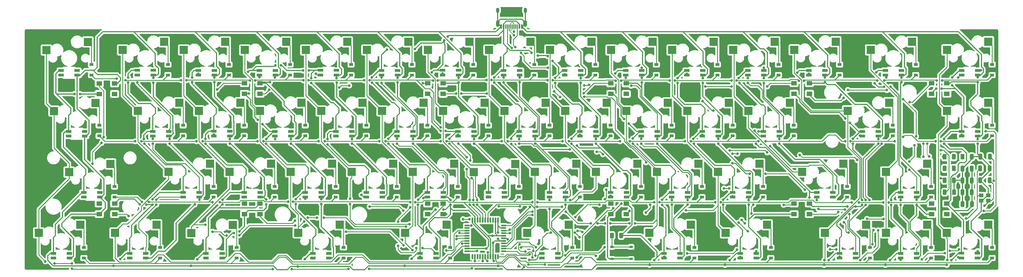
<source format=gbr>
%TF.GenerationSoftware,KiCad,Pcbnew,(6.0.9)*%
%TF.CreationDate,2022-12-31T14:12:08+09:00*%
%TF.ProjectId,chasma,63686173-6d61-42e6-9b69-6361645f7063,rev?*%
%TF.SameCoordinates,Original*%
%TF.FileFunction,Copper,L2,Bot*%
%TF.FilePolarity,Positive*%
%FSLAX46Y46*%
G04 Gerber Fmt 4.6, Leading zero omitted, Abs format (unit mm)*
G04 Created by KiCad (PCBNEW (6.0.9)) date 2022-12-31 14:12:08*
%MOMM*%
%LPD*%
G01*
G04 APERTURE LIST*
G04 Aperture macros list*
%AMRoundRect*
0 Rectangle with rounded corners*
0 $1 Rounding radius*
0 $2 $3 $4 $5 $6 $7 $8 $9 X,Y pos of 4 corners*
0 Add a 4 corners polygon primitive as box body*
4,1,4,$2,$3,$4,$5,$6,$7,$8,$9,$2,$3,0*
0 Add four circle primitives for the rounded corners*
1,1,$1+$1,$2,$3*
1,1,$1+$1,$4,$5*
1,1,$1+$1,$6,$7*
1,1,$1+$1,$8,$9*
0 Add four rect primitives between the rounded corners*
20,1,$1+$1,$2,$3,$4,$5,0*
20,1,$1+$1,$4,$5,$6,$7,0*
20,1,$1+$1,$6,$7,$8,$9,0*
20,1,$1+$1,$8,$9,$2,$3,0*%
G04 Aperture macros list end*
%TA.AperFunction,SMDPad,CuDef*%
%ADD10R,2.550000X2.500000*%
%TD*%
%TA.AperFunction,SMDPad,CuDef*%
%ADD11R,1.800000X0.820000*%
%TD*%
%TA.AperFunction,SMDPad,CuDef*%
%ADD12R,1.800000X1.400000*%
%TD*%
%TA.AperFunction,SMDPad,CuDef*%
%ADD13R,1.200000X0.900000*%
%TD*%
%TA.AperFunction,SMDPad,CuDef*%
%ADD14R,0.600000X1.450000*%
%TD*%
%TA.AperFunction,SMDPad,CuDef*%
%ADD15R,0.300000X1.450000*%
%TD*%
%TA.AperFunction,ComponentPad*%
%ADD16O,1.000000X2.100000*%
%TD*%
%TA.AperFunction,ComponentPad*%
%ADD17O,1.000000X1.600000*%
%TD*%
%TA.AperFunction,SMDPad,CuDef*%
%ADD18RoundRect,0.250000X0.325000X0.650000X-0.325000X0.650000X-0.325000X-0.650000X0.325000X-0.650000X0*%
%TD*%
%TA.AperFunction,SMDPad,CuDef*%
%ADD19RoundRect,0.250000X0.312500X0.625000X-0.312500X0.625000X-0.312500X-0.625000X0.312500X-0.625000X0*%
%TD*%
%TA.AperFunction,SMDPad,CuDef*%
%ADD20R,1.400000X1.200000*%
%TD*%
%TA.AperFunction,SMDPad,CuDef*%
%ADD21R,1.500000X0.550000*%
%TD*%
%TA.AperFunction,SMDPad,CuDef*%
%ADD22R,0.550000X1.500000*%
%TD*%
%TA.AperFunction,SMDPad,CuDef*%
%ADD23R,1.000000X0.750000*%
%TD*%
%TA.AperFunction,ViaPad*%
%ADD24C,0.800000*%
%TD*%
%TA.AperFunction,Conductor*%
%ADD25C,0.250000*%
%TD*%
%TA.AperFunction,Conductor*%
%ADD26C,0.350000*%
%TD*%
%TA.AperFunction,Conductor*%
%ADD27C,0.200000*%
%TD*%
G04 APERTURE END LIST*
D10*
%TO.P,SW09_00,1,1*%
%TO.N,col09*%
X236990000Y-120835000D03*
%TO.P,SW09_00,2,2*%
%TO.N,Net-(D09_00-Pad2)*%
X249917000Y-118295000D03*
%TD*%
D11*
%TO.P,LED02_01,1,VDD*%
%TO.N,VCC*%
X112975000Y-146250000D03*
%TO.P,LED02_01,2,DOUT*%
%TO.N,Net-(LED02_00-Pad4)*%
X112975000Y-147750000D03*
%TO.P,LED02_01,3,GND*%
%TO.N,GND*%
X117975000Y-147750000D03*
%TO.P,LED02_01,4,DIN*%
%TO.N,Net-(LED02_01-Pad4)*%
X117975000Y-146250000D03*
%TD*%
%TO.P,LED08_01,1,VDD*%
%TO.N,VCC*%
X227250000Y-146275000D03*
%TO.P,LED08_01,2,DOUT*%
%TO.N,Net-(LED08_00-Pad4)*%
X227250000Y-147775000D03*
%TO.P,LED08_01,3,GND*%
%TO.N,GND*%
X232250000Y-147775000D03*
%TO.P,LED08_01,4,DIN*%
%TO.N,Net-(LED08_01-Pad4)*%
X232250000Y-146275000D03*
%TD*%
%TO.P,LED13_02,1,VDD*%
%TO.N,VCC*%
X327300000Y-165325000D03*
%TO.P,LED13_02,2,DOUT*%
%TO.N,Net-(LED13_02-Pad2)*%
X327300000Y-166825000D03*
%TO.P,LED13_02,3,GND*%
%TO.N,GND*%
X332300000Y-166825000D03*
%TO.P,LED13_02,4,DIN*%
%TO.N,Net-(LED13_00-Pad2)*%
X332300000Y-165325000D03*
%TD*%
D10*
%TO.P,SW01_01,1,1*%
%TO.N,col01*%
X89340000Y-139885000D03*
%TO.P,SW01_01,2,2*%
%TO.N,Net-(D01_01-Pad2)*%
X102267000Y-137345000D03*
%TD*%
%TO.P,SW05_02,1,1*%
%TO.N,col05*%
X175065000Y-158935000D03*
%TO.P,SW05_02,2,2*%
%TO.N,Net-(D05_02-Pad2)*%
X187992000Y-156395000D03*
%TD*%
%TO.P,SW01_02,1,1*%
%TO.N,col01*%
X98865000Y-158935000D03*
%TO.P,SW01_02,2,2*%
%TO.N,Net-(D01_02-Pad2)*%
X111792000Y-156395000D03*
%TD*%
%TO.P,SW10_02,1,1*%
%TO.N,col10*%
X270315000Y-158935000D03*
%TO.P,SW10_02,2,2*%
%TO.N,Net-(D10_02-Pad2)*%
X283242000Y-156395000D03*
%TD*%
%TO.P,SW07_03,1,1*%
%TO.N,col07*%
X210790000Y-177960000D03*
%TO.P,SW07_03,2,2*%
%TO.N,Net-(D07_03-Pad2)*%
X223717000Y-175420000D03*
%TD*%
%TO.P,SW00_02,1,1*%
%TO.N,col00*%
X67865000Y-158985550D03*
%TO.P,SW00_02,2,2*%
%TO.N,Net-(D00_02-Pad2)*%
X80792000Y-156445550D03*
%TD*%
D11*
%TO.P,LED04_00,1,VDD*%
%TO.N,VCC*%
X146325000Y-127200000D03*
%TO.P,LED04_00,2,DOUT*%
%TO.N,Net-(LED04_00-Pad2)*%
X146325000Y-128700000D03*
%TO.P,LED04_00,3,GND*%
%TO.N,GND*%
X151325000Y-128700000D03*
%TO.P,LED04_00,4,DIN*%
%TO.N,Net-(LED04_00-Pad4)*%
X151325000Y-127200000D03*
%TD*%
D10*
%TO.P,SW13_00,1,1*%
%TO.N,col13*%
X317965000Y-120835000D03*
%TO.P,SW13_00,2,2*%
%TO.N,Net-(D13_00-Pad2)*%
X330892000Y-118295000D03*
%TD*%
%TO.P,SW12_03,1,1*%
%TO.N,col12*%
X303665000Y-177985000D03*
%TO.P,SW12_03,2,2*%
%TO.N,Net-(D12_03-Pad2)*%
X316592000Y-175445000D03*
%TD*%
D11*
%TO.P,LED11_02,1,VDD*%
%TO.N,VCC*%
X301125000Y-165325000D03*
%TO.P,LED11_02,2,DOUT*%
%TO.N,Net-(LED11_02-Pad2)*%
X301125000Y-166825000D03*
%TO.P,LED11_02,3,GND*%
%TO.N,GND*%
X306125000Y-166825000D03*
%TO.P,LED11_02,4,DIN*%
%TO.N,Net-(LED11_01-Pad2)*%
X306125000Y-165325000D03*
%TD*%
%TO.P,LED03_03,1,VDD*%
%TO.N,VCC*%
X143925000Y-184375000D03*
%TO.P,LED03_03,2,DOUT*%
%TO.N,Net-(LED03_03-Pad2)*%
X143925000Y-185875000D03*
%TO.P,LED03_03,3,GND*%
%TO.N,GND*%
X148925000Y-185875000D03*
%TO.P,LED03_03,4,DIN*%
%TO.N,Net-(LED03_02-Pad2)*%
X148925000Y-184375000D03*
%TD*%
%TO.P,LED09_00,1,VDD*%
%TO.N,VCC*%
X241575000Y-127225000D03*
%TO.P,LED09_00,2,DOUT*%
%TO.N,Net-(LED09_00-Pad2)*%
X241575000Y-128725000D03*
%TO.P,LED09_00,3,GND*%
%TO.N,GND*%
X246575000Y-128725000D03*
%TO.P,LED09_00,4,DIN*%
%TO.N,Net-(LED08_00-Pad2)*%
X246575000Y-127225000D03*
%TD*%
%TO.P,LED06_00,1,VDD*%
%TO.N,VCC*%
X184425000Y-127200000D03*
%TO.P,LED06_00,2,DOUT*%
%TO.N,Net-(LED06_00-Pad2)*%
X184425000Y-128700000D03*
%TO.P,LED06_00,3,GND*%
%TO.N,GND*%
X189425000Y-128700000D03*
%TO.P,LED06_00,4,DIN*%
%TO.N,Net-(LED06_00-Pad4)*%
X189425000Y-127200000D03*
%TD*%
%TO.P,LED14_01,1,VDD*%
%TO.N,VCC*%
X346350000Y-146275000D03*
%TO.P,LED14_01,2,DOUT*%
%TO.N,Net-(LED14_00-Pad4)*%
X346350000Y-147775000D03*
%TO.P,LED14_01,3,GND*%
%TO.N,GND*%
X351350000Y-147775000D03*
%TO.P,LED14_01,4,DIN*%
%TO.N,Net-(LED14_01-Pad4)*%
X351350000Y-146275000D03*
%TD*%
%TO.P,LED13_00,1,VDD*%
%TO.N,VCC*%
X322550000Y-127225000D03*
%TO.P,LED13_00,2,DOUT*%
%TO.N,Net-(LED13_00-Pad2)*%
X322550000Y-128725000D03*
%TO.P,LED13_00,3,GND*%
%TO.N,GND*%
X327550000Y-128725000D03*
%TO.P,LED13_00,4,DIN*%
%TO.N,Net-(LED12_00-Pad2)*%
X327550000Y-127225000D03*
%TD*%
%TO.P,LED01_00,1,VDD*%
%TO.N,VCC*%
X89175000Y-127200000D03*
%TO.P,LED01_00,2,DOUT*%
%TO.N,Net-(LED01_00-Pad2)*%
X89175000Y-128700000D03*
%TO.P,LED01_00,3,GND*%
%TO.N,GND*%
X94175000Y-128700000D03*
%TO.P,LED01_00,4,DIN*%
%TO.N,Net-(LED00_00-Pad2)*%
X94175000Y-127200000D03*
%TD*%
D10*
%TO.P,SW07_02,1,1*%
%TO.N,col07*%
X213165000Y-158935000D03*
%TO.P,SW07_02,2,2*%
%TO.N,Net-(D07_02-Pad2)*%
X226092000Y-156395000D03*
%TD*%
D11*
%TO.P,LED10_02,1,VDD*%
%TO.N,VCC*%
X274900000Y-165325000D03*
%TO.P,LED10_02,2,DOUT*%
%TO.N,Net-(LED10_01-Pad4)*%
X274900000Y-166825000D03*
%TO.P,LED10_02,3,GND*%
%TO.N,GND*%
X279900000Y-166825000D03*
%TO.P,LED10_02,4,DIN*%
%TO.N,Net-(LED10_02-Pad4)*%
X279900000Y-165325000D03*
%TD*%
%TO.P,LED12_01,1,VDD*%
%TO.N,VCC*%
X315375000Y-146275000D03*
%TO.P,LED12_01,2,DOUT*%
%TO.N,Net-(LED12_00-Pad4)*%
X315375000Y-147775000D03*
%TO.P,LED12_01,3,GND*%
%TO.N,GND*%
X320375000Y-147775000D03*
%TO.P,LED12_01,4,DIN*%
%TO.N,Net-(LED12_01-Pad4)*%
X320375000Y-146275000D03*
%TD*%
D10*
%TO.P,SW13_02,1,1*%
%TO.N,col13*%
X322715000Y-158935000D03*
%TO.P,SW13_02,2,2*%
%TO.N,Net-(D13_02-Pad2)*%
X335642000Y-156395000D03*
%TD*%
D11*
%TO.P,LED11_00,1,VDD*%
%TO.N,VCC*%
X279675000Y-127225000D03*
%TO.P,LED11_00,2,DOUT*%
%TO.N,Net-(LED11_00-Pad2)*%
X279675000Y-128725000D03*
%TO.P,LED11_00,3,GND*%
%TO.N,GND*%
X284675000Y-128725000D03*
%TO.P,LED11_00,4,DIN*%
%TO.N,Net-(LED10_00-Pad2)*%
X284675000Y-127225000D03*
%TD*%
D10*
%TO.P,SW10_01,1,1*%
%TO.N,col10*%
X260790000Y-139885000D03*
%TO.P,SW10_01,2,2*%
%TO.N,Net-(D10_01-Pad2)*%
X273717000Y-137345000D03*
%TD*%
D11*
%TO.P,LED09_01,1,VDD*%
%TO.N,VCC*%
X246325000Y-146275000D03*
%TO.P,LED09_01,2,DOUT*%
%TO.N,Net-(LED09_01-Pad2)*%
X246325000Y-147775000D03*
%TO.P,LED09_01,3,GND*%
%TO.N,GND*%
X251325000Y-147775000D03*
%TO.P,LED09_01,4,DIN*%
%TO.N,Net-(LED09_00-Pad2)*%
X251325000Y-146275000D03*
%TD*%
D10*
%TO.P,SW04_02,1,1*%
%TO.N,col04*%
X156015000Y-158935000D03*
%TO.P,SW04_02,2,2*%
%TO.N,Net-(D04_02-Pad2)*%
X168942000Y-156395000D03*
%TD*%
%TO.P,SW04_01,1,1*%
%TO.N,col04*%
X146515000Y-139885000D03*
%TO.P,SW04_01,2,2*%
%TO.N,Net-(D04_01-Pad2)*%
X159442000Y-137345000D03*
%TD*%
%TO.P,SW11_02,1,1*%
%TO.N,col11*%
X296540000Y-158910000D03*
%TO.P,SW11_02,2,2*%
%TO.N,Net-(D11_02-Pad2)*%
X309467000Y-156370000D03*
%TD*%
%TO.P,SW03_01,1,1*%
%TO.N,col03*%
X127440000Y-139860000D03*
%TO.P,SW03_01,2,2*%
%TO.N,Net-(D03_01-Pad2)*%
X140367000Y-137320000D03*
%TD*%
%TO.P,SW07_00,1,1*%
%TO.N,col07*%
X198890000Y-120835000D03*
%TO.P,SW07_00,2,2*%
%TO.N,Net-(D07_00-Pad2)*%
X211817000Y-118295000D03*
%TD*%
%TO.P,SW03_02,1,1*%
%TO.N,col03*%
X136965000Y-158935000D03*
%TO.P,SW03_02,2,2*%
%TO.N,Net-(D03_02-Pad2)*%
X149892000Y-156395000D03*
%TD*%
%TO.P,SW06_01,1,1*%
%TO.N,col06*%
X184590000Y-139885000D03*
%TO.P,SW06_01,2,2*%
%TO.N,Net-(D06_01-Pad2)*%
X197517000Y-137345000D03*
%TD*%
D11*
%TO.P,LED02_02,1,VDD*%
%TO.N,VCC*%
X122525000Y-165325000D03*
%TO.P,LED02_02,2,DOUT*%
%TO.N,Net-(LED02_01-Pad4)*%
X122525000Y-166825000D03*
%TO.P,LED02_02,3,GND*%
%TO.N,GND*%
X127525000Y-166825000D03*
%TO.P,LED02_02,4,DIN*%
%TO.N,Net-(LED02_02-Pad4)*%
X127525000Y-165325000D03*
%TD*%
%TO.P,LED07_01,1,VDD*%
%TO.N,VCC*%
X208275000Y-146275000D03*
%TO.P,LED07_01,2,DOUT*%
%TO.N,Net-(LED07_01-Pad2)*%
X208275000Y-147775000D03*
%TO.P,LED07_01,3,GND*%
%TO.N,GND*%
X213275000Y-147775000D03*
%TO.P,LED07_01,4,DIN*%
%TO.N,Net-(LED07_00-Pad2)*%
X213275000Y-146275000D03*
%TD*%
D10*
%TO.P,SW03_00,1,1*%
%TO.N,col03*%
X122690000Y-120835000D03*
%TO.P,SW03_00,2,2*%
%TO.N,Net-(D03_00-Pad2)*%
X135617000Y-118295000D03*
%TD*%
%TO.P,SW12_01,1,1*%
%TO.N,col12*%
X310790000Y-139859450D03*
%TO.P,SW12_01,2,2*%
%TO.N,Net-(D12_01-Pad2)*%
X323717000Y-137319450D03*
%TD*%
D11*
%TO.P,LED00_00,1,VDD*%
%TO.N,VCC*%
X65375000Y-127225000D03*
%TO.P,LED00_00,2,DOUT*%
%TO.N,Net-(LED00_00-Pad2)*%
X65375000Y-128725000D03*
%TO.P,LED00_00,3,GND*%
%TO.N,GND*%
X70375000Y-128725000D03*
%TO.P,LED00_00,4,DIN*%
%TO.N,Net-(LED00_00-Pad4)*%
X70375000Y-127225000D03*
%TD*%
%TO.P,LED10_00,1,VDD*%
%TO.N,VCC*%
X260600000Y-127225000D03*
%TO.P,LED10_00,2,DOUT*%
%TO.N,Net-(LED10_00-Pad2)*%
X260600000Y-128725000D03*
%TO.P,LED10_00,3,GND*%
%TO.N,GND*%
X265600000Y-128725000D03*
%TO.P,LED10_00,4,DIN*%
%TO.N,Net-(LED10_00-Pad4)*%
X265600000Y-127225000D03*
%TD*%
%TO.P,LED02_03,1,VDD*%
%TO.N,VCC*%
X110600000Y-184375000D03*
%TO.P,LED02_03,2,DOUT*%
%TO.N,Net-(LED02_02-Pad4)*%
X110600000Y-185875000D03*
%TO.P,LED02_03,3,GND*%
%TO.N,GND*%
X115600000Y-185875000D03*
%TO.P,LED02_03,4,DIN*%
%TO.N,Net-(LED01_03-Pad2)*%
X115600000Y-184375000D03*
%TD*%
D10*
%TO.P,SW13_03,1,1*%
%TO.N,col13*%
X322715000Y-177985000D03*
%TO.P,SW13_03,2,2*%
%TO.N,Net-(D13_03-Pad2)*%
X335642000Y-175445000D03*
%TD*%
%TO.P,SW07_01,1,1*%
%TO.N,col07*%
X203665000Y-139885000D03*
%TO.P,SW07_01,2,2*%
%TO.N,Net-(D07_01-Pad2)*%
X216592000Y-137345000D03*
%TD*%
%TO.P,SW09_02,1,1*%
%TO.N,col09*%
X251265000Y-158935000D03*
%TO.P,SW09_02,2,2*%
%TO.N,Net-(D09_02-Pad2)*%
X264192000Y-156395000D03*
%TD*%
%TO.P,SW01_00,1,1*%
%TO.N,col01*%
X84590000Y-120835000D03*
%TO.P,SW01_00,2,2*%
%TO.N,Net-(D01_00-Pad2)*%
X97517000Y-118295000D03*
%TD*%
%TO.P,SW02_03,1,1*%
%TO.N,col02*%
X106015000Y-178010000D03*
%TO.P,SW02_03,2,2*%
%TO.N,Net-(D02_03-Pad2)*%
X118942000Y-175470000D03*
%TD*%
%TO.P,SW05_01,1,1*%
%TO.N,col05*%
X165540000Y-139885000D03*
%TO.P,SW05_01,2,2*%
%TO.N,Net-(D05_01-Pad2)*%
X178467000Y-137345000D03*
%TD*%
%TO.P,SW02_00,1,1*%
%TO.N,col02*%
X103640000Y-120835000D03*
%TO.P,SW02_00,2,2*%
%TO.N,Net-(D02_00-Pad2)*%
X116567000Y-118295000D03*
%TD*%
%TO.P,SW12_00,1,1*%
%TO.N,col12*%
X294140000Y-120785000D03*
%TO.P,SW12_00,2,2*%
%TO.N,Net-(D12_00-Pad2)*%
X307067000Y-118245000D03*
%TD*%
D11*
%TO.P,LED05_03,1,VDD*%
%TO.N,VCC*%
X177325000Y-184375000D03*
%TO.P,LED05_03,2,DOUT*%
%TO.N,Net-(LED05_03-Pad2)*%
X177325000Y-185875000D03*
%TO.P,LED05_03,3,GND*%
%TO.N,GND*%
X182325000Y-185875000D03*
%TO.P,LED05_03,4,DIN*%
%TO.N,Net-(LED05_02-Pad2)*%
X182325000Y-184375000D03*
%TD*%
D10*
%TO.P,SW10_03,1,1*%
%TO.N,col10*%
X272715000Y-177985000D03*
%TO.P,SW10_03,2,2*%
%TO.N,Net-(D10_03-Pad2)*%
X285642000Y-175445000D03*
%TD*%
D11*
%TO.P,LED10_01,1,VDD*%
%TO.N,VCC*%
X265375000Y-146275000D03*
%TO.P,LED10_01,2,DOUT*%
%TO.N,Net-(LED10_00-Pad4)*%
X265375000Y-147775000D03*
%TO.P,LED10_01,3,GND*%
%TO.N,GND*%
X270375000Y-147775000D03*
%TO.P,LED10_01,4,DIN*%
%TO.N,Net-(LED10_01-Pad4)*%
X270375000Y-146275000D03*
%TD*%
D10*
%TO.P,SW02_01,1,1*%
%TO.N,col02*%
X108390000Y-139860000D03*
%TO.P,SW02_01,2,2*%
%TO.N,Net-(D02_01-Pad2)*%
X121317000Y-137320000D03*
%TD*%
D11*
%TO.P,LED00_01,1,VDD*%
%TO.N,VCC*%
X67750000Y-146275000D03*
%TO.P,LED00_01,2,DOUT*%
%TO.N,Net-(LED00_00-Pad4)*%
X67750000Y-147775000D03*
%TO.P,LED00_01,3,GND*%
%TO.N,GND*%
X72750000Y-147775000D03*
%TO.P,LED00_01,4,DIN*%
%TO.N,Net-(LED00_01-Pad4)*%
X72750000Y-146275000D03*
%TD*%
D10*
%TO.P,SW04_00,1,1*%
%TO.N,col04*%
X141740000Y-120835000D03*
%TO.P,SW04_00,2,2*%
%TO.N,Net-(D04_00-Pad2)*%
X154667000Y-118295000D03*
%TD*%
%TO.P,SW02_02,1,1*%
%TO.N,col02*%
X117915000Y-158885000D03*
%TO.P,SW02_02,2,2*%
%TO.N,Net-(D02_02-Pad2)*%
X130842000Y-156345000D03*
%TD*%
D11*
%TO.P,LED09_03,1,VDD*%
%TO.N,VCC*%
X253475000Y-184375000D03*
%TO.P,LED09_03,2,DOUT*%
%TO.N,Net-(LED09_03-Pad2)*%
X253475000Y-185875000D03*
%TO.P,LED09_03,3,GND*%
%TO.N,GND*%
X258475000Y-185875000D03*
%TO.P,LED09_03,4,DIN*%
%TO.N,Net-(LED09_02-Pad2)*%
X258475000Y-184375000D03*
%TD*%
%TO.P,LED04_01,1,VDD*%
%TO.N,VCC*%
X151100000Y-146275000D03*
%TO.P,LED04_01,2,DOUT*%
%TO.N,Net-(LED04_00-Pad4)*%
X151100000Y-147775000D03*
%TO.P,LED04_01,3,GND*%
%TO.N,GND*%
X156100000Y-147775000D03*
%TO.P,LED04_01,4,DIN*%
%TO.N,Net-(LED04_01-Pad4)*%
X156100000Y-146275000D03*
%TD*%
%TO.P,LED01_02,1,VDD*%
%TO.N,VCC*%
X103450000Y-165325000D03*
%TO.P,LED01_02,2,DOUT*%
%TO.N,Net-(LED01_02-Pad2)*%
X103450000Y-166825000D03*
%TO.P,LED01_02,3,GND*%
%TO.N,GND*%
X108450000Y-166825000D03*
%TO.P,LED01_02,4,DIN*%
%TO.N,Net-(LED01_01-Pad2)*%
X108450000Y-165325000D03*
%TD*%
D10*
%TO.P,SW08_02,1,1*%
%TO.N,col08*%
X232215000Y-158935000D03*
%TO.P,SW08_02,2,2*%
%TO.N,Net-(D08_02-Pad2)*%
X245142000Y-156395000D03*
%TD*%
D11*
%TO.P,LED05_02,1,VDD*%
%TO.N,VCC*%
X179650000Y-165325000D03*
%TO.P,LED05_02,2,DOUT*%
%TO.N,Net-(LED05_02-Pad2)*%
X179650000Y-166825000D03*
%TO.P,LED05_02,3,GND*%
%TO.N,GND*%
X184650000Y-166825000D03*
%TO.P,LED05_02,4,DIN*%
%TO.N,Net-(LED05_01-Pad2)*%
X184650000Y-165325000D03*
%TD*%
%TO.P,LED03_00,1,VDD*%
%TO.N,VCC*%
X127275000Y-127225000D03*
%TO.P,LED03_00,2,DOUT*%
%TO.N,Net-(LED03_00-Pad2)*%
X127275000Y-128725000D03*
%TO.P,LED03_00,3,GND*%
%TO.N,GND*%
X132275000Y-128725000D03*
%TO.P,LED03_00,4,DIN*%
%TO.N,Net-(LED02_00-Pad2)*%
X132275000Y-127225000D03*
%TD*%
%TO.P,LED02_00,1,VDD*%
%TO.N,VCC*%
X108225000Y-127225000D03*
%TO.P,LED02_00,2,DOUT*%
%TO.N,Net-(LED02_00-Pad2)*%
X108225000Y-128725000D03*
%TO.P,LED02_00,3,GND*%
%TO.N,GND*%
X113225000Y-128725000D03*
%TO.P,LED02_00,4,DIN*%
%TO.N,Net-(LED02_00-Pad4)*%
X113225000Y-127225000D03*
%TD*%
D10*
%TO.P,SW11_00,1,1*%
%TO.N,col11*%
X275090000Y-120835000D03*
%TO.P,SW11_00,2,2*%
%TO.N,Net-(D11_00-Pad2)*%
X288017000Y-118295000D03*
%TD*%
%TO.P,SW09_01,1,1*%
%TO.N,col09*%
X241740000Y-139885000D03*
%TO.P,SW09_01,2,2*%
%TO.N,Net-(D09_01-Pad2)*%
X254667000Y-137345000D03*
%TD*%
%TO.P,SW05_03,1,1*%
%TO.N,col05*%
X172740000Y-177960000D03*
%TO.P,SW05_03,2,2*%
%TO.N,Net-(D05_03-Pad2)*%
X185667000Y-175420000D03*
%TD*%
D11*
%TO.P,LED03_01,1,VDD*%
%TO.N,VCC*%
X132025000Y-146275000D03*
%TO.P,LED03_01,2,DOUT*%
%TO.N,Net-(LED03_01-Pad2)*%
X132025000Y-147775000D03*
%TO.P,LED03_01,3,GND*%
%TO.N,GND*%
X137025000Y-147775000D03*
%TO.P,LED03_01,4,DIN*%
%TO.N,Net-(LED03_00-Pad2)*%
X137025000Y-146275000D03*
%TD*%
%TO.P,LED04_02,1,VDD*%
%TO.N,VCC*%
X160590000Y-165325000D03*
%TO.P,LED04_02,2,DOUT*%
%TO.N,Net-(LED04_01-Pad4)*%
X160590000Y-166825000D03*
%TO.P,LED04_02,3,GND*%
%TO.N,GND*%
X165590000Y-166825000D03*
%TO.P,LED04_02,4,DIN*%
%TO.N,Net-(LED03_03-Pad2)*%
X165590000Y-165325000D03*
%TD*%
D10*
%TO.P,SW10_00,1,1*%
%TO.N,col10*%
X256015000Y-120835000D03*
%TO.P,SW10_00,2,2*%
%TO.N,Net-(D10_00-Pad2)*%
X268942000Y-118295000D03*
%TD*%
D11*
%TO.P,LED10_03,1,VDD*%
%TO.N,VCC*%
X277300000Y-184375000D03*
%TO.P,LED10_03,2,DOUT*%
%TO.N,Net-(LED10_02-Pad4)*%
X277300000Y-185875000D03*
%TO.P,LED10_03,3,GND*%
%TO.N,GND*%
X282300000Y-185875000D03*
%TO.P,LED10_03,4,DIN*%
%TO.N,Net-(LED09_03-Pad2)*%
X282300000Y-184375000D03*
%TD*%
D10*
%TO.P,SW01_03,1,1*%
%TO.N,col01*%
X82200000Y-178000000D03*
%TO.P,SW01_03,2,2*%
%TO.N,Net-(D01_03-Pad2)*%
X95127000Y-175460000D03*
%TD*%
D11*
%TO.P,LED05_01,1,VDD*%
%TO.N,VCC*%
X170125000Y-146275000D03*
%TO.P,LED05_01,2,DOUT*%
%TO.N,Net-(LED05_01-Pad2)*%
X170125000Y-147775000D03*
%TO.P,LED05_01,3,GND*%
%TO.N,GND*%
X175125000Y-147775000D03*
%TO.P,LED05_01,4,DIN*%
%TO.N,Net-(LED05_00-Pad2)*%
X175125000Y-146275000D03*
%TD*%
%TO.P,LED06_02,1,VDD*%
%TO.N,VCC*%
X198700000Y-165325000D03*
%TO.P,LED06_02,2,DOUT*%
%TO.N,Net-(LED06_01-Pad4)*%
X198700000Y-166825000D03*
%TO.P,LED06_02,3,GND*%
%TO.N,GND*%
X203700000Y-166825000D03*
%TO.P,LED06_02,4,DIN*%
%TO.N,Net-(LED05_03-Pad2)*%
X203700000Y-165325000D03*
%TD*%
D10*
%TO.P,SW14_03,1,1*%
%TO.N,col14*%
X341740000Y-177985000D03*
%TO.P,SW14_03,2,2*%
%TO.N,Net-(D14_03-Pad2)*%
X354667000Y-175445000D03*
%TD*%
%TO.P,SW05_00,1,1*%
%TO.N,col05*%
X160765000Y-120835000D03*
%TO.P,SW05_00,2,2*%
%TO.N,Net-(D05_00-Pad2)*%
X173692000Y-118295000D03*
%TD*%
D11*
%TO.P,LED13_03,1,VDD*%
%TO.N,VCC*%
X327300000Y-184375000D03*
%TO.P,LED13_03,2,DOUT*%
%TO.N,Net-(LED13_03-Pad2)*%
X327300000Y-185875000D03*
%TO.P,LED13_03,3,GND*%
%TO.N,GND*%
X332300000Y-185875000D03*
%TO.P,LED13_03,4,DIN*%
%TO.N,Net-(LED13_02-Pad2)*%
X332300000Y-184375000D03*
%TD*%
%TO.P,LED11_01,1,VDD*%
%TO.N,VCC*%
X284425000Y-146275000D03*
%TO.P,LED11_01,2,DOUT*%
%TO.N,Net-(LED11_01-Pad2)*%
X284425000Y-147775000D03*
%TO.P,LED11_01,3,GND*%
%TO.N,GND*%
X289425000Y-147775000D03*
%TO.P,LED11_01,4,DIN*%
%TO.N,Net-(LED11_00-Pad2)*%
X289425000Y-146275000D03*
%TD*%
%TO.P,LED03_02,1,VDD*%
%TO.N,VCC*%
X141540000Y-165325000D03*
%TO.P,LED03_02,2,DOUT*%
%TO.N,Net-(LED03_02-Pad2)*%
X141540000Y-166825000D03*
%TO.P,LED03_02,3,GND*%
%TO.N,GND*%
X146540000Y-166825000D03*
%TO.P,LED03_02,4,DIN*%
%TO.N,Net-(LED03_01-Pad2)*%
X146540000Y-165325000D03*
%TD*%
%TO.P,LED14_03,1,VDD*%
%TO.N,VCC*%
X346300000Y-184350000D03*
%TO.P,LED14_03,2,DOUT*%
%TO.N,Net-(LED14_01-Pad4)*%
X346300000Y-185850000D03*
%TO.P,LED14_03,3,GND*%
%TO.N,GND*%
X351300000Y-185850000D03*
%TO.P,LED14_03,4,DIN*%
%TO.N,Net-(LED13_03-Pad2)*%
X351300000Y-184350000D03*
%TD*%
D10*
%TO.P,SW14_01,1,1*%
%TO.N,col14*%
X341765000Y-139885000D03*
%TO.P,SW14_01,2,2*%
%TO.N,Net-(D14_01-Pad2)*%
X354692000Y-137345000D03*
%TD*%
D11*
%TO.P,LED08_00,1,VDD*%
%TO.N,VCC*%
X222475000Y-127225000D03*
%TO.P,LED08_00,2,DOUT*%
%TO.N,Net-(LED08_00-Pad2)*%
X222475000Y-128725000D03*
%TO.P,LED08_00,3,GND*%
%TO.N,GND*%
X227475000Y-128725000D03*
%TO.P,LED08_00,4,DIN*%
%TO.N,Net-(LED08_00-Pad4)*%
X227475000Y-127225000D03*
%TD*%
D10*
%TO.P,SW11_01,1,1*%
%TO.N,col11*%
X279840000Y-139885000D03*
%TO.P,SW11_01,2,2*%
%TO.N,Net-(D11_01-Pad2)*%
X292767000Y-137345000D03*
%TD*%
%TO.P,SW00_01,1,1*%
%TO.N,col00*%
X63165000Y-139910000D03*
%TO.P,SW00_01,2,2*%
%TO.N,Net-(D00_01-Pad2)*%
X76092000Y-137370000D03*
%TD*%
D11*
%TO.P,LED14_00,1,VDD*%
%TO.N,VCC*%
X346350000Y-127225000D03*
%TO.P,LED14_00,2,DOUT*%
%TO.N,Net-(LED14_00-Pad2)*%
X346350000Y-128725000D03*
%TO.P,LED14_00,3,GND*%
%TO.N,GND*%
X351350000Y-128725000D03*
%TO.P,LED14_00,4,DIN*%
%TO.N,Net-(LED14_00-Pad4)*%
X351350000Y-127225000D03*
%TD*%
D10*
%TO.P,SW09_03,1,1*%
%TO.N,col09*%
X248890000Y-177935000D03*
%TO.P,SW09_03,2,2*%
%TO.N,Net-(D09_03-Pad2)*%
X261817000Y-175395000D03*
%TD*%
D11*
%TO.P,LED05_00,1,VDD*%
%TO.N,VCC*%
X165350000Y-127225000D03*
%TO.P,LED05_00,2,DOUT*%
%TO.N,Net-(LED05_00-Pad2)*%
X165350000Y-128725000D03*
%TO.P,LED05_00,3,GND*%
%TO.N,GND*%
X170350000Y-128725000D03*
%TO.P,LED05_00,4,DIN*%
%TO.N,Net-(LED04_00-Pad2)*%
X170350000Y-127225000D03*
%TD*%
%TO.P,LED00_02,1,VDD*%
%TO.N,VCC*%
X72450000Y-165325000D03*
%TO.P,LED00_02,2,DOUT*%
%TO.N,Net-(LED00_01-Pad4)*%
X72450000Y-166825000D03*
%TO.P,LED00_02,3,GND*%
%TO.N,GND*%
X77450000Y-166825000D03*
%TO.P,LED00_02,4,DIN*%
%TO.N,Net-(LED00_02-Pad4)*%
X77450000Y-165325000D03*
%TD*%
%TO.P,LED12_03,1,VDD*%
%TO.N,VCC*%
X308250000Y-184375000D03*
%TO.P,LED12_03,2,DOUT*%
%TO.N,Net-(LED12_01-Pad4)*%
X308250000Y-185875000D03*
%TO.P,LED12_03,3,GND*%
%TO.N,GND*%
X313250000Y-185875000D03*
%TO.P,LED12_03,4,DIN*%
%TO.N,Net-(LED11_02-Pad2)*%
X313250000Y-184375000D03*
%TD*%
%TO.P,LED08_02,1,VDD*%
%TO.N,VCC*%
X236800000Y-165325000D03*
%TO.P,LED08_02,2,DOUT*%
%TO.N,Net-(LED08_01-Pad4)*%
X236800000Y-166825000D03*
%TO.P,LED08_02,3,GND*%
%TO.N,GND*%
X241800000Y-166825000D03*
%TO.P,LED08_02,4,DIN*%
%TO.N,Net-(LED07_03-Pad2)*%
X241800000Y-165325000D03*
%TD*%
%TO.P,LED07_02,1,VDD*%
%TO.N,VCC*%
X217750000Y-165325000D03*
%TO.P,LED07_02,2,DOUT*%
%TO.N,Net-(LED07_02-Pad2)*%
X217750000Y-166825000D03*
%TO.P,LED07_02,3,GND*%
%TO.N,GND*%
X222750000Y-166825000D03*
%TO.P,LED07_02,4,DIN*%
%TO.N,Net-(LED07_01-Pad2)*%
X222750000Y-165325000D03*
%TD*%
%TO.P,LED12_00,1,VDD*%
%TO.N,VCC*%
X298725000Y-127225000D03*
%TO.P,LED12_00,2,DOUT*%
%TO.N,Net-(LED12_00-Pad2)*%
X298725000Y-128725000D03*
%TO.P,LED12_00,3,GND*%
%TO.N,GND*%
X303725000Y-128725000D03*
%TO.P,LED12_00,4,DIN*%
%TO.N,Net-(LED12_00-Pad4)*%
X303725000Y-127225000D03*
%TD*%
D10*
%TO.P,SW08_00,1,1*%
%TO.N,col08*%
X217940000Y-120835000D03*
%TO.P,SW08_00,2,2*%
%TO.N,Net-(D08_00-Pad2)*%
X230867000Y-118295000D03*
%TD*%
%TO.P,SW00_00,1,1*%
%TO.N,col00*%
X60790000Y-120860000D03*
%TO.P,SW00_00,2,2*%
%TO.N,Net-(D00_00-Pad2)*%
X73717000Y-118320000D03*
%TD*%
%TO.P,SW08_01,1,1*%
%TO.N,col08*%
X222690000Y-139885000D03*
%TO.P,SW08_01,2,2*%
%TO.N,Net-(D08_01-Pad2)*%
X235617000Y-137345000D03*
%TD*%
D11*
%TO.P,LED09_02,1,VDD*%
%TO.N,VCC*%
X255850000Y-165325000D03*
%TO.P,LED09_02,2,DOUT*%
%TO.N,Net-(LED09_02-Pad2)*%
X255850000Y-166825000D03*
%TO.P,LED09_02,3,GND*%
%TO.N,GND*%
X260850000Y-166825000D03*
%TO.P,LED09_02,4,DIN*%
%TO.N,Net-(LED09_01-Pad2)*%
X260850000Y-165325000D03*
%TD*%
D10*
%TO.P,SW00_03,1,1*%
%TO.N,col00*%
X58390000Y-177985000D03*
%TO.P,SW00_03,2,2*%
%TO.N,Net-(D00_03-Pad2)*%
X71317000Y-175445000D03*
%TD*%
%TO.P,SW06_00,1,1*%
%TO.N,col06*%
X179840000Y-120835000D03*
%TO.P,SW06_00,2,2*%
%TO.N,Net-(D06_00-Pad2)*%
X192767000Y-118295000D03*
%TD*%
D11*
%TO.P,LED01_03,1,VDD*%
%TO.N,VCC*%
X86790000Y-184375000D03*
%TO.P,LED01_03,2,DOUT*%
%TO.N,Net-(LED01_03-Pad2)*%
X86790000Y-185875000D03*
%TO.P,LED01_03,3,GND*%
%TO.N,GND*%
X91790000Y-185875000D03*
%TO.P,LED01_03,4,DIN*%
%TO.N,Net-(LED01_02-Pad2)*%
X91790000Y-184375000D03*
%TD*%
D10*
%TO.P,SW14_00,1,1*%
%TO.N,col14*%
X341765000Y-120810000D03*
%TO.P,SW14_00,2,2*%
%TO.N,Net-(D14_00-Pad2)*%
X354692000Y-118270000D03*
%TD*%
D11*
%TO.P,LED00_03,1,VDD*%
%TO.N,VCC*%
X62975000Y-184375000D03*
%TO.P,LED00_03,2,DOUT*%
%TO.N,Net-(LED00_02-Pad4)*%
X62975000Y-185875000D03*
%TO.P,LED00_03,3,GND*%
%TO.N,GND*%
X67975000Y-185875000D03*
%TO.P,LED00_03,4,DIN*%
%TO.N,LED*%
X67975000Y-184375000D03*
%TD*%
%TO.P,LED07_00,1,VDD*%
%TO.N,VCC*%
X203475000Y-127225000D03*
%TO.P,LED07_00,2,DOUT*%
%TO.N,Net-(LED07_00-Pad2)*%
X203475000Y-128725000D03*
%TO.P,LED07_00,3,GND*%
%TO.N,GND*%
X208475000Y-128725000D03*
%TO.P,LED07_00,4,DIN*%
%TO.N,Net-(LED06_00-Pad2)*%
X208475000Y-127225000D03*
%TD*%
D10*
%TO.P,SW06_02,1,1*%
%TO.N,col06*%
X194115000Y-158960000D03*
%TO.P,SW06_02,2,2*%
%TO.N,Net-(D06_02-Pad2)*%
X207042000Y-156420000D03*
%TD*%
D11*
%TO.P,LED01_01,1,VDD*%
%TO.N,VCC*%
X93925000Y-146275000D03*
%TO.P,LED01_01,2,DOUT*%
%TO.N,Net-(LED01_01-Pad2)*%
X93925000Y-147775000D03*
%TO.P,LED01_01,3,GND*%
%TO.N,GND*%
X98925000Y-147775000D03*
%TO.P,LED01_01,4,DIN*%
%TO.N,Net-(LED01_00-Pad2)*%
X98925000Y-146275000D03*
%TD*%
%TO.P,LED07_03,1,VDD*%
%TO.N,VCC*%
X215375000Y-184375000D03*
%TO.P,LED07_03,2,DOUT*%
%TO.N,Net-(LED07_03-Pad2)*%
X215375000Y-185875000D03*
%TO.P,LED07_03,3,GND*%
%TO.N,GND*%
X220375000Y-185875000D03*
%TO.P,LED07_03,4,DIN*%
%TO.N,Net-(LED07_02-Pad2)*%
X220375000Y-184375000D03*
%TD*%
%TO.P,LED06_01,1,VDD*%
%TO.N,VCC*%
X189175000Y-146275000D03*
%TO.P,LED06_01,2,DOUT*%
%TO.N,Net-(LED06_00-Pad4)*%
X189175000Y-147775000D03*
%TO.P,LED06_01,3,GND*%
%TO.N,GND*%
X194175000Y-147775000D03*
%TO.P,LED06_01,4,DIN*%
%TO.N,Net-(LED06_01-Pad4)*%
X194175000Y-146275000D03*
%TD*%
D10*
%TO.P,SW03_03,1,1*%
%TO.N,col03*%
X139340000Y-177984450D03*
%TO.P,SW03_03,2,2*%
%TO.N,Net-(D03_03-Pad2)*%
X152267000Y-175444450D03*
%TD*%
D12*
%TO.P,ULED02,1,VCC*%
%TO.N,VCC*%
X236900000Y-134550000D03*
%TO.P,ULED02,2,DOUT*%
%TO.N,Net-(ULED02-Pad2)*%
X236900000Y-131250000D03*
%TO.P,ULED02,3,GND*%
%TO.N,GND*%
X241700000Y-131250000D03*
%TO.P,ULED02,4,DIN*%
%TO.N,Net-(ULED01-Pad2)*%
X241700000Y-134550000D03*
%TD*%
D13*
%TO.P,D07_00,1,K*%
%TO.N,row00*%
X212975000Y-128675000D03*
%TO.P,D07_00,2,A*%
%TO.N,Net-(D07_00-Pad2)*%
X212975000Y-125375000D03*
%TD*%
%TO.P,D10_01,1,K*%
%TO.N,row01*%
X274875000Y-147675000D03*
%TO.P,D10_01,2,A*%
%TO.N,Net-(D10_01-Pad2)*%
X274875000Y-144375000D03*
%TD*%
D14*
%TO.P,J0,A1,GND*%
%TO.N,GND*%
X202650000Y-113520000D03*
%TO.P,J0,A4,VBUS*%
%TO.N,VCC*%
X203450000Y-113520000D03*
D15*
%TO.P,J0,A5,CC1*%
%TO.N,Net-(J0-PadA5)*%
X204650000Y-113520000D03*
%TO.P,J0,A6,D+*%
%TO.N,D+*%
X205650000Y-113520000D03*
%TO.P,J0,A7,D-*%
%TO.N,D-*%
X206150000Y-113520000D03*
%TO.P,J0,A8,SBU1*%
%TO.N,unconnected-(J0-PadA8)*%
X207150000Y-113520000D03*
D14*
%TO.P,J0,A9,VBUS*%
%TO.N,VCC*%
X208350000Y-113520000D03*
%TO.P,J0,A12,GND*%
%TO.N,GND*%
X209150000Y-113520000D03*
%TO.P,J0,B1,GND*%
X209150000Y-113520000D03*
%TO.P,J0,B4,VBUS*%
%TO.N,VCC*%
X208350000Y-113520000D03*
D15*
%TO.P,J0,B5,CC2*%
%TO.N,Net-(J0-PadB5)*%
X207650000Y-113520000D03*
%TO.P,J0,B6,D+*%
%TO.N,D+*%
X206650000Y-113520000D03*
%TO.P,J0,B7,D-*%
%TO.N,D-*%
X205150000Y-113520000D03*
%TO.P,J0,B8,SBU2*%
%TO.N,unconnected-(J0-PadB8)*%
X204150000Y-113520000D03*
D14*
%TO.P,J0,B9,VBUS*%
%TO.N,VCC*%
X203450000Y-113520000D03*
%TO.P,J0,B12,GND*%
%TO.N,GND*%
X202650000Y-113520000D03*
D16*
%TO.P,J0,S1,SHIELD*%
X210220000Y-112605000D03*
D17*
X210220000Y-108425000D03*
X201580000Y-108425000D03*
D16*
X201580000Y-112605000D03*
%TD*%
D18*
%TO.P,C1,1*%
%TO.N,GND*%
X355075000Y-157850000D03*
%TO.P,C1,2*%
%TO.N,Net-(C1-Pad2)*%
X352125000Y-157850000D03*
%TD*%
D13*
%TO.P,D03_01,1,K*%
%TO.N,row01*%
X141525000Y-147675000D03*
%TO.P,D03_01,2,A*%
%TO.N,Net-(D03_01-Pad2)*%
X141525000Y-144375000D03*
%TD*%
%TO.P,D05_02,1,K*%
%TO.N,row02*%
X189150000Y-166800000D03*
%TO.P,D05_02,2,A*%
%TO.N,Net-(D05_02-Pad2)*%
X189150000Y-163500000D03*
%TD*%
D19*
%TO.P,R3,1*%
%TO.N,GND*%
X343937500Y-161525000D03*
%TO.P,R3,2*%
%TO.N,Net-(J0-PadA5)*%
X341012500Y-161525000D03*
%TD*%
D13*
%TO.P,D06_00,1,K*%
%TO.N,row00*%
X193925000Y-128675000D03*
%TO.P,D06_00,2,A*%
%TO.N,Net-(D06_00-Pad2)*%
X193925000Y-125375000D03*
%TD*%
%TO.P,D01_00,1,K*%
%TO.N,row00*%
X98675000Y-128675000D03*
%TO.P,D01_00,2,A*%
%TO.N,Net-(D01_00-Pad2)*%
X98675000Y-125375000D03*
%TD*%
%TO.P,D13_02,1,K*%
%TO.N,row02*%
X336800000Y-166800000D03*
%TO.P,D13_02,2,A*%
%TO.N,Net-(D13_02-Pad2)*%
X336800000Y-163500000D03*
%TD*%
%TO.P,D07_02,1,K*%
%TO.N,row02*%
X227250000Y-166800000D03*
%TO.P,D07_02,2,A*%
%TO.N,Net-(D07_02-Pad2)*%
X227250000Y-163500000D03*
%TD*%
D19*
%TO.P,R5,1*%
%TO.N,VCC*%
X240137500Y-178800000D03*
%TO.P,R5,2*%
%TO.N,RESET*%
X237212500Y-178800000D03*
%TD*%
D13*
%TO.P,D02_01,1,K*%
%TO.N,row01*%
X122475000Y-147675000D03*
%TO.P,D02_01,2,A*%
%TO.N,Net-(D02_01-Pad2)*%
X122475000Y-144375000D03*
%TD*%
%TO.P,D12_01,1,K*%
%TO.N,row01*%
X324875000Y-147675000D03*
%TO.P,D12_01,2,A*%
%TO.N,Net-(D12_01-Pad2)*%
X324875000Y-144375000D03*
%TD*%
%TO.P,D00_00,1,K*%
%TO.N,row00*%
X74850000Y-128675000D03*
%TO.P,D00_00,2,A*%
%TO.N,Net-(D00_00-Pad2)*%
X74850000Y-125375000D03*
%TD*%
%TO.P,D01_03,1,K*%
%TO.N,row03*%
X96275000Y-185825000D03*
%TO.P,D01_03,2,A*%
%TO.N,Net-(D01_03-Pad2)*%
X96275000Y-182525000D03*
%TD*%
%TO.P,D09_03,1,K*%
%TO.N,row03*%
X262975000Y-185825000D03*
%TO.P,D09_03,2,A*%
%TO.N,Net-(D09_03-Pad2)*%
X262975000Y-182525000D03*
%TD*%
D12*
%TO.P,ULED05,1,VCC*%
%TO.N,VCC*%
X77250000Y-134575000D03*
%TO.P,ULED05,2,DOUT*%
%TO.N,Net-(ULED05-Pad2)*%
X77250000Y-131275000D03*
%TO.P,ULED05,3,GND*%
%TO.N,GND*%
X82050000Y-131275000D03*
%TO.P,ULED05,4,DIN*%
%TO.N,Net-(ULED04-Pad2)*%
X82050000Y-134575000D03*
%TD*%
D13*
%TO.P,D02_02,1,K*%
%TO.N,row02*%
X132000000Y-166800000D03*
%TO.P,D02_02,2,A*%
%TO.N,Net-(D02_02-Pad2)*%
X132000000Y-163500000D03*
%TD*%
%TO.P,D12_00,1,K*%
%TO.N,row00*%
X308225000Y-128675000D03*
%TO.P,D12_00,2,A*%
%TO.N,Net-(D12_00-Pad2)*%
X308225000Y-125375000D03*
%TD*%
%TO.P,D08_02,1,K*%
%TO.N,row02*%
X246300000Y-166800000D03*
%TO.P,D08_02,2,A*%
%TO.N,Net-(D08_02-Pad2)*%
X246300000Y-163500000D03*
%TD*%
%TO.P,D03_02,1,K*%
%TO.N,row02*%
X151050000Y-166800000D03*
%TO.P,D03_02,2,A*%
%TO.N,Net-(D03_02-Pad2)*%
X151050000Y-163500000D03*
%TD*%
%TO.P,D11_00,1,K*%
%TO.N,row00*%
X289175000Y-128675000D03*
%TO.P,D11_00,2,A*%
%TO.N,Net-(D11_00-Pad2)*%
X289175000Y-125375000D03*
%TD*%
D18*
%TO.P,C3,1*%
%TO.N,VCC*%
X349525000Y-157875000D03*
%TO.P,C3,2*%
%TO.N,GND*%
X346575000Y-157875000D03*
%TD*%
D13*
%TO.P,D01_02,1,K*%
%TO.N,row02*%
X112950000Y-166800000D03*
%TO.P,D01_02,2,A*%
%TO.N,Net-(D01_02-Pad2)*%
X112950000Y-163500000D03*
%TD*%
D19*
%TO.P,R4,1*%
%TO.N,GND*%
X343987500Y-165250000D03*
%TO.P,R4,2*%
%TO.N,Net-(J0-PadB5)*%
X341062500Y-165250000D03*
%TD*%
D13*
%TO.P,D00_02,1,K*%
%TO.N,row02*%
X82025000Y-166800000D03*
%TO.P,D00_02,2,A*%
%TO.N,Net-(D00_02-Pad2)*%
X82025000Y-163500000D03*
%TD*%
%TO.P,D07_03,1,K*%
%TO.N,row03*%
X224875000Y-185825000D03*
%TO.P,D07_03,2,A*%
%TO.N,Net-(D07_03-Pad2)*%
X224875000Y-182525000D03*
%TD*%
D12*
%TO.P,ULED01,1,VCC*%
%TO.N,VCC*%
X294050000Y-134500000D03*
%TO.P,ULED01,2,DOUT*%
%TO.N,Net-(ULED01-Pad2)*%
X294050000Y-131200000D03*
%TO.P,ULED01,3,GND*%
%TO.N,GND*%
X298850000Y-131200000D03*
%TO.P,ULED01,4,DIN*%
%TO.N,Net-(ULED00-Pad2)*%
X298850000Y-134500000D03*
%TD*%
D13*
%TO.P,D10_03,1,K*%
%TO.N,row03*%
X286800000Y-185825000D03*
%TO.P,D10_03,2,A*%
%TO.N,Net-(D10_03-Pad2)*%
X286800000Y-182525000D03*
%TD*%
D12*
%TO.P,ULED11,1,VCC*%
%TO.N,VCC*%
X341725000Y-168825000D03*
%TO.P,ULED11,2,DOUT*%
%TO.N,unconnected-(ULED11-Pad2)*%
X341725000Y-172125000D03*
%TO.P,ULED11,3,GND*%
%TO.N,GND*%
X336925000Y-172125000D03*
%TO.P,ULED11,4,DIN*%
%TO.N,Net-(ULED10-Pad2)*%
X336925000Y-168825000D03*
%TD*%
D20*
%TO.P,Y0,1,1*%
%TO.N,Net-(C2-Pad1)*%
X354650000Y-167850000D03*
%TO.P,Y0,2,2*%
%TO.N,GND*%
X352450000Y-167850000D03*
%TO.P,Y0,3,3*%
%TO.N,Net-(C1-Pad2)*%
X352450000Y-166250000D03*
%TO.P,Y0,4,4*%
%TO.N,GND*%
X354650000Y-166250000D03*
%TD*%
D13*
%TO.P,D10_00,1,K*%
%TO.N,row00*%
X270125000Y-128675000D03*
%TO.P,D10_00,2,A*%
%TO.N,Net-(D10_00-Pad2)*%
X270125000Y-125375000D03*
%TD*%
D12*
%TO.P,ULED07,1,VCC*%
%TO.N,VCC*%
X127400000Y-168825000D03*
%TO.P,ULED07,2,DOUT*%
%TO.N,Net-(ULED07-Pad2)*%
X127400000Y-172125000D03*
%TO.P,ULED07,3,GND*%
%TO.N,GND*%
X122600000Y-172125000D03*
%TO.P,ULED07,4,DIN*%
%TO.N,Net-(ULED06-Pad2)*%
X122600000Y-168825000D03*
%TD*%
D13*
%TO.P,D11_02,1,K*%
%TO.N,row02*%
X310600000Y-166800000D03*
%TO.P,D11_02,2,A*%
%TO.N,Net-(D11_02-Pad2)*%
X310600000Y-163500000D03*
%TD*%
%TO.P,D09_01,1,K*%
%TO.N,row01*%
X255825000Y-147675000D03*
%TO.P,D09_01,2,A*%
%TO.N,Net-(D09_01-Pad2)*%
X255825000Y-144375000D03*
%TD*%
%TO.P,D02_03,1,K*%
%TO.N,row03*%
X120100000Y-185825000D03*
%TO.P,D02_03,2,A*%
%TO.N,Net-(D02_03-Pad2)*%
X120100000Y-182525000D03*
%TD*%
D12*
%TO.P,ULED04,1,VCC*%
%TO.N,VCC*%
X122600000Y-134525000D03*
%TO.P,ULED04,2,DOUT*%
%TO.N,Net-(ULED04-Pad2)*%
X122600000Y-131225000D03*
%TO.P,ULED04,3,GND*%
%TO.N,GND*%
X127400000Y-131225000D03*
%TO.P,ULED04,4,DIN*%
%TO.N,Net-(ULED03-Pad2)*%
X127400000Y-134525000D03*
%TD*%
D13*
%TO.P,D12_03,1,K*%
%TO.N,row03*%
X317750000Y-185825000D03*
%TO.P,D12_03,2,A*%
%TO.N,Net-(D12_03-Pad2)*%
X317750000Y-182525000D03*
%TD*%
%TO.P,D06_02,1,K*%
%TO.N,row02*%
X208200000Y-166800000D03*
%TO.P,D06_02,2,A*%
%TO.N,Net-(D06_02-Pad2)*%
X208200000Y-163500000D03*
%TD*%
D21*
%TO.P,U0,1,PE6*%
%TO.N,col08*%
X203400000Y-175675000D03*
%TO.P,U0,2,UVCC*%
%TO.N,VCC*%
X203400000Y-176475000D03*
%TO.P,U0,3,D-*%
%TO.N,Net-(R2-Pad1)*%
X203400000Y-177275000D03*
%TO.P,U0,4,D+*%
%TO.N,Net-(R1-Pad1)*%
X203400000Y-178075000D03*
%TO.P,U0,5,UGND*%
%TO.N,GND*%
X203400000Y-178875000D03*
%TO.P,U0,6,UCAP*%
%TO.N,Net-(C0-Pad1)*%
X203400000Y-179675000D03*
%TO.P,U0,7,VBUS*%
%TO.N,VCC*%
X203400000Y-180475000D03*
%TO.P,U0,8,PB0*%
%TO.N,col09*%
X203400000Y-181275000D03*
%TO.P,U0,9,PB1*%
%TO.N,col10*%
X203400000Y-182075000D03*
%TO.P,U0,10,PB2*%
%TO.N,col11*%
X203400000Y-182875000D03*
%TO.P,U0,11,PB3*%
%TO.N,col12*%
X203400000Y-183675000D03*
D22*
%TO.P,U0,12,PB7*%
%TO.N,col13*%
X201700000Y-185375000D03*
%TO.P,U0,13,~{RESET}*%
%TO.N,RESET*%
X200900000Y-185375000D03*
%TO.P,U0,14,VCC*%
%TO.N,VCC*%
X200100000Y-185375000D03*
%TO.P,U0,15,GND*%
%TO.N,GND*%
X199300000Y-185375000D03*
%TO.P,U0,16,XTAL2*%
%TO.N,Net-(C2-Pad1)*%
X198500000Y-185375000D03*
%TO.P,U0,17,XTAL1*%
%TO.N,Net-(C1-Pad2)*%
X197700000Y-185375000D03*
%TO.P,U0,18,PD0*%
%TO.N,col14*%
X196900000Y-185375000D03*
%TO.P,U0,19,PD1*%
%TO.N,unconnected-(U0-Pad19)*%
X196100000Y-185375000D03*
%TO.P,U0,20,PD2*%
%TO.N,unconnected-(U0-Pad20)*%
X195300000Y-185375000D03*
%TO.P,U0,21,PD3*%
%TO.N,LED*%
X194500000Y-185375000D03*
%TO.P,U0,22,PD5*%
%TO.N,unconnected-(U0-Pad22)*%
X193700000Y-185375000D03*
D21*
%TO.P,U0,23,GND*%
%TO.N,GND*%
X192000000Y-183675000D03*
%TO.P,U0,24,AVCC*%
%TO.N,VCC*%
X192000000Y-182875000D03*
%TO.P,U0,25,PD4*%
%TO.N,row03*%
X192000000Y-182075000D03*
%TO.P,U0,26,PD6*%
%TO.N,col00*%
X192000000Y-181275000D03*
%TO.P,U0,27,PD7*%
%TO.N,col01*%
X192000000Y-180475000D03*
%TO.P,U0,28,PB4*%
%TO.N,col02*%
X192000000Y-179675000D03*
%TO.P,U0,29,PB5*%
%TO.N,col03*%
X192000000Y-178875000D03*
%TO.P,U0,30,PB6*%
%TO.N,col04*%
X192000000Y-178075000D03*
%TO.P,U0,31,PC6*%
%TO.N,col05*%
X192000000Y-177275000D03*
%TO.P,U0,32,PC7*%
%TO.N,unconnected-(U0-Pad32)*%
X192000000Y-176475000D03*
%TO.P,U0,33,~{HWB}/PE2*%
%TO.N,Net-(R0-Pad2)*%
X192000000Y-175675000D03*
D22*
%TO.P,U0,34,VCC*%
%TO.N,VCC*%
X193700000Y-173975000D03*
%TO.P,U0,35,GND*%
%TO.N,GND*%
X194500000Y-173975000D03*
%TO.P,U0,36,PF7*%
%TO.N,row02*%
X195300000Y-173975000D03*
%TO.P,U0,37,PF6*%
%TO.N,row01*%
X196100000Y-173975000D03*
%TO.P,U0,38,PF5*%
%TO.N,row00*%
X196900000Y-173975000D03*
%TO.P,U0,39,PF4*%
%TO.N,col06*%
X197700000Y-173975000D03*
%TO.P,U0,40,PF1*%
%TO.N,col07*%
X198500000Y-173975000D03*
%TO.P,U0,41,PF0*%
%TO.N,unconnected-(U0-Pad41)*%
X199300000Y-173975000D03*
%TO.P,U0,42,AREF*%
%TO.N,unconnected-(U0-Pad42)*%
X200100000Y-173975000D03*
%TO.P,U0,43,GND*%
%TO.N,GND*%
X200900000Y-173975000D03*
%TO.P,U0,44,AVCC*%
%TO.N,VCC*%
X201700000Y-173975000D03*
%TD*%
D12*
%TO.P,ULED10,1,VCC*%
%TO.N,VCC*%
X298850000Y-168825000D03*
%TO.P,ULED10,2,DOUT*%
%TO.N,Net-(ULED10-Pad2)*%
X298850000Y-172125000D03*
%TO.P,ULED10,3,GND*%
%TO.N,GND*%
X294050000Y-172125000D03*
%TO.P,ULED10,4,DIN*%
%TO.N,Net-(ULED09-Pad2)*%
X294050000Y-168825000D03*
%TD*%
%TO.P,ULED03,1,VCC*%
%TO.N,VCC*%
X179750000Y-134550000D03*
%TO.P,ULED03,2,DOUT*%
%TO.N,Net-(ULED03-Pad2)*%
X179750000Y-131250000D03*
%TO.P,ULED03,3,GND*%
%TO.N,GND*%
X184550000Y-131250000D03*
%TO.P,ULED03,4,DIN*%
%TO.N,Net-(ULED02-Pad2)*%
X184550000Y-134550000D03*
%TD*%
D13*
%TO.P,D09_00,1,K*%
%TO.N,row00*%
X251075000Y-128675000D03*
%TO.P,D09_00,2,A*%
%TO.N,Net-(D09_00-Pad2)*%
X251075000Y-125375000D03*
%TD*%
%TO.P,D05_03,1,K*%
%TO.N,row03*%
X186775000Y-185825000D03*
%TO.P,D05_03,2,A*%
%TO.N,Net-(D05_03-Pad2)*%
X186775000Y-182525000D03*
%TD*%
D12*
%TO.P,ULED06,1,VCC*%
%TO.N,VCC*%
X82075000Y-168825000D03*
%TO.P,ULED06,2,DOUT*%
%TO.N,Net-(ULED06-Pad2)*%
X82075000Y-172125000D03*
%TO.P,ULED06,3,GND*%
%TO.N,GND*%
X77275000Y-172125000D03*
%TO.P,ULED06,4,DIN*%
%TO.N,Net-(ULED05-Pad2)*%
X77275000Y-168825000D03*
%TD*%
D13*
%TO.P,D09_02,1,K*%
%TO.N,row02*%
X265350000Y-166800000D03*
%TO.P,D09_02,2,A*%
%TO.N,Net-(D09_02-Pad2)*%
X265350000Y-163500000D03*
%TD*%
%TO.P,D10_02,1,K*%
%TO.N,row02*%
X284400000Y-166800000D03*
%TO.P,D10_02,2,A*%
%TO.N,Net-(D10_02-Pad2)*%
X284400000Y-163500000D03*
%TD*%
D12*
%TO.P,ULED08,1,VCC*%
%TO.N,VCC*%
X184550000Y-168825000D03*
%TO.P,ULED08,2,DOUT*%
%TO.N,Net-(ULED08-Pad2)*%
X184550000Y-172125000D03*
%TO.P,ULED08,3,GND*%
%TO.N,GND*%
X179750000Y-172125000D03*
%TO.P,ULED08,4,DIN*%
%TO.N,Net-(ULED07-Pad2)*%
X179750000Y-168825000D03*
%TD*%
D18*
%TO.P,C6,1*%
%TO.N,VCC*%
X349575000Y-168975000D03*
%TO.P,C6,2*%
%TO.N,GND*%
X346625000Y-168975000D03*
%TD*%
D13*
%TO.P,D14_01,1,K*%
%TO.N,row01*%
X355850000Y-147675000D03*
%TO.P,D14_01,2,A*%
%TO.N,Net-(D14_01-Pad2)*%
X355850000Y-144375000D03*
%TD*%
D18*
%TO.P,C4,1*%
%TO.N,VCC*%
X349525000Y-161600000D03*
%TO.P,C4,2*%
%TO.N,GND*%
X346575000Y-161600000D03*
%TD*%
D13*
%TO.P,D08_00,1,K*%
%TO.N,row00*%
X232025000Y-128675000D03*
%TO.P,D08_00,2,A*%
%TO.N,Net-(D08_00-Pad2)*%
X232025000Y-125375000D03*
%TD*%
D23*
%TO.P,R_SW0,A*%
%TO.N,RESET*%
X243225000Y-182350000D03*
%TO.P,R_SW0,B*%
X237225000Y-182350000D03*
%TO.P,R_SW0,C*%
%TO.N,GND*%
X243225000Y-186100000D03*
%TO.P,R_SW0,D*%
X237225000Y-186100000D03*
%TD*%
D13*
%TO.P,D13_03,1,K*%
%TO.N,row03*%
X336800000Y-185825000D03*
%TO.P,D13_03,2,A*%
%TO.N,Net-(D13_03-Pad2)*%
X336800000Y-182525000D03*
%TD*%
%TO.P,D00_01,1,K*%
%TO.N,row01*%
X77250000Y-147675000D03*
%TO.P,D00_01,2,A*%
%TO.N,Net-(D00_01-Pad2)*%
X77250000Y-144375000D03*
%TD*%
%TO.P,D01_01,1,K*%
%TO.N,row01*%
X103425000Y-147675000D03*
%TO.P,D01_01,2,A*%
%TO.N,Net-(D01_01-Pad2)*%
X103425000Y-144375000D03*
%TD*%
%TO.P,D00_03,1,K*%
%TO.N,row03*%
X72475000Y-185825000D03*
%TO.P,D00_03,2,A*%
%TO.N,Net-(D00_03-Pad2)*%
X72475000Y-182525000D03*
%TD*%
%TO.P,D13_00,1,K*%
%TO.N,row00*%
X332025000Y-128675000D03*
%TO.P,D13_00,2,A*%
%TO.N,Net-(D13_00-Pad2)*%
X332025000Y-125375000D03*
%TD*%
%TO.P,D04_02,1,K*%
%TO.N,row02*%
X170100000Y-166800000D03*
%TO.P,D04_02,2,A*%
%TO.N,Net-(D04_02-Pad2)*%
X170100000Y-163500000D03*
%TD*%
%TO.P,D11_01,1,K*%
%TO.N,row01*%
X293925000Y-147675000D03*
%TO.P,D11_01,2,A*%
%TO.N,Net-(D11_01-Pad2)*%
X293925000Y-144375000D03*
%TD*%
%TO.P,D05_01,1,K*%
%TO.N,row01*%
X179625000Y-147675000D03*
%TO.P,D05_01,2,A*%
%TO.N,Net-(D05_01-Pad2)*%
X179625000Y-144375000D03*
%TD*%
D19*
%TO.P,R1,1*%
%TO.N,Net-(R1-Pad1)*%
X343937500Y-154200000D03*
%TO.P,R1,2*%
%TO.N,D+*%
X341012500Y-154200000D03*
%TD*%
D13*
%TO.P,D02_00,1,K*%
%TO.N,row00*%
X117725000Y-128675000D03*
%TO.P,D02_00,2,A*%
%TO.N,Net-(D02_00-Pad2)*%
X117725000Y-125375000D03*
%TD*%
%TO.P,D04_01,1,K*%
%TO.N,row01*%
X160575000Y-147675000D03*
%TO.P,D04_01,2,A*%
%TO.N,Net-(D04_01-Pad2)*%
X160575000Y-144375000D03*
%TD*%
D19*
%TO.P,R0,1*%
%TO.N,GND*%
X349512500Y-154175000D03*
%TO.P,R0,2*%
%TO.N,Net-(R0-Pad2)*%
X346587500Y-154175000D03*
%TD*%
%TO.P,R2,1*%
%TO.N,Net-(R2-Pad1)*%
X343937500Y-157825000D03*
%TO.P,R2,2*%
%TO.N,D-*%
X341012500Y-157825000D03*
%TD*%
D13*
%TO.P,D03_00,1,K*%
%TO.N,row00*%
X136775000Y-128675000D03*
%TO.P,D03_00,2,A*%
%TO.N,Net-(D03_00-Pad2)*%
X136775000Y-125375000D03*
%TD*%
%TO.P,D08_01,1,K*%
%TO.N,row01*%
X236775000Y-147675000D03*
%TO.P,D08_01,2,A*%
%TO.N,Net-(D08_01-Pad2)*%
X236775000Y-144375000D03*
%TD*%
D18*
%TO.P,C0,1*%
%TO.N,Net-(C0-Pad1)*%
X355125000Y-154175000D03*
%TO.P,C0,2*%
%TO.N,GND*%
X352175000Y-154175000D03*
%TD*%
D13*
%TO.P,D04_00,1,K*%
%TO.N,row00*%
X155825000Y-128675000D03*
%TO.P,D04_00,2,A*%
%TO.N,Net-(D04_00-Pad2)*%
X155825000Y-125375000D03*
%TD*%
%TO.P,D07_01,1,K*%
%TO.N,row01*%
X217725000Y-147675000D03*
%TO.P,D07_01,2,A*%
%TO.N,Net-(D07_01-Pad2)*%
X217725000Y-144375000D03*
%TD*%
%TO.P,D06_01,1,K*%
%TO.N,row01*%
X198675000Y-147675000D03*
%TO.P,D06_01,2,A*%
%TO.N,Net-(D06_01-Pad2)*%
X198675000Y-144375000D03*
%TD*%
%TO.P,D14_03,1,K*%
%TO.N,row03*%
X355850000Y-185825000D03*
%TO.P,D14_03,2,A*%
%TO.N,Net-(D14_03-Pad2)*%
X355850000Y-182525000D03*
%TD*%
%TO.P,D03_03,1,K*%
%TO.N,row03*%
X153450000Y-185825000D03*
%TO.P,D03_03,2,A*%
%TO.N,Net-(D03_03-Pad2)*%
X153450000Y-182525000D03*
%TD*%
D12*
%TO.P,ULED09,1,VCC*%
%TO.N,VCC*%
X241700000Y-168825000D03*
%TO.P,ULED09,2,DOUT*%
%TO.N,Net-(ULED09-Pad2)*%
X241700000Y-172125000D03*
%TO.P,ULED09,3,GND*%
%TO.N,GND*%
X236900000Y-172125000D03*
%TO.P,ULED09,4,DIN*%
%TO.N,Net-(ULED08-Pad2)*%
X236900000Y-168825000D03*
%TD*%
D13*
%TO.P,D05_00,1,K*%
%TO.N,row00*%
X174850000Y-128675000D03*
%TO.P,D05_00,2,A*%
%TO.N,Net-(D05_00-Pad2)*%
X174850000Y-125375000D03*
%TD*%
D12*
%TO.P,ULED00,1,VCC*%
%TO.N,VCC*%
X336925000Y-134525000D03*
%TO.P,ULED00,2,DOUT*%
%TO.N,Net-(ULED00-Pad2)*%
X336925000Y-131225000D03*
%TO.P,ULED00,3,GND*%
%TO.N,GND*%
X341725000Y-131225000D03*
%TO.P,ULED00,4,DIN*%
%TO.N,Net-(LED14_00-Pad2)*%
X341725000Y-134525000D03*
%TD*%
D13*
%TO.P,D14_00,1,K*%
%TO.N,row00*%
X355850000Y-128675000D03*
%TO.P,D14_00,2,A*%
%TO.N,Net-(D14_00-Pad2)*%
X355850000Y-125375000D03*
%TD*%
D18*
%TO.P,C5,1*%
%TO.N,VCC*%
X349525000Y-165300000D03*
%TO.P,C5,2*%
%TO.N,GND*%
X346575000Y-165300000D03*
%TD*%
%TO.P,C2,1*%
%TO.N,Net-(C2-Pad1)*%
X355075000Y-161575000D03*
%TO.P,C2,2*%
%TO.N,GND*%
X352125000Y-161575000D03*
%TD*%
D24*
%TO.N,Net-(C0-Pad1)*%
X212633680Y-183599500D03*
X320300000Y-177166353D03*
X356325500Y-161675000D03*
X314699146Y-186525500D03*
X208850000Y-182499500D03*
X204696610Y-179953792D03*
%TO.N,GND*%
X246575000Y-130949500D03*
X246575000Y-129500500D03*
X332300000Y-169199500D03*
X213275000Y-148625000D03*
X186853133Y-167700500D03*
X137025000Y-150099500D03*
X117975000Y-148650500D03*
X260850000Y-169149500D03*
X94150000Y-129525500D03*
X186845227Y-169149500D03*
X113225000Y-129475500D03*
X265600000Y-131099500D03*
X94175000Y-131050000D03*
X351375000Y-148625500D03*
X226326549Y-150723450D03*
X351350000Y-130924500D03*
X227475000Y-129600500D03*
X119275000Y-178050000D03*
X99200000Y-148650500D03*
X108525000Y-167622141D03*
X222725000Y-169149500D03*
X279900000Y-167700500D03*
X240200000Y-168825000D03*
X156125000Y-150099500D03*
X189425000Y-129500500D03*
X146550000Y-168949500D03*
X195150000Y-183649500D03*
X303725000Y-130899500D03*
X320350000Y-150074500D03*
X289425000Y-150099500D03*
X316375000Y-169199500D03*
X175125000Y-150099500D03*
X208475000Y-129475500D03*
X284675000Y-131099500D03*
X120975000Y-177525000D03*
X130525000Y-130924500D03*
X129325000Y-169050000D03*
X284675000Y-129600000D03*
X156125000Y-148650500D03*
X182225000Y-170675000D03*
X151325000Y-129600500D03*
X117975000Y-150099500D03*
X99200000Y-150099500D03*
X270375000Y-150099500D03*
X224115201Y-151859799D03*
X194175000Y-148650500D03*
X132075000Y-129475500D03*
X270375000Y-148600000D03*
X208475000Y-130924500D03*
X113225000Y-130924500D03*
X184650000Y-170700000D03*
X189400000Y-130949500D03*
X351375000Y-150074500D03*
X251325000Y-148625000D03*
X170350000Y-129500500D03*
X175150000Y-148650500D03*
X232250000Y-148650500D03*
X222725000Y-167700500D03*
X107050000Y-169100000D03*
X151350000Y-131049500D03*
X232250000Y-150099500D03*
X260850000Y-167700500D03*
X241800000Y-166825000D03*
X170350000Y-130949500D03*
X332300000Y-167650000D03*
X351350000Y-129400000D03*
X279925000Y-169149500D03*
X320375000Y-148625500D03*
X227475000Y-131049500D03*
X327525000Y-130924500D03*
X303725000Y-129450500D03*
X327550000Y-129475500D03*
X316375000Y-167700000D03*
X265600000Y-129600000D03*
X194175000Y-150099500D03*
X289425000Y-148650500D03*
X137025000Y-148650500D03*
X199975000Y-178875000D03*
X213275000Y-150099500D03*
X129324799Y-167525500D03*
X251325000Y-150099500D03*
X146550000Y-167500500D03*
%TO.N,Net-(C1-Pad2)*%
X277693924Y-173930978D03*
X321950000Y-173600000D03*
X316825201Y-173595498D03*
X228012701Y-177737701D03*
X226475500Y-177325000D03*
X278711799Y-174962299D03*
X347700000Y-173450000D03*
X198375000Y-186800500D03*
%TO.N,Net-(C2-Pad1)*%
X353475000Y-169500000D03*
X208450000Y-181549500D03*
X226175000Y-185650000D03*
X211150000Y-187900000D03*
X232237299Y-185162701D03*
X305325000Y-183100000D03*
X198500000Y-184075000D03*
X307225000Y-183100000D03*
X318850000Y-177150000D03*
X318475000Y-181475000D03*
X216275000Y-187875000D03*
X210225000Y-183825500D03*
%TO.N,VCC*%
X303400000Y-187974500D03*
X319712299Y-127837701D03*
X340124500Y-132900000D03*
X315325000Y-167750500D03*
X181037299Y-127862701D03*
X298850000Y-168825000D03*
X106200000Y-130924500D03*
X132250000Y-125675000D03*
X176725000Y-169149500D03*
X86275000Y-129425000D03*
X133925000Y-125675000D03*
X174700000Y-186075000D03*
X271950000Y-169175000D03*
X236900000Y-134550000D03*
X248950000Y-187974500D03*
X243750000Y-148500000D03*
X138600000Y-167450000D03*
X200450000Y-129450000D03*
X142650000Y-127250000D03*
X219525000Y-129525000D03*
X91147038Y-148650500D03*
X319200000Y-131225000D03*
X250425000Y-186525500D03*
X201684905Y-177889595D03*
X257725000Y-129575000D03*
X214075000Y-122625000D03*
X241015500Y-142400000D03*
X217215500Y-122775000D03*
X324162299Y-132287701D03*
X257725000Y-131150000D03*
X110404363Y-150099500D03*
X272500000Y-187974500D03*
X81725000Y-188274500D03*
X311514500Y-143575000D03*
X110400000Y-148650500D03*
X184864845Y-117835155D03*
X139150000Y-188424500D03*
X276800000Y-129600000D03*
X341700000Y-187974500D03*
X106200000Y-129475500D03*
X282950000Y-146275000D03*
X126715500Y-142625000D03*
X91325000Y-150099500D03*
X322550000Y-187974500D03*
X123650000Y-127700000D03*
X176750000Y-167625000D03*
X143450000Y-129600500D03*
X167475000Y-148550000D03*
X324000000Y-186525500D03*
X179750000Y-134550000D03*
X219525000Y-131100000D03*
X295049799Y-127925201D03*
X185975000Y-116700000D03*
X128164500Y-144000000D03*
X252875000Y-169200000D03*
X343175000Y-186525500D03*
X310750000Y-169725000D03*
X312425000Y-148600000D03*
X143450000Y-131150000D03*
X162325000Y-129475000D03*
X205825000Y-148550000D03*
X129307033Y-150099500D03*
X140850000Y-127275000D03*
X138600000Y-168949500D03*
X91925000Y-169150000D03*
X322162701Y-132337299D03*
X252875000Y-167600000D03*
X107875000Y-186250000D03*
X83800000Y-186200000D03*
X324346060Y-169199500D03*
X298850000Y-166975500D03*
X343400000Y-131900000D03*
X238212299Y-128162701D03*
X224607289Y-150099500D03*
X115696230Y-169074500D03*
X224625000Y-148550000D03*
X71250000Y-134575000D03*
X304875000Y-186525500D03*
X93875000Y-167500000D03*
X313250000Y-169725000D03*
X201749500Y-188249500D03*
X185314500Y-146125000D03*
X276975000Y-131150000D03*
X200375000Y-186800500D03*
X310065500Y-142200000D03*
X186500000Y-148575000D03*
X198025000Y-182900500D03*
X271950000Y-167650000D03*
X200450000Y-130975000D03*
X69550000Y-134575000D03*
X340875000Y-150074500D03*
X201675000Y-179800000D03*
X167450000Y-150099500D03*
X205800000Y-150150000D03*
X211400500Y-186425500D03*
X186475000Y-150099500D03*
X162400000Y-131050000D03*
X294050000Y-134500000D03*
X129325000Y-148625000D03*
X105875000Y-188274500D03*
X172525000Y-188249500D03*
X115700000Y-167625500D03*
X212150000Y-121700000D03*
X86275374Y-130974500D03*
X123925000Y-134475000D03*
X141400000Y-186175000D03*
X200100000Y-181075000D03*
X183775000Y-146125000D03*
X148464799Y-150360201D03*
X338400000Y-132900000D03*
X315325000Y-169199500D03*
X262775000Y-150099500D03*
X167000000Y-120700000D03*
X242464500Y-143825000D03*
X218664500Y-124275000D03*
X89928632Y-169065452D03*
X148500000Y-148650500D03*
X343400000Y-129475500D03*
X324350000Y-167750500D03*
X209750000Y-188659501D03*
X273950000Y-186525500D03*
X93875000Y-169125000D03*
X312431636Y-150074500D03*
X282175000Y-150125000D03*
X340850000Y-148625500D03*
X175775000Y-120525000D03*
X262625000Y-148600000D03*
X243750000Y-150099500D03*
%TO.N,row00*%
X218725000Y-130325000D03*
X240125000Y-130425000D03*
X194000000Y-169149500D03*
X198125000Y-130200000D03*
X295550201Y-130474799D03*
X82700000Y-129750000D03*
X183772655Y-145027345D03*
X193000000Y-155325000D03*
X159950000Y-130325000D03*
X193975000Y-167700500D03*
X125850000Y-130400000D03*
X322224799Y-130350201D03*
X193475000Y-160850000D03*
X85425000Y-130250000D03*
X140950000Y-130325000D03*
X340239182Y-130397648D03*
X104500000Y-130250000D03*
X276100000Y-130375000D03*
X199650000Y-130200000D03*
X297175000Y-130475000D03*
X161575000Y-130325000D03*
X255250000Y-130375000D03*
X182849500Y-130388736D03*
X189300000Y-150099500D03*
X274550000Y-130375000D03*
X102800000Y-130250000D03*
X181400500Y-130400000D03*
X320050000Y-130350000D03*
X338600000Y-130400000D03*
X124262700Y-130412300D03*
X142550000Y-130325000D03*
X217150000Y-130325000D03*
X238425201Y-130424799D03*
X256875000Y-130375000D03*
%TO.N,row01*%
X339850000Y-149350000D03*
X191925000Y-158075000D03*
X261900000Y-149375000D03*
X242825000Y-149375000D03*
X183800000Y-149375000D03*
X147675000Y-149375000D03*
X325450000Y-149350000D03*
X166575000Y-149375000D03*
X310000000Y-149350000D03*
X202825000Y-149375000D03*
X128550000Y-149375000D03*
X282950000Y-149375000D03*
X221850000Y-149375000D03*
X328099500Y-148012500D03*
X107600000Y-149375000D03*
X185625000Y-149375000D03*
X126650000Y-149375000D03*
X204725000Y-149375000D03*
X88500000Y-149375000D03*
X285150000Y-149375000D03*
X192825000Y-167700500D03*
X191950000Y-154325000D03*
X164675000Y-149375000D03*
X239750000Y-149375000D03*
X192825000Y-169149500D03*
X338250000Y-149350000D03*
X145675000Y-149375000D03*
X109550000Y-149375000D03*
X90400000Y-149375000D03*
X259975000Y-149375000D03*
X311600000Y-149350000D03*
X223825000Y-149375000D03*
%TO.N,row02*%
X136175000Y-168250000D03*
X314300000Y-168475000D03*
X212375000Y-168425000D03*
X175850000Y-168425000D03*
X271150000Y-168425000D03*
X174275000Y-168425000D03*
X250450000Y-168425000D03*
X213975000Y-168425000D03*
X269500000Y-168425000D03*
X252075000Y-168425000D03*
X312050000Y-168475000D03*
X114850000Y-168350000D03*
X323550000Y-168475000D03*
X90600000Y-168325000D03*
X321875000Y-168475000D03*
X92696641Y-168346641D03*
X112600000Y-168350000D03*
X137750000Y-168225000D03*
%TO.N,Net-(J0-PadA5)*%
X221025000Y-135550000D03*
X228572655Y-135452345D03*
X339806451Y-160931451D03*
X295850000Y-153625000D03*
X205950000Y-120181599D03*
X276400000Y-153250000D03*
X219200000Y-133725500D03*
X247859398Y-155940602D03*
X313775500Y-155224799D03*
X274800000Y-153225000D03*
%TO.N,D+*%
X206650000Y-115175000D03*
X336200000Y-154049500D03*
X335600000Y-150075000D03*
X340625000Y-154200000D03*
%TO.N,D-*%
X334425000Y-154175000D03*
X340850000Y-157800000D03*
X206675000Y-116225000D03*
X334450000Y-150100000D03*
%TO.N,Net-(J0-PadB5)*%
X207100000Y-120000000D03*
X339825000Y-152125500D03*
X228575500Y-131900000D03*
X208825000Y-121730599D03*
X217215500Y-126375000D03*
X268902345Y-139797655D03*
X230074750Y-131699750D03*
X265525000Y-136825000D03*
%TO.N,Net-(LED00_00-Pad2)*%
X65375000Y-128700000D03*
X94175000Y-127200000D03*
%TO.N,Net-(LED00_00-Pad4)*%
X70375000Y-127225000D03*
X67750000Y-147775000D03*
%TO.N,Net-(LED00_01-Pad4)*%
X72450000Y-166825000D03*
X72750000Y-146275000D03*
%TO.N,Net-(LED00_02-Pad4)*%
X62975000Y-185875000D03*
X77450000Y-165325000D03*
%TO.N,LED*%
X194500000Y-186800500D03*
X67975000Y-184375000D03*
X137350000Y-189300000D03*
X155000000Y-189250000D03*
X131375000Y-189275000D03*
X193500000Y-189024000D03*
X161475000Y-189250000D03*
X68750000Y-189175000D03*
%TO.N,Net-(LED01_00-Pad2)*%
X89175000Y-128700000D03*
X89175000Y-130974500D03*
%TO.N,Net-(LED01_01-Pad2)*%
X93925000Y-150099500D03*
X93925000Y-148600000D03*
%TO.N,Net-(LED01_02-Pad2)*%
X95100000Y-167622141D03*
X95100000Y-169150000D03*
%TO.N,Net-(LED01_03-Pad2)*%
X115600000Y-184375000D03*
X86800000Y-185875000D03*
%TO.N,Net-(LED02_00-Pad2)*%
X108225000Y-128234502D03*
X132275000Y-127225000D03*
%TO.N,Net-(LED02_00-Pad4)*%
X113225000Y-127225000D03*
X112975000Y-147259502D03*
%TO.N,Net-(LED02_01-Pad4)*%
X122525000Y-166825000D03*
X117975000Y-146250000D03*
%TO.N,Net-(LED02_02-Pad4)*%
X127525000Y-165325000D03*
X110575000Y-185875000D03*
%TO.N,Net-(LED03_00-Pad2)*%
X127275000Y-129375000D03*
X137025000Y-146275000D03*
%TO.N,Net-(LED03_01-Pad2)*%
X132175000Y-148650500D03*
X146540000Y-165325000D03*
%TO.N,Net-(LED03_02-Pad2)*%
X148925000Y-184375000D03*
X141550000Y-167300000D03*
%TO.N,Net-(LED03_03-Pad2)*%
X165590000Y-165325000D03*
X143900000Y-185925000D03*
%TO.N,Net-(LED04_00-Pad2)*%
X144875000Y-128300000D03*
X170350000Y-127225000D03*
%TO.N,Net-(LED04_00-Pad4)*%
X151100000Y-147675000D03*
X151325000Y-127200000D03*
%TO.N,Net-(LED04_01-Pad4)*%
X159050000Y-166100000D03*
X156100000Y-146275000D03*
%TO.N,Net-(LED05_00-Pad2)*%
X165350000Y-131100000D03*
X165375000Y-129450000D03*
%TO.N,Net-(LED05_01-Pad2)*%
X170175000Y-148600000D03*
X170150000Y-150099500D03*
%TO.N,Net-(LED05_02-Pad2)*%
X178404597Y-167093326D03*
X174340500Y-170025000D03*
X176150000Y-182675500D03*
X178150000Y-182675500D03*
X170475000Y-174525500D03*
X170475000Y-182050000D03*
%TO.N,Net-(LED05_03-Pad2)*%
X203700000Y-165325000D03*
X177325000Y-185384502D03*
%TO.N,Net-(LED06_00-Pad2)*%
X184400000Y-128209502D03*
X208475000Y-127225000D03*
%TO.N,Net-(LED06_00-Pad4)*%
X189175000Y-147284502D03*
X189425000Y-127200000D03*
%TO.N,Net-(LED06_01-Pad4)*%
X194175000Y-146275000D03*
X198550000Y-166575000D03*
%TO.N,Net-(LED07_00-Pad2)*%
X203475000Y-130975000D03*
X203475000Y-129475500D03*
%TO.N,Net-(LED07_01-Pad2)*%
X208275000Y-148650500D03*
X208275000Y-150099500D03*
%TO.N,Net-(LED07_02-Pad2)*%
X217750000Y-170549500D03*
X217750000Y-167700500D03*
%TO.N,Net-(LED07_03-Pad2)*%
X222662701Y-184962701D03*
X237664845Y-170264845D03*
X241800000Y-165325000D03*
X215375000Y-185875000D03*
%TO.N,Net-(LED08_00-Pad2)*%
X222450000Y-128425000D03*
X246525000Y-126425000D03*
%TO.N,Net-(LED08_00-Pad4)*%
X227475000Y-127225000D03*
X227250000Y-147284502D03*
%TO.N,Net-(LED08_01-Pad4)*%
X236800000Y-166334502D03*
X232250000Y-146275000D03*
%TO.N,Net-(LED09_00-Pad2)*%
X243194466Y-132027539D03*
X241575000Y-129500500D03*
%TO.N,Net-(LED09_01-Pad2)*%
X246325000Y-150099500D03*
X246325000Y-148600000D03*
%TO.N,Net-(LED09_02-Pad2)*%
X255900000Y-169149500D03*
X255900000Y-167700500D03*
%TO.N,Net-(LED09_03-Pad2)*%
X253600000Y-185400000D03*
X282225000Y-183725000D03*
X260700000Y-184400000D03*
X276225000Y-183250000D03*
%TO.N,Net-(LED10_00-Pad2)*%
X260600000Y-128234502D03*
X284625000Y-126375000D03*
%TO.N,Net-(LED10_00-Pad4)*%
X265600000Y-127225000D03*
X265375000Y-147284502D03*
%TO.N,Net-(LED10_01-Pad4)*%
X274875000Y-166550000D03*
X270375000Y-146275000D03*
%TO.N,Net-(LED10_02-Pad4)*%
X279900000Y-165325000D03*
X281350000Y-169149500D03*
X280700000Y-171949500D03*
X277300000Y-185525000D03*
%TO.N,Net-(LED11_00-Pad2)*%
X279675000Y-131099500D03*
X279675000Y-129625000D03*
%TO.N,Net-(LED11_01-Pad2)*%
X281782299Y-146067701D03*
X286569799Y-150855201D03*
%TO.N,Net-(LED11_02-Pad2)*%
X311338708Y-172113708D03*
X301675000Y-170499500D03*
X309925000Y-170700000D03*
X301125000Y-167700000D03*
%TO.N,Net-(LED12_00-Pad2)*%
X298725000Y-128234502D03*
X327550000Y-127225000D03*
%TO.N,Net-(LED12_00-Pad4)*%
X303725000Y-127225000D03*
X314572655Y-147547655D03*
%TO.N,Net-(LED12_01-Pad4)*%
X320375000Y-146275000D03*
X308250000Y-185384502D03*
X317550000Y-167700000D03*
X321349503Y-150074500D03*
%TO.N,Net-(LED13_00-Pad2)*%
X331662226Y-150645044D03*
X330052345Y-158197655D03*
X332112299Y-147812701D03*
X328099500Y-136200000D03*
X330000000Y-155650000D03*
X322824543Y-129475500D03*
%TO.N,Net-(LED13_02-Pad2)*%
X327300000Y-167700000D03*
X327300000Y-169250000D03*
%TO.N,Net-(LED13_03-Pad2)*%
X351325000Y-183675000D03*
X342625000Y-183525000D03*
X341125000Y-184325000D03*
X333950000Y-186275000D03*
X345525500Y-183150000D03*
X327300000Y-186350000D03*
%TO.N,Net-(LED14_00-Pad2)*%
X345225000Y-129425000D03*
X341725000Y-134525000D03*
%TO.N,Net-(LED14_00-Pad4)*%
X346350000Y-147284502D03*
X352325500Y-127200000D03*
%TO.N,Net-(LED14_01-Pad4)*%
X353800000Y-146250000D03*
X345222655Y-185572655D03*
X353224500Y-171069038D03*
X351350000Y-146275000D03*
%TO.N,Net-(R0-Pad2)*%
X193338436Y-175661564D03*
X273925000Y-152225000D03*
X285675000Y-152850000D03*
X232500000Y-152650000D03*
X201900000Y-169674500D03*
X208500000Y-169675000D03*
X346587500Y-154175000D03*
X234400000Y-153400000D03*
%TO.N,Net-(R1-Pad1)*%
X272175500Y-164075000D03*
X249200000Y-169149500D03*
X343937500Y-154200000D03*
X273825000Y-164075000D03*
X247825000Y-171624500D03*
X205350500Y-178075000D03*
%TO.N,Net-(R2-Pad1)*%
X225750000Y-173075000D03*
X205350500Y-176923271D03*
X297414845Y-164535155D03*
X280255095Y-159525404D03*
X274790810Y-156221584D03*
X233325000Y-169151599D03*
X285124500Y-159525404D03*
X235023018Y-167502384D03*
X343937500Y-157825000D03*
X235445203Y-164524409D03*
%TO.N,RESET*%
X237225000Y-182350000D03*
X234950000Y-182475000D03*
%TO.N,col00*%
X68699500Y-187500000D03*
X60450000Y-186900000D03*
X190525000Y-181350500D03*
X63297655Y-187500000D03*
%TO.N,col02*%
X117010605Y-178785605D03*
X112625000Y-177600000D03*
X120975000Y-178725000D03*
X138375000Y-175650000D03*
X110350000Y-175425000D03*
X188699500Y-179944437D03*
X154250000Y-177600000D03*
X172223920Y-181823490D03*
%TO.N,col03*%
X188800000Y-178950000D03*
X145225500Y-173250000D03*
X172925858Y-175974500D03*
X142272655Y-173252345D03*
X141175000Y-174375000D03*
X147324500Y-173250000D03*
%TO.N,col04*%
X189675000Y-177999500D03*
X155550000Y-167300000D03*
X155550000Y-168975000D03*
X174075000Y-175250000D03*
%TO.N,col05*%
X185600000Y-183475000D03*
X175025000Y-183400500D03*
%TO.N,col06*%
X195175000Y-167700500D03*
X195175000Y-169175000D03*
%TO.N,col08*%
X224150000Y-167700500D03*
X213889500Y-169825000D03*
X221675000Y-169850000D03*
X211637701Y-169812299D03*
%TO.N,col09*%
X236700000Y-175025000D03*
X244425000Y-175025000D03*
X242750000Y-175025000D03*
X230600000Y-175025000D03*
X212440500Y-171350000D03*
X232774799Y-175024799D03*
X235075500Y-175025000D03*
X222850000Y-171350000D03*
%TO.N,col10*%
X212440500Y-172349503D03*
X260325000Y-170900000D03*
%TO.N,col11*%
X296540000Y-158910000D03*
X213499999Y-182474501D03*
%TO.N,col12*%
X303500000Y-186500000D03*
X212450000Y-185651000D03*
%TO.N,col13*%
X213325000Y-185075000D03*
X218200000Y-177875000D03*
X225599500Y-177875000D03*
X227124799Y-179324799D03*
X276800000Y-174725000D03*
X322715000Y-177985000D03*
X211575000Y-184650000D03*
X311059147Y-177890853D03*
X279650000Y-177450000D03*
X309625000Y-174650000D03*
%TO.N,col14*%
X196900000Y-186800500D03*
X341900000Y-186450000D03*
%TO.N,Net-(ULED00-Pad2)*%
X330100000Y-137175000D03*
X323025000Y-133375000D03*
X309499500Y-135800000D03*
X310850000Y-133325000D03*
%TO.N,Net-(ULED01-Pad2)*%
X266375000Y-132225000D03*
X285675000Y-132225000D03*
X274592500Y-132225000D03*
X241700000Y-134550000D03*
%TO.N,Net-(ULED02-Pad2)*%
X198165500Y-134450000D03*
X188625000Y-134450000D03*
X190200000Y-134450000D03*
X228450000Y-134375000D03*
%TO.N,Net-(ULED03-Pad2)*%
X178249799Y-131225201D03*
X155250000Y-131950000D03*
X152125000Y-132575000D03*
X130289845Y-133235155D03*
%TO.N,Net-(ULED04-Pad2)*%
X113999500Y-133200000D03*
X82050000Y-134575000D03*
%TO.N,Net-(ULED05-Pad2)*%
X77313966Y-168886233D03*
X75175000Y-156400000D03*
X78000000Y-149875000D03*
X78674799Y-148075201D03*
%TO.N,Net-(ULED06-Pad2)*%
X86450000Y-172750000D03*
X122600000Y-168825000D03*
%TO.N,Net-(ULED07-Pad2)*%
X138350000Y-174150000D03*
X161600000Y-169775000D03*
X179750000Y-168825000D03*
X172150000Y-171000000D03*
%TO.N,Net-(ULED08-Pad2)*%
X192787299Y-173737299D03*
X236900000Y-168825000D03*
X185500000Y-172150000D03*
X190775200Y-173700200D03*
%TO.N,Net-(ULED09-Pad2)*%
X242750500Y-171075000D03*
X290819502Y-169205898D03*
%TO.N,Net-(ULED10-Pad2)*%
X336925000Y-168825000D03*
X307850000Y-171475000D03*
%TD*%
D25*
%TO.N,Net-(C0-Pad1)*%
X204696610Y-179953792D02*
X204417818Y-179675000D01*
X212633680Y-182533680D02*
X212400000Y-182300000D01*
X320300000Y-177166353D02*
X320300000Y-182350000D01*
X356325500Y-155375500D02*
X356325500Y-161675000D01*
X212633680Y-183599500D02*
X212633680Y-182533680D01*
X318425000Y-184225000D02*
X316875000Y-184225000D01*
X355125000Y-154175000D02*
X356325500Y-155375500D01*
X318575000Y-184075000D02*
X318425000Y-184225000D01*
X204417818Y-179675000D02*
X203400000Y-179675000D01*
X314699146Y-186400854D02*
X314699146Y-186525500D01*
X209049500Y-182300000D02*
X208850000Y-182499500D01*
X212400000Y-182300000D02*
X209049500Y-182300000D01*
X316875000Y-184225000D02*
X314699146Y-186400854D01*
X320300000Y-182350000D02*
X318575000Y-184075000D01*
D26*
%TO.N,GND*%
X100204999Y-141454999D02*
X98000000Y-139250000D01*
X113850000Y-121825000D02*
X107175000Y-115150000D01*
X316721393Y-137825000D02*
X321650000Y-142753607D01*
X352025000Y-185850000D02*
X351300000Y-185850000D01*
X283579999Y-183454999D02*
X283700000Y-183575000D01*
X72750000Y-147775000D02*
X72750000Y-155100000D01*
X77275000Y-172125000D02*
X68450000Y-172125000D01*
X151350000Y-135550000D02*
X157379999Y-141579999D01*
X88025000Y-115150000D02*
X87325000Y-115150000D01*
X304650000Y-128725000D02*
X305225000Y-128150000D01*
X74050000Y-146850000D02*
X73125000Y-147775000D01*
X87325000Y-115150000D02*
X106925000Y-115150000D01*
X199975000Y-178875000D02*
X198425000Y-178875000D01*
X327325000Y-131124500D02*
X327325000Y-154375000D01*
X349275000Y-136650000D02*
X349275000Y-138150000D01*
X243075000Y-166025000D02*
X242275000Y-166825000D01*
X183604999Y-185595001D02*
X183325000Y-185875000D01*
X209150000Y-113520000D02*
X209305000Y-113520000D01*
X353100000Y-127875000D02*
X352250000Y-128725000D01*
X179750000Y-172125000D02*
X180775000Y-172125000D01*
X333579999Y-160629999D02*
X333579999Y-166170001D01*
X314512500Y-185387500D02*
X314025000Y-185875000D01*
X214150000Y-147775000D02*
X213275000Y-147775000D01*
X117975000Y-150099500D02*
X118299500Y-150099500D01*
X316375000Y-169199500D02*
X316375000Y-169245516D01*
X235850000Y-185600000D02*
X236350000Y-186100000D01*
X315650000Y-154774500D02*
X315650000Y-157625000D01*
X294050000Y-172125000D02*
X281650000Y-172125000D01*
X132275000Y-129275500D02*
X132075000Y-129475500D01*
X352525000Y-126100000D02*
X353100000Y-126675000D01*
X186845227Y-169149500D02*
X186845227Y-170204773D01*
X194500000Y-172875000D02*
X192550000Y-170925000D01*
X349350000Y-174375000D02*
X349350000Y-176675000D01*
X303725000Y-130899500D02*
X303424500Y-131200000D01*
X252604999Y-141307362D02*
X252604999Y-147445001D01*
X351350000Y-147775000D02*
X351350000Y-148600500D01*
X343987500Y-161575000D02*
X343937500Y-161525000D01*
X134950000Y-136800000D02*
X134950000Y-138100000D01*
X327325000Y-154375000D02*
X333579999Y-160629999D01*
X186850500Y-167700500D02*
X186853133Y-167700500D01*
X184650000Y-170700000D02*
X185294727Y-170700000D01*
X246750000Y-121450000D02*
X240400000Y-115100000D01*
X290825000Y-147100000D02*
X290150000Y-147775000D01*
X137025000Y-150099500D02*
X137199500Y-150099500D01*
X227600000Y-125425000D02*
X227600000Y-121575000D01*
X145225000Y-115150000D02*
X144825000Y-115150000D01*
X286175000Y-126625000D02*
X285700000Y-126150000D01*
X222725000Y-169149500D02*
X222725000Y-170200000D01*
X243050000Y-159575000D02*
X243050000Y-162050000D01*
X175125000Y-148625500D02*
X175150000Y-148650500D01*
X208475000Y-128725000D02*
X208475000Y-129475500D01*
X235850000Y-173175000D02*
X235850000Y-185600000D01*
X184650000Y-166825000D02*
X185975000Y-166825000D01*
X94150000Y-128725000D02*
X94175000Y-128700000D01*
X352125000Y-161575000D02*
X354650000Y-164100000D01*
X65575000Y-175000000D02*
X65575000Y-176025000D01*
X248025000Y-126600000D02*
X246750000Y-125325000D01*
X119250000Y-143050000D02*
X119250000Y-147150000D01*
X151325000Y-128700000D02*
X152500000Y-128700000D01*
X118299500Y-150099500D02*
X128779999Y-160579999D01*
X171060000Y-125875000D02*
X171050000Y-125875000D01*
X189400000Y-130949500D02*
X189400000Y-135450000D01*
X187565454Y-170925000D02*
X186845227Y-170204773D01*
X116879999Y-180011521D02*
X116879999Y-185420001D01*
X281175000Y-165550000D02*
X281175000Y-166075000D01*
X265600000Y-131099500D02*
X265600000Y-135400000D01*
X260850000Y-169149500D02*
X256500000Y-173499500D01*
X147850000Y-162875000D02*
X147850000Y-166225000D01*
X157379999Y-147329999D02*
X157400000Y-147350000D01*
X199300000Y-185375000D02*
X199300000Y-182750000D01*
X204975000Y-166425000D02*
X204575000Y-166825000D01*
X304475000Y-131650000D02*
X306863393Y-131650000D01*
X94150000Y-129525500D02*
X94150000Y-128725000D01*
X128779999Y-160579999D02*
X128779999Y-164519999D01*
X248025000Y-128200000D02*
X248025000Y-126600000D01*
X209150000Y-113520000D02*
X209170000Y-113520000D01*
X332300000Y-169199500D02*
X335225500Y-172125000D01*
X246575000Y-132675000D02*
X246575000Y-135277363D01*
X246750000Y-125325000D02*
X246750000Y-121450000D01*
X151350000Y-131049500D02*
X151350000Y-135550000D01*
X215359799Y-151859799D02*
X215212500Y-151712500D01*
X315245516Y-170379484D02*
X311300000Y-174325000D01*
X150375000Y-185450000D02*
X149950000Y-185875000D01*
X128450000Y-171050000D02*
X123675000Y-171050000D01*
X116425000Y-185875000D02*
X115600000Y-185875000D01*
X214529999Y-141529999D02*
X214529999Y-145295001D01*
X213275000Y-147775000D02*
X213275000Y-148625000D01*
X76600000Y-116950000D02*
X78400000Y-115150000D01*
X343150000Y-130800000D02*
X351225500Y-130800000D01*
X236900000Y-172125000D02*
X240200000Y-168825000D01*
X233575250Y-151424750D02*
X227027849Y-151424750D01*
X186845227Y-172179773D02*
X185786091Y-173238909D01*
X79125000Y-170275000D02*
X77275000Y-172125000D01*
X113850000Y-125900000D02*
X113850000Y-121825000D01*
X246575000Y-128725000D02*
X247500000Y-128725000D01*
X202650000Y-113520000D02*
X202495000Y-113520000D01*
X195124500Y-183675000D02*
X195150000Y-183649500D01*
X247500000Y-128725000D02*
X248025000Y-128200000D01*
X99224500Y-150099500D02*
X99200000Y-150099500D01*
X97775000Y-183750000D02*
X95625000Y-183750000D01*
X133150000Y-126125000D02*
X133150000Y-122000000D01*
X150150000Y-182350000D02*
X150375000Y-182575000D01*
X351350000Y-130924500D02*
X351350000Y-134575000D01*
X114825000Y-128250000D02*
X114825000Y-126875000D01*
X171800000Y-126615000D02*
X171060000Y-125875000D01*
X152125000Y-126025000D02*
X152125000Y-122050000D01*
X352600000Y-141475000D02*
X352600000Y-142933480D01*
X352875000Y-147200000D02*
X352300000Y-147775000D01*
X151325000Y-128700000D02*
X151325000Y-129600500D01*
X333579999Y-166170001D02*
X332925000Y-166825000D01*
X240400000Y-115100000D02*
X259400000Y-115100000D01*
X129000000Y-164740000D02*
X129000000Y-166325000D01*
X303725000Y-128725000D02*
X303725000Y-129450500D01*
X93500000Y-185875000D02*
X93200000Y-185875000D01*
X209170000Y-113520000D02*
X210750000Y-115100000D01*
X251325000Y-147775000D02*
X251325000Y-148625000D01*
X283700000Y-185425000D02*
X283250000Y-185875000D01*
X199300000Y-182750000D02*
X199300000Y-179750000D01*
X72750000Y-155100000D02*
X78729999Y-161079999D01*
X184675000Y-158475000D02*
X185929999Y-159729999D01*
X137199500Y-150099500D02*
X147829999Y-160729999D01*
X229025000Y-128325000D02*
X229025000Y-126850000D01*
X119200000Y-141375000D02*
X119200000Y-143000000D01*
X201575000Y-178875000D02*
X199975000Y-178875000D01*
X182750000Y-115150000D02*
X200350000Y-115150000D01*
X70375000Y-139154157D02*
X74050000Y-142829157D01*
X251325000Y-150225000D02*
X259600000Y-158500000D01*
X283250000Y-185875000D02*
X282300000Y-185875000D01*
X343987500Y-165250000D02*
X343987500Y-161575000D01*
X79125000Y-168500000D02*
X79125000Y-170275000D01*
X200900000Y-173975000D02*
X200900000Y-178200000D01*
X210220000Y-108425000D02*
X210220000Y-112605000D01*
X241800000Y-166825000D02*
X242290000Y-166825000D01*
X329000000Y-126600000D02*
X328525000Y-126125000D01*
X327550000Y-128725000D02*
X328675000Y-128725000D01*
X243050000Y-162050000D02*
X243075000Y-162075000D01*
X94750000Y-121875000D02*
X88025000Y-115150000D01*
X204975000Y-160575000D02*
X204975000Y-166425000D01*
X284675000Y-128725000D02*
X284675000Y-129600000D01*
X321650000Y-147450000D02*
X321325000Y-147775000D01*
X265700000Y-121400000D02*
X259400000Y-115100000D01*
X175125000Y-147775000D02*
X175125000Y-148625500D01*
X185786091Y-173238909D02*
X181823728Y-173238909D01*
X271654999Y-147055001D02*
X270935000Y-147775000D01*
X156100000Y-148625500D02*
X156125000Y-148650500D01*
X332925000Y-166825000D02*
X332300000Y-166825000D01*
X99200000Y-148050000D02*
X98925000Y-147775000D01*
X232250000Y-147775000D02*
X232250000Y-148650500D01*
X194175000Y-150099500D02*
X194499500Y-150099500D01*
X259754999Y-179554999D02*
X259754999Y-185155001D01*
X352300000Y-147775000D02*
X351350000Y-147775000D01*
X224275000Y-164700000D02*
X224275000Y-166350000D01*
X83900000Y-130300000D02*
X83900000Y-129525000D01*
X351350000Y-148600500D02*
X351375000Y-148625500D01*
X352600000Y-142933480D02*
X352875000Y-143208480D01*
X82925000Y-131275000D02*
X83900000Y-130300000D01*
X279925000Y-173850000D02*
X279925000Y-174050000D01*
X241975000Y-158500000D02*
X243050000Y-159575000D01*
X68600000Y-185875000D02*
X67975000Y-185875000D01*
X265600000Y-128725000D02*
X266475000Y-128725000D01*
X113225000Y-135400000D02*
X119200000Y-141375000D01*
X147250000Y-166825000D02*
X146540000Y-166825000D01*
X204575000Y-166825000D02*
X203700000Y-166825000D01*
X355075000Y-157850000D02*
X355075000Y-158625000D01*
X265600000Y-128725000D02*
X265600000Y-129600000D01*
X194499500Y-150099500D02*
X204975000Y-160575000D01*
X156349500Y-150099500D02*
X166825000Y-160575000D01*
X101275000Y-174875000D02*
X101275000Y-180250000D01*
X349350000Y-176675000D02*
X352604999Y-179929999D01*
X329000000Y-128400000D02*
X329000000Y-126600000D01*
X194500000Y-174950000D02*
X194500000Y-173975000D01*
X286175000Y-128300000D02*
X286175000Y-126625000D01*
X227600000Y-121575000D02*
X221125000Y-115100000D01*
X343937500Y-161525000D02*
X346500000Y-161525000D01*
X259600000Y-158500000D02*
X261025000Y-158500000D01*
X279900000Y-166825000D02*
X279900000Y-167700500D01*
X180775000Y-172125000D02*
X182225000Y-170675000D01*
X100350000Y-147050000D02*
X100350000Y-146550000D01*
X189400000Y-135450000D02*
X195425000Y-141475000D01*
X203400000Y-178875000D02*
X201575000Y-178875000D01*
X78729999Y-161079999D02*
X78729999Y-166020001D01*
X147829999Y-162854999D02*
X147850000Y-162875000D01*
X221875000Y-183765002D02*
X221875000Y-185150000D01*
X166825000Y-160575000D02*
X166825000Y-162525000D01*
X352175000Y-154175000D02*
X349512500Y-154175000D01*
X284675000Y-135525000D02*
X290704999Y-141554999D01*
X327550000Y-128725000D02*
X327550000Y-129475500D01*
X122600000Y-175900000D02*
X120975000Y-177525000D01*
X259400000Y-115100000D02*
X278150000Y-115100000D01*
X157400000Y-147350000D02*
X156975000Y-147775000D01*
X133325000Y-128725000D02*
X133725000Y-128325000D01*
X183325000Y-185875000D02*
X182325000Y-185875000D01*
X201975000Y-111600000D02*
X202375000Y-111200000D01*
X65575000Y-176025000D02*
X69254999Y-179704999D01*
X321325000Y-147775000D02*
X320375000Y-147775000D01*
X209662500Y-111787500D02*
X209662500Y-113162500D01*
X290704999Y-144079999D02*
X290825000Y-144200000D01*
X335225500Y-172125000D02*
X336925000Y-172125000D01*
X113225000Y-128725000D02*
X113225000Y-129475500D01*
X260850000Y-166825000D02*
X260850000Y-167700500D01*
X94750000Y-125600000D02*
X94750000Y-121875000D01*
X133725000Y-128325000D02*
X133725000Y-126700000D01*
X176500000Y-141675000D02*
X176404999Y-141770001D01*
X190125000Y-122000000D02*
X183275000Y-115150000D01*
X209075000Y-111200000D02*
X209662500Y-111787500D01*
X78400000Y-115150000D02*
X87325000Y-115150000D01*
X95700000Y-126550000D02*
X94750000Y-125600000D01*
X190125000Y-125840000D02*
X190125000Y-122000000D01*
X200900000Y-178200000D02*
X201575000Y-178875000D01*
X171800000Y-128275000D02*
X171800000Y-126615000D01*
X192000000Y-183675000D02*
X195124500Y-183675000D01*
X218400000Y-176300000D02*
X221654999Y-179554999D01*
X295825000Y-115100000D02*
X321275000Y-115100000D01*
X129325000Y-169050000D02*
X129325000Y-170175000D01*
X246575000Y-130949500D02*
X246575000Y-132675000D01*
X208475000Y-135475000D02*
X214529999Y-141529999D01*
X164175000Y-115150000D02*
X182750000Y-115150000D01*
X265700000Y-125475000D02*
X265700000Y-121400000D01*
X352604999Y-179929999D02*
X352604999Y-185270001D01*
X170350000Y-128725000D02*
X171350000Y-128725000D01*
X267000000Y-126775000D02*
X265700000Y-125475000D01*
X252604999Y-147445001D02*
X252275000Y-147775000D01*
X316375000Y-167600000D02*
X316375000Y-167700000D01*
X170350000Y-135525000D02*
X176500000Y-141675000D01*
X327525000Y-130924500D02*
X327325000Y-131124500D01*
X283700000Y-183575000D02*
X283700000Y-185425000D01*
X129200500Y-167525500D02*
X129324799Y-167525500D01*
X109010000Y-166825000D02*
X109725000Y-166110000D01*
X332300000Y-166825000D02*
X332300000Y-167650000D01*
X349512500Y-154937500D02*
X346575000Y-157875000D01*
X281179999Y-165545001D02*
X281175000Y-165550000D01*
X256500000Y-176300000D02*
X259754999Y-179554999D01*
X228625000Y-128725000D02*
X229025000Y-128325000D01*
X147850000Y-166225000D02*
X147250000Y-166825000D01*
X285700000Y-126150000D02*
X285700000Y-121600000D01*
X195450000Y-147250000D02*
X194925000Y-147775000D01*
X146550000Y-176000000D02*
X150150000Y-179600000D01*
X290704999Y-141554999D02*
X290704999Y-144079999D01*
X201580000Y-112605000D02*
X201580000Y-108425000D01*
X222750000Y-167675500D02*
X222725000Y-167700500D01*
X194175000Y-147775000D02*
X194175000Y-148650500D01*
X99625000Y-147775000D02*
X100350000Y-147050000D01*
X303424500Y-131200000D02*
X298850000Y-131200000D01*
X280425000Y-166825000D02*
X279900000Y-166825000D01*
X328525000Y-122025000D02*
X321600000Y-115100000D01*
X209305000Y-113520000D02*
X209662500Y-113162500D01*
X149950000Y-185875000D02*
X148925000Y-185875000D01*
X352800000Y-167850000D02*
X354400000Y-166250000D01*
X307404999Y-160354999D02*
X307404999Y-162329999D01*
X171050000Y-122025000D02*
X164175000Y-115150000D01*
X320350000Y-150074500D02*
X315650000Y-154774500D01*
X259754999Y-185155001D02*
X259035000Y-185875000D01*
X214550000Y-145315002D02*
X214550000Y-147375000D01*
X146550000Y-168949500D02*
X146550000Y-176000000D01*
X221875000Y-185150000D02*
X221150000Y-185875000D01*
X284675000Y-131099500D02*
X284675000Y-135525000D01*
X351350000Y-134575000D02*
X349275000Y-136650000D01*
X321275000Y-115100000D02*
X345375000Y-115100000D01*
X176404999Y-141770001D02*
X176404999Y-147445001D01*
X146540000Y-167490500D02*
X146550000Y-167500500D01*
X74050000Y-142829157D02*
X74050000Y-146850000D01*
X130525000Y-130924500D02*
X127700500Y-130924500D01*
X270375000Y-147775000D02*
X270375000Y-148600000D01*
X285725000Y-121575000D02*
X284650000Y-120500000D01*
X109725000Y-165400000D02*
X109725000Y-160600000D01*
X224275000Y-166350000D02*
X223800000Y-166825000D01*
X221125000Y-115100000D02*
X240400000Y-115100000D01*
X127700500Y-130924500D02*
X127400000Y-131225000D01*
X68450000Y-172125000D02*
X65575000Y-175000000D01*
X304525000Y-126050000D02*
X304525000Y-122425000D01*
X129000000Y-166325000D02*
X128500000Y-166825000D01*
X270375000Y-150099500D02*
X270375000Y-150175000D01*
X328675000Y-128725000D02*
X329000000Y-128400000D01*
X150375000Y-182575000D02*
X150375000Y-185450000D01*
X100204999Y-146404999D02*
X100204999Y-141454999D01*
X243075000Y-166040000D02*
X243075000Y-161829157D01*
X134950000Y-138100000D02*
X138125000Y-141275000D01*
X233550000Y-147375000D02*
X233150000Y-147775000D01*
X308000000Y-165800000D02*
X306975000Y-166825000D01*
X119275000Y-178050000D02*
X118841520Y-178050000D01*
X223800000Y-166825000D02*
X222750000Y-166825000D01*
X195425000Y-141475000D02*
X195425000Y-144025000D01*
X314529999Y-179629999D02*
X314529999Y-185370001D01*
X261025000Y-158500000D02*
X262129999Y-159604999D01*
X118841520Y-178050000D02*
X116879999Y-180011521D01*
X261600000Y-166825000D02*
X260850000Y-166825000D01*
X349512500Y-154175000D02*
X349512500Y-154937500D01*
X290825000Y-144200000D02*
X290825000Y-147100000D01*
X209662500Y-113162500D02*
X210220000Y-112605000D01*
X352450000Y-167850000D02*
X352800000Y-167850000D01*
X316375000Y-169245516D02*
X315245516Y-170375000D01*
X146540000Y-166825000D02*
X146540000Y-167490500D01*
X152500000Y-128700000D02*
X152900000Y-128300000D01*
X195425000Y-144025000D02*
X195450000Y-144050000D01*
X289425000Y-150099500D02*
X289425000Y-150100000D01*
X108525000Y-166900000D02*
X108450000Y-166825000D01*
X126300000Y-115150000D02*
X144825000Y-115150000D01*
X190100000Y-128700000D02*
X190725000Y-128075000D01*
X77925000Y-166825000D02*
X77450000Y-166825000D01*
X330275000Y-174500000D02*
X330275000Y-176900000D01*
X237225000Y-186100000D02*
X243225000Y-186100000D01*
X305225000Y-128150000D02*
X305225000Y-126750000D01*
X133150000Y-122000000D02*
X126300000Y-115150000D01*
X138675000Y-143600000D02*
X138675000Y-147075000D01*
X349275000Y-138150000D02*
X352600000Y-141475000D01*
X221150000Y-185875000D02*
X220375000Y-185875000D01*
X218400000Y-174525000D02*
X218400000Y-176300000D01*
X70375000Y-128725000D02*
X71325000Y-128725000D01*
X281175000Y-166075000D02*
X280425000Y-166825000D01*
X352250000Y-128725000D02*
X351350000Y-128725000D01*
X262129999Y-159604999D02*
X262129999Y-166295001D01*
X156125000Y-150099500D02*
X156349500Y-150099500D01*
X200995000Y-115175000D02*
X202650000Y-113520000D01*
X320375000Y-147775000D02*
X320375000Y-148625500D01*
X289425000Y-147775000D02*
X289425000Y-148650500D01*
X279925000Y-174050000D02*
X279925000Y-176125000D01*
X183275000Y-115150000D02*
X182750000Y-115150000D01*
X128779999Y-164519999D02*
X129000000Y-164740000D01*
X232250000Y-150099500D02*
X233575250Y-151424750D01*
X213599500Y-150099500D02*
X215212500Y-151712500D01*
X76725000Y-128525000D02*
X75350000Y-127150000D01*
X346575000Y-157875000D02*
X346575000Y-168925000D01*
X180225000Y-176200000D02*
X183604999Y-179579999D01*
X303725000Y-130900000D02*
X304475000Y-131650000D01*
X200350000Y-115150000D02*
X200375000Y-115175000D01*
X302075000Y-155025000D02*
X307404999Y-160354999D01*
X119200000Y-143000000D02*
X119250000Y-143050000D01*
X213275000Y-150099500D02*
X213599500Y-150099500D01*
X267000000Y-128200000D02*
X267000000Y-126775000D01*
X316000000Y-167225000D02*
X316375000Y-167600000D01*
X341725000Y-131225000D02*
X342725000Y-131225000D01*
X345375000Y-115100000D02*
X352525000Y-122250000D01*
X150150000Y-179600000D02*
X150150000Y-182350000D01*
X189425000Y-128700000D02*
X189425000Y-129500500D01*
X156100000Y-147775000D02*
X156100000Y-148625500D01*
X76600000Y-126275000D02*
X76600000Y-116950000D01*
X224025000Y-164450000D02*
X224275000Y-164700000D01*
X333579999Y-185045001D02*
X332750000Y-185875000D01*
X156975000Y-147775000D02*
X156100000Y-147775000D01*
X222725000Y-170200000D02*
X218400000Y-174525000D01*
X224025000Y-160525000D02*
X224025000Y-164450000D01*
X167050000Y-162750000D02*
X167050000Y-165925000D01*
X138125000Y-141275000D02*
X138125000Y-143050000D01*
X354400000Y-166250000D02*
X354650000Y-166250000D01*
X157379999Y-141579999D02*
X157379999Y-147329999D01*
X129375000Y-131225000D02*
X134950000Y-136800000D01*
X306975000Y-166825000D02*
X306125000Y-166825000D01*
X233550000Y-141525000D02*
X233550000Y-147375000D01*
X208475000Y-130924500D02*
X208475000Y-135475000D01*
X351225500Y-130800000D02*
X351350000Y-130924500D01*
X72900000Y-127150000D02*
X75350000Y-127150000D01*
X245150000Y-131250000D02*
X246575000Y-132675000D01*
X99200000Y-148650500D02*
X99200000Y-148050000D01*
X227475000Y-131049500D02*
X227475000Y-135450000D01*
X246575000Y-135277363D02*
X252604999Y-141307362D01*
X352525000Y-122250000D02*
X352525000Y-126100000D01*
X307404999Y-162329999D02*
X308000000Y-162925000D01*
X305225000Y-126750000D02*
X304525000Y-126050000D01*
X75350000Y-127150000D02*
X75725000Y-127150000D01*
X233575250Y-151424750D02*
X240650500Y-158500000D01*
X311300000Y-174325000D02*
X311300000Y-176400000D01*
X236350000Y-186100000D02*
X237225000Y-186100000D01*
X185929999Y-165920001D02*
X185025000Y-166825000D01*
X279925000Y-169149500D02*
X279925000Y-170400000D01*
X271654999Y-141454999D02*
X271654999Y-147055001D01*
X270935000Y-147775000D02*
X270375000Y-147775000D01*
X171350000Y-128725000D02*
X171800000Y-128275000D01*
X278150000Y-115100000D02*
X295825000Y-115100000D01*
X117975000Y-147750000D02*
X117975000Y-148650500D01*
X352604999Y-185270001D02*
X352025000Y-185850000D01*
X195450000Y-144050000D02*
X195450000Y-147250000D01*
X241700000Y-131250000D02*
X245150000Y-131250000D01*
X133725000Y-126700000D02*
X133150000Y-126125000D01*
X246575000Y-128725000D02*
X246575000Y-129500500D01*
X128500000Y-166825000D02*
X127525000Y-166825000D01*
X70375000Y-128725000D02*
X70375000Y-139154157D01*
X186750000Y-167600000D02*
X186850500Y-167700500D01*
X152900000Y-128300000D02*
X152900000Y-126800000D01*
X279925000Y-176125000D02*
X283579999Y-179779999D01*
X69254999Y-185220001D02*
X68600000Y-185875000D01*
X166150000Y-166825000D02*
X165590000Y-166825000D01*
X290150000Y-147775000D02*
X289425000Y-147775000D01*
X333579999Y-180204999D02*
X333579999Y-185045001D01*
X221654999Y-179554999D02*
X221654999Y-183545001D01*
X332300000Y-172475000D02*
X330275000Y-174500000D01*
X129325000Y-170175000D02*
X128450000Y-171050000D01*
X315650000Y-157625000D02*
X315650000Y-166875000D01*
X252275000Y-147775000D02*
X251325000Y-147775000D01*
X308000000Y-162925000D02*
X308000000Y-165800000D01*
X123675000Y-171050000D02*
X122600000Y-172125000D01*
X303725000Y-128725000D02*
X304650000Y-128725000D01*
X214529999Y-145295001D02*
X214550000Y-145315002D01*
X144825000Y-115150000D02*
X164175000Y-115150000D01*
X285750000Y-128725000D02*
X286175000Y-128300000D01*
X167050000Y-165925000D02*
X166150000Y-166825000D01*
X321650000Y-142753607D02*
X321650000Y-147450000D01*
X98000000Y-139250000D02*
X94175000Y-135425000D01*
X202495000Y-113520000D02*
X201580000Y-112605000D01*
X311300000Y-176400000D02*
X314529999Y-179629999D01*
X77450000Y-166825000D02*
X79125000Y-168500000D01*
X73125000Y-147775000D02*
X72750000Y-147775000D01*
X284650000Y-120500000D02*
X283550000Y-120500000D01*
X183604999Y-179579999D02*
X183604999Y-185595001D01*
X113225000Y-130924500D02*
X113225000Y-135400000D01*
X314529999Y-185370001D02*
X314512500Y-185387500D01*
X303725000Y-130899500D02*
X303725000Y-130900000D01*
X289425000Y-150100000D02*
X294350000Y-155025000D01*
X75725000Y-127150000D02*
X76600000Y-126275000D01*
X118650000Y-147750000D02*
X117975000Y-147750000D01*
X351375000Y-150074500D02*
X351375000Y-153375000D01*
X152900000Y-126800000D02*
X152125000Y-126025000D01*
X304525000Y-122425000D02*
X297200000Y-115100000D01*
X256500000Y-173499500D02*
X256500000Y-176300000D01*
X94175000Y-128700000D02*
X95350000Y-128700000D01*
X233150000Y-147775000D02*
X232250000Y-147775000D01*
X147829999Y-160729999D02*
X147829999Y-162854999D01*
X180225000Y-174837637D02*
X180225000Y-176200000D01*
X332750000Y-185875000D02*
X332300000Y-185875000D01*
X297200000Y-115100000D02*
X295825000Y-115100000D01*
X152125000Y-122050000D02*
X145225000Y-115150000D01*
X190725000Y-126440000D02*
X190125000Y-125840000D01*
X69254999Y-179704999D02*
X69254999Y-185220001D01*
X116879999Y-185420001D02*
X116425000Y-185875000D01*
X313038393Y-137825000D02*
X316721393Y-137825000D01*
X137025000Y-147775000D02*
X137025000Y-148650500D01*
X128500000Y-166825000D02*
X129200500Y-167525500D01*
X202650000Y-113520000D02*
X201975000Y-112845000D01*
X283579999Y-179779999D02*
X283579999Y-183454999D01*
X185975000Y-166825000D02*
X186750000Y-167600000D01*
X351350000Y-128725000D02*
X351350000Y-129400000D01*
X101275000Y-180250000D02*
X97775000Y-183750000D01*
X95700000Y-128350000D02*
X95700000Y-126550000D01*
X83900000Y-129525000D02*
X82900000Y-128525000D01*
X78729999Y-166020001D02*
X77925000Y-166825000D01*
X175125000Y-150099500D02*
X183500500Y-158475000D01*
X176404999Y-147445001D02*
X176075000Y-147775000D01*
X315245516Y-170375000D02*
X315245516Y-170379484D01*
X176075000Y-147775000D02*
X175125000Y-147775000D01*
X189400000Y-130949500D02*
X189099500Y-131250000D01*
X185025000Y-166825000D02*
X184650000Y-166825000D01*
X251325000Y-150099500D02*
X251325000Y-150225000D01*
X353100000Y-126675000D02*
X353100000Y-127875000D01*
X170350000Y-128725000D02*
X170350000Y-129500500D01*
X127400000Y-131225000D02*
X129375000Y-131225000D01*
X98925000Y-147775000D02*
X99625000Y-147775000D01*
X100350000Y-146550000D02*
X100204999Y-146404999D01*
X270375000Y-150175000D02*
X278800000Y-158600000D01*
X189099500Y-131250000D02*
X184550000Y-131250000D01*
X355075000Y-157850000D02*
X355075000Y-157075000D01*
X95350000Y-128700000D02*
X95700000Y-128350000D01*
X214550000Y-147375000D02*
X214150000Y-147775000D01*
X91790000Y-185875000D02*
X93200000Y-185875000D01*
X106925000Y-115150000D02*
X126300000Y-115150000D01*
X342725000Y-131225000D02*
X343150000Y-130800000D01*
X242275000Y-166825000D02*
X241800000Y-166825000D01*
X352450000Y-171275000D02*
X349350000Y-174375000D01*
X227027849Y-151424750D02*
X226326549Y-150723450D01*
X236900000Y-172125000D02*
X235850000Y-173175000D01*
X330275000Y-176900000D02*
X333579999Y-180204999D01*
X222750000Y-166825000D02*
X222750000Y-167675500D01*
X229025000Y-126850000D02*
X227600000Y-125425000D01*
X109725000Y-166110000D02*
X109725000Y-165400000D01*
X306863393Y-131650000D02*
X313038393Y-137825000D01*
X262129999Y-166295001D02*
X261600000Y-166825000D01*
X119250000Y-147150000D02*
X118650000Y-147750000D01*
X227475000Y-128725000D02*
X227475000Y-129600500D01*
X240650500Y-158500000D02*
X241975000Y-158500000D01*
X185929999Y-159729999D02*
X185929999Y-165920001D01*
X215212500Y-151712500D02*
X224025000Y-160525000D01*
X242290000Y-166825000D02*
X243075000Y-166040000D01*
X259035000Y-185875000D02*
X258475000Y-185875000D01*
X82900000Y-128525000D02*
X76725000Y-128525000D01*
X108525000Y-167622141D02*
X108525000Y-166900000D01*
X107050000Y-169100000D02*
X101275000Y-174875000D01*
X352875000Y-143208480D02*
X352875000Y-147200000D01*
X284675000Y-128725000D02*
X285750000Y-128725000D01*
X132275000Y-128725000D02*
X133325000Y-128725000D01*
X122600000Y-172125000D02*
X122600000Y-175900000D01*
X351375000Y-153375000D02*
X352175000Y-154175000D01*
X198425000Y-178875000D02*
X194500000Y-174950000D01*
X224115201Y-151859799D02*
X215359799Y-151859799D01*
X265600000Y-135400000D02*
X271654999Y-141454999D01*
X278800000Y-158600000D02*
X280425000Y-158600000D01*
X71325000Y-128725000D02*
X72900000Y-127150000D01*
X314025000Y-185875000D02*
X313250000Y-185875000D01*
X189425000Y-128700000D02*
X190100000Y-128700000D01*
X280425000Y-158600000D02*
X281179999Y-159354999D01*
X202375000Y-111200000D02*
X209075000Y-111200000D01*
X132275000Y-128725000D02*
X132275000Y-129275500D01*
X352450000Y-167850000D02*
X352450000Y-171275000D01*
X285700000Y-121600000D02*
X285725000Y-121575000D01*
X109725000Y-160600000D02*
X105900000Y-156775000D01*
X183500500Y-158475000D02*
X184675000Y-158475000D01*
X137975000Y-147775000D02*
X137025000Y-147775000D01*
X114825000Y-126875000D02*
X113850000Y-125900000D01*
X346575000Y-168925000D02*
X346625000Y-168975000D01*
X281179999Y-159354999D02*
X281179999Y-165545001D01*
X315650000Y-166875000D02*
X316000000Y-167225000D01*
X283550000Y-120500000D02*
X278150000Y-115100000D01*
X95625000Y-183750000D02*
X93500000Y-185875000D01*
X171050000Y-125875000D02*
X171050000Y-122025000D01*
X227475000Y-128725000D02*
X228625000Y-128725000D01*
X328525000Y-126125000D02*
X328525000Y-122025000D01*
X346500000Y-161525000D02*
X346575000Y-161600000D01*
X199300000Y-179750000D02*
X198425000Y-178875000D01*
X113225000Y-128725000D02*
X114350000Y-128725000D01*
X82050000Y-131275000D02*
X82925000Y-131275000D01*
X355075000Y-158625000D02*
X352125000Y-161575000D01*
X200375000Y-115175000D02*
X200995000Y-115175000D01*
X186845227Y-170204773D02*
X186845227Y-172179773D01*
X201975000Y-112845000D02*
X201975000Y-111600000D01*
X243075000Y-162075000D02*
X243075000Y-166025000D01*
X227475000Y-135450000D02*
X233550000Y-141525000D01*
X185294727Y-170700000D02*
X186845227Y-169149500D01*
X114350000Y-128725000D02*
X114825000Y-128250000D01*
X190725000Y-128075000D02*
X190725000Y-126440000D01*
X138675000Y-147075000D02*
X137975000Y-147775000D01*
X294350000Y-155025000D02*
X302075000Y-155025000D01*
X194925000Y-147775000D02*
X194175000Y-147775000D01*
X170350000Y-130949500D02*
X170350000Y-135525000D01*
X355075000Y-157075000D02*
X352175000Y-154175000D01*
X321600000Y-115100000D02*
X321275000Y-115100000D01*
X266475000Y-128725000D02*
X267000000Y-128200000D01*
X166825000Y-162525000D02*
X167050000Y-162750000D01*
X332300000Y-169199500D02*
X332300000Y-172475000D01*
X138125000Y-143050000D02*
X138675000Y-143600000D01*
X107175000Y-115150000D02*
X106925000Y-115150000D01*
X194500000Y-173975000D02*
X194500000Y-172875000D01*
X221654999Y-183545001D02*
X221875000Y-183765002D01*
X210750000Y-115100000D02*
X221125000Y-115100000D01*
X354650000Y-164100000D02*
X354650000Y-166250000D01*
X105900000Y-156775000D02*
X99224500Y-150099500D01*
X279925000Y-170400000D02*
X279925000Y-174050000D01*
X181823728Y-173238909D02*
X180225000Y-174837637D01*
X108450000Y-166825000D02*
X109010000Y-166825000D01*
X281650000Y-172125000D02*
X279925000Y-173850000D01*
X94175000Y-135425000D02*
X94175000Y-131050000D01*
X192550000Y-170925000D02*
X187565454Y-170925000D01*
D25*
%TO.N,Net-(C1-Pad2)*%
X316829703Y-173600000D02*
X321950000Y-173600000D01*
X351175000Y-168125000D02*
X351175000Y-158800000D01*
X351175000Y-158800000D02*
X352125000Y-157850000D01*
X351175000Y-170400000D02*
X351175000Y-168125000D01*
X197700000Y-186125500D02*
X198375000Y-186800500D01*
X351175000Y-168125000D02*
X351175000Y-166650000D01*
X348125000Y-173450000D02*
X351175000Y-170400000D01*
X277693924Y-173930978D02*
X277693924Y-173944424D01*
X226475500Y-177325000D02*
X227600000Y-177325000D01*
X277693924Y-173944424D02*
X278711799Y-174962299D01*
X197700000Y-185375000D02*
X197700000Y-186125500D01*
X316825201Y-173595498D02*
X316829703Y-173600000D01*
X351175000Y-166650000D02*
X351575000Y-166250000D01*
X227600000Y-177325000D02*
X228012701Y-177737701D01*
X351575000Y-166250000D02*
X352450000Y-166250000D01*
X347700000Y-173450000D02*
X348125000Y-173450000D01*
%TO.N,Net-(C2-Pad1)*%
X208850500Y-183825500D02*
X208125000Y-183100000D01*
X354650000Y-168325000D02*
X353475000Y-169500000D01*
X318475000Y-181475000D02*
X318474500Y-181474500D01*
X198500000Y-185375000D02*
X198500000Y-184075000D01*
X208125000Y-181874500D02*
X208450000Y-181549500D01*
X356225000Y-162725000D02*
X355075000Y-161575000D01*
X318474500Y-177525500D02*
X318850000Y-177150000D01*
X355600000Y-167850000D02*
X356225000Y-167225000D01*
X231774598Y-184700000D02*
X227125000Y-184700000D01*
X216275000Y-187875000D02*
X211175000Y-187875000D01*
X210225000Y-183825500D02*
X208850500Y-183825500D01*
X208125000Y-183100000D02*
X208125000Y-181874500D01*
X307225000Y-183100000D02*
X305325000Y-183100000D01*
X211175000Y-187875000D02*
X211150000Y-187900000D01*
X318474500Y-181474500D02*
X318474500Y-177525500D01*
X354650000Y-167850000D02*
X355600000Y-167850000D01*
X227125000Y-184700000D02*
X226175000Y-185650000D01*
X356225000Y-167225000D02*
X356225000Y-162725000D01*
X354650000Y-167850000D02*
X354650000Y-168325000D01*
X232237299Y-185162701D02*
X231774598Y-184700000D01*
D26*
%TO.N,VCC*%
X344400000Y-132900000D02*
X344475000Y-132975000D01*
X126300000Y-126000000D02*
X125100000Y-127200000D01*
X193700000Y-174927818D02*
X198736091Y-179963909D01*
X131537500Y-188237500D02*
X132775000Y-189475000D01*
X125696447Y-139178553D02*
X125790000Y-139272106D01*
X92275000Y-146275000D02*
X91400000Y-147150000D01*
X299300000Y-165325000D02*
X301125000Y-165325000D01*
X202425000Y-176475000D02*
X203400000Y-176475000D01*
X295750000Y-127225000D02*
X295049799Y-127925201D01*
X311514500Y-143575000D02*
X314214500Y-146275000D01*
X72450000Y-165325000D02*
X72450000Y-160397913D01*
X184550000Y-169675000D02*
X184550000Y-168825000D01*
X140725000Y-165325000D02*
X138600000Y-167450000D01*
X118000500Y-165325000D02*
X115700000Y-167625500D01*
X327950000Y-157900000D02*
X327950000Y-159904157D01*
X177325000Y-179372363D02*
X178350000Y-178347363D01*
X203450000Y-118950000D02*
X203450000Y-113520000D01*
X131925000Y-126000000D02*
X126300000Y-126000000D01*
X152025000Y-139000000D02*
X151275000Y-138250000D01*
X110400000Y-147275000D02*
X110400000Y-148650500D01*
X112975000Y-141479157D02*
X112975000Y-146250000D01*
X284425000Y-141504157D02*
X284425000Y-146275000D01*
X276075000Y-184375000D02*
X275825000Y-184625000D01*
X271675500Y-187974500D02*
X302625500Y-187974500D01*
X129307033Y-150099500D02*
X135882533Y-156675000D01*
X348200000Y-170975000D02*
X349575000Y-169600000D01*
X67750000Y-141322363D02*
X68365001Y-140707362D01*
X86790000Y-179585000D02*
X86790000Y-184375000D01*
X141400000Y-186175000D02*
X143200000Y-184375000D01*
X343875000Y-170975000D02*
X348200000Y-170975000D01*
X138600000Y-168949500D02*
X138600000Y-170675000D01*
X323149500Y-187974500D02*
X341700000Y-187974500D01*
X177600000Y-118700000D02*
X175775000Y-120525000D01*
X61200000Y-186550000D02*
X62924500Y-188274500D01*
X178350000Y-175875000D02*
X184550000Y-169675000D01*
X193700000Y-173975000D02*
X193700000Y-174927818D01*
X170125000Y-146275000D02*
X169750000Y-146275000D01*
X227250000Y-141525000D02*
X227250000Y-146275000D01*
X201700000Y-175750000D02*
X201700000Y-177874500D01*
X320325000Y-127225000D02*
X319712299Y-127837701D01*
X184225000Y-118700000D02*
X178025000Y-118700000D01*
X336925000Y-134375000D02*
X338400000Y-132900000D01*
X208275000Y-146275000D02*
X207785000Y-146275000D01*
X207250000Y-137775000D02*
X207925000Y-137775000D01*
X260075000Y-127225000D02*
X257725000Y-129575000D01*
X240090000Y-141474500D02*
X241015500Y-142400000D01*
X122525000Y-165325000D02*
X118000500Y-165325000D01*
X93325000Y-137600000D02*
X94775000Y-139050000D01*
X298850000Y-168825000D02*
X299750000Y-169725000D01*
X344050000Y-185650000D02*
X343175000Y-186525000D01*
X184864845Y-117835155D02*
X184864845Y-118060155D01*
X273950000Y-186500000D02*
X273950000Y-186525500D01*
X114650000Y-170200000D02*
X114610365Y-170160365D01*
X160002363Y-156925000D02*
X155600000Y-156925000D01*
X172525000Y-188249500D02*
X201749500Y-188249500D01*
X155412500Y-188462500D02*
X156425000Y-189475000D01*
X184425000Y-127200000D02*
X182675000Y-127200000D01*
X169750000Y-146275000D02*
X167475000Y-148550000D01*
X86275374Y-130974500D02*
X86275000Y-130974874D01*
X203450000Y-113520000D02*
X203450000Y-112695662D01*
X307450000Y-175725000D02*
X308865001Y-177140001D01*
X66125000Y-146925000D02*
X66775000Y-146275000D01*
X251950000Y-185000000D02*
X251287500Y-185662500D01*
X327300000Y-179450000D02*
X327300000Y-184375000D01*
X128164500Y-144000000D02*
X130439500Y-146275000D01*
X150350000Y-137325000D02*
X150250000Y-137325000D01*
X315325000Y-169225000D02*
X314825000Y-169725000D01*
X211406099Y-120956099D02*
X212150000Y-121700000D01*
X265000000Y-137800000D02*
X266300000Y-139100000D01*
X285040001Y-138565001D02*
X285040001Y-140889156D01*
X184300000Y-118625000D02*
X184225000Y-118700000D01*
X237575000Y-134550000D02*
X238550000Y-135525000D01*
X141525000Y-156675000D02*
X142450000Y-157600000D01*
X203450000Y-113520000D02*
X203450000Y-114595000D01*
X132250000Y-125675000D02*
X131925000Y-126000000D01*
X112975000Y-146250000D02*
X111425000Y-146250000D01*
X123115001Y-158087638D02*
X123115001Y-159889156D01*
X146325000Y-127200000D02*
X142700000Y-127200000D01*
X94775000Y-139050000D02*
X94775000Y-140654157D01*
X180475000Y-157800000D02*
X180475000Y-159729157D01*
X232425500Y-187974500D02*
X230950000Y-189450000D01*
X275515001Y-158015001D02*
X275515001Y-159939156D01*
X199675000Y-157600000D02*
X199675000Y-159500000D01*
X162400000Y-131050000D02*
X168675000Y-137325000D01*
X208350000Y-112800000D02*
X208350000Y-113520000D01*
X123850000Y-135700000D02*
X124500000Y-136350000D01*
X238550000Y-135525000D02*
X238825000Y-135800000D01*
X151100000Y-146275000D02*
X151100000Y-141350000D01*
X201875000Y-116225000D02*
X201750000Y-116350000D01*
X324346060Y-173446060D02*
X328025000Y-177125000D01*
X320375000Y-132400000D02*
X321125000Y-132400000D01*
X241575000Y-127225000D02*
X239150000Y-127225000D01*
X122525000Y-160479157D02*
X122525000Y-165325000D01*
X255850000Y-165325000D02*
X255150000Y-165325000D01*
X135975000Y-189475000D02*
X135975000Y-189442893D01*
X226900000Y-146275000D02*
X224625000Y-148550000D01*
X220500000Y-128550000D02*
X219525000Y-129525000D01*
X347025000Y-135525000D02*
X347025000Y-140829157D01*
X307450000Y-174907106D02*
X307450000Y-175725000D01*
X244914500Y-146275000D02*
X246325000Y-146275000D01*
X155029598Y-156925000D02*
X148464799Y-150360201D01*
X125100000Y-127200000D02*
X125100000Y-127225000D01*
X111425000Y-146250000D02*
X110400000Y-147275000D01*
X224800000Y-137750000D02*
X226975000Y-137750000D01*
X205800000Y-150150000D02*
X212400000Y-156750000D01*
X217825000Y-156750000D02*
X218365001Y-157290001D01*
X345350000Y-184350000D02*
X344050000Y-185650000D01*
X303400000Y-187974500D02*
X302625500Y-187974500D01*
X341900000Y-168825000D02*
X341725000Y-168825000D01*
X315000000Y-167425500D02*
X315325000Y-167750500D01*
X236350000Y-156900000D02*
X237850000Y-158400000D01*
X87400001Y-178974999D02*
X86790000Y-179585000D01*
X308175000Y-140359450D02*
X308224950Y-140359450D01*
X343075000Y-146275000D02*
X340825000Y-148525000D01*
X236800000Y-160554157D02*
X236800000Y-165325000D01*
X349575000Y-157925000D02*
X349525000Y-157875000D01*
X62975000Y-184375000D02*
X61975000Y-184375000D01*
X346300000Y-184350000D02*
X345350000Y-184350000D01*
X186475000Y-150099500D02*
X193175500Y-156800000D01*
X277300000Y-184375000D02*
X276075000Y-184375000D01*
X349575000Y-168975000D02*
X349575000Y-157925000D01*
X302625500Y-187974500D02*
X323149500Y-187974500D01*
X209150000Y-139000000D02*
X209150000Y-140604157D01*
X106200000Y-130924500D02*
X106200000Y-131425000D01*
X257725000Y-131150000D02*
X257725000Y-135675000D01*
X161375000Y-159250000D02*
X161375000Y-158297637D01*
X108225000Y-127225000D02*
X106900000Y-127225000D01*
X265375000Y-141504157D02*
X265375000Y-146275000D01*
X265375000Y-146275000D02*
X264950000Y-146275000D01*
X81725000Y-188274500D02*
X105000500Y-188274500D01*
X200100000Y-185375000D02*
X200100000Y-181075000D01*
X63725000Y-128275000D02*
X64775000Y-127225000D01*
X61975000Y-184375000D02*
X61200000Y-185150000D01*
X89175000Y-127200000D02*
X87325000Y-127200000D01*
X109750000Y-184375000D02*
X110600000Y-184375000D01*
X327950000Y-159904157D02*
X327300000Y-160554157D01*
X274375000Y-156875000D02*
X275515001Y-158015001D01*
X77250000Y-134575000D02*
X71250000Y-134575000D01*
X227890001Y-140884999D02*
X227250000Y-141525000D01*
X282950000Y-146275000D02*
X284425000Y-146275000D01*
X111350000Y-178879157D02*
X110600000Y-179629157D01*
X284450000Y-137975000D02*
X285040001Y-138565001D01*
X271950000Y-169175000D02*
X271950000Y-171025000D01*
X183800000Y-126075000D02*
X182675000Y-127200000D01*
X71950000Y-165325000D02*
X72450000Y-165325000D01*
X277915001Y-178984999D02*
X277300000Y-179600000D01*
X93850000Y-169150000D02*
X93875000Y-169125000D01*
X68365001Y-140707362D02*
X68365001Y-139015001D01*
X237850000Y-158400000D02*
X237850000Y-159504157D01*
X169200000Y-137325000D02*
X170925000Y-139050000D01*
X213549500Y-186425500D02*
X214100000Y-185875000D01*
X322550000Y-127225000D02*
X320325000Y-127225000D01*
X312431636Y-150074500D02*
X312431636Y-152024530D01*
X125790000Y-141699500D02*
X126715500Y-142625000D01*
X63725000Y-134375000D02*
X63725000Y-128275000D01*
X214100000Y-185090000D02*
X214815000Y-184375000D01*
X96050000Y-165325000D02*
X93875000Y-167500000D01*
X161375000Y-159572363D02*
X161375000Y-159250000D01*
X113750000Y-140704157D02*
X112975000Y-141479157D01*
X240090000Y-138942107D02*
X240090000Y-139350000D01*
X198736091Y-182189409D02*
X198025000Y-182900500D01*
X130439500Y-146275000D02*
X132025000Y-146275000D01*
X319200000Y-131225000D02*
X320375000Y-132400000D01*
X209150000Y-140604157D02*
X208275000Y-141479157D01*
X111350000Y-173420730D02*
X111350000Y-178879157D01*
X219525000Y-132475000D02*
X224800000Y-137750000D01*
X282175000Y-150125000D02*
X283300000Y-151250000D01*
X345250000Y-156600000D02*
X345250000Y-158750000D01*
X238825000Y-137677107D02*
X240090000Y-138942107D01*
X214100000Y-185875000D02*
X214100000Y-185090000D01*
X279175000Y-127225000D02*
X276800000Y-129600000D01*
X148500000Y-148650500D02*
X148500000Y-147025000D01*
X231407789Y-156900000D02*
X236350000Y-156900000D01*
X241950000Y-168825000D02*
X241700000Y-168825000D01*
X205450000Y-120950000D02*
X205450000Y-120956099D01*
X200100000Y-185375000D02*
X200100000Y-186525500D01*
X201700000Y-173975000D02*
X201700000Y-175750000D01*
X93925000Y-141504157D02*
X93925000Y-146275000D01*
X227890001Y-138665001D02*
X227890001Y-140884999D01*
X345800000Y-156050000D02*
X345250000Y-156600000D01*
X277915001Y-176990001D02*
X277915001Y-178984999D01*
X341725000Y-168825000D02*
X346940001Y-174040001D01*
X340875000Y-150074500D02*
X342600500Y-151800000D01*
X197999500Y-182875000D02*
X198025000Y-182900500D01*
X252875000Y-169200000D02*
X254090001Y-170415001D01*
X242464500Y-143825000D02*
X244914500Y-146275000D01*
X312431636Y-152024530D02*
X313228553Y-152821447D01*
X97975500Y-156750000D02*
X103025000Y-156750000D01*
X346350000Y-127225000D02*
X345650000Y-127225000D01*
X182675000Y-127200000D02*
X181700000Y-127200000D01*
X89450000Y-137600000D02*
X93325000Y-137600000D01*
X69550000Y-134575000D02*
X63925000Y-134575000D01*
X127275000Y-127225000D02*
X125100000Y-127225000D01*
X201675000Y-179800000D02*
X202350000Y-180475000D01*
X91147038Y-147402962D02*
X91147038Y-148650500D01*
X131500500Y-188274500D02*
X131537500Y-188237500D01*
X170925000Y-139050000D02*
X170925000Y-140704157D01*
X149625000Y-137325000D02*
X143450000Y-131150000D01*
X86275000Y-128250000D02*
X86275000Y-129425000D01*
X250550500Y-156900000D02*
X255450000Y-156900000D01*
X200450000Y-130975000D02*
X207250000Y-137775000D01*
X123115001Y-159889156D02*
X122525000Y-160479157D01*
X62975000Y-184375000D02*
X62975000Y-179397363D01*
X279675000Y-127225000D02*
X279175000Y-127225000D01*
X132025000Y-146275000D02*
X131675000Y-146275000D01*
X88224829Y-167361649D02*
X89928632Y-169065452D01*
X91325000Y-150099500D02*
X97975500Y-156750000D01*
X326775000Y-156725000D02*
X327950000Y-157900000D01*
X103025000Y-156750000D02*
X104325000Y-158050000D01*
X274275000Y-165325000D02*
X271950000Y-167650000D01*
X142450000Y-159654157D02*
X141540000Y-160564157D01*
X62975000Y-179397363D02*
X63590001Y-178782362D01*
X236900000Y-134550000D02*
X237575000Y-134550000D01*
X285225000Y-151250000D02*
X298687500Y-164712500D01*
X160590000Y-160357363D02*
X161375000Y-159572363D01*
X208975000Y-189450000D02*
X204375000Y-189450000D01*
X274900000Y-165325000D02*
X274275000Y-165325000D01*
X144825000Y-176900000D02*
X144825000Y-178703607D01*
X349575000Y-169600000D02*
X349575000Y-168975000D01*
X66775000Y-146275000D02*
X67750000Y-146275000D01*
X285040001Y-140889156D02*
X284425000Y-141504157D01*
X135882533Y-156675000D02*
X141525000Y-156675000D01*
X106200000Y-131425000D02*
X113750000Y-138975000D01*
X198700000Y-160475000D02*
X198700000Y-165325000D01*
X85625000Y-184375000D02*
X86790000Y-184375000D01*
X237850000Y-159504157D02*
X236800000Y-160554157D01*
X260600000Y-127225000D02*
X260075000Y-127225000D01*
X124500000Y-137475000D02*
X124500000Y-137982106D01*
X122650000Y-134475000D02*
X122600000Y-134525000D01*
X283300000Y-151250000D02*
X285225000Y-151250000D01*
X240090000Y-139350000D02*
X240090000Y-141474500D01*
X124500000Y-137982106D02*
X125696447Y-139178553D01*
X155374500Y-188424500D02*
X155412500Y-188462500D01*
X65775000Y-171500000D02*
X71950000Y-165325000D01*
X93925000Y-146275000D02*
X92275000Y-146275000D01*
X200100000Y-181075000D02*
X200700000Y-180475000D01*
X155600000Y-156925000D02*
X155029598Y-156925000D01*
X275825000Y-184625000D02*
X273950000Y-186500000D01*
X181075000Y-135875000D02*
X181075000Y-137075000D01*
X312632106Y-169725000D02*
X307450000Y-174907106D01*
X105875000Y-188274500D02*
X105000500Y-188274500D01*
X176725000Y-169149500D02*
X176725000Y-175525000D01*
X240137500Y-178800000D02*
X246300000Y-178800000D01*
X211400500Y-186425500D02*
X213549500Y-186425500D01*
X208275000Y-141479157D02*
X208275000Y-146275000D01*
X181075000Y-137075000D02*
X181075000Y-143425000D01*
X344475000Y-132975000D02*
X347025000Y-135525000D01*
X192000000Y-182875000D02*
X197999500Y-182875000D01*
X156425000Y-189475000D02*
X160050000Y-189475000D01*
X246325000Y-146275000D02*
X245975000Y-146275000D01*
X205825000Y-148235000D02*
X205825000Y-148550000D01*
X66125000Y-151225000D02*
X66125000Y-146925000D01*
X202350000Y-180475000D02*
X203400000Y-180475000D01*
X204425000Y-119925000D02*
X203450000Y-118950000D01*
X201700000Y-175750000D02*
X202425000Y-176475000D01*
X345250000Y-158750000D02*
X344350000Y-159650000D01*
X174075500Y-156725000D02*
X179400000Y-156725000D01*
X315000000Y-154592893D02*
X315000000Y-165950000D01*
X135300000Y-126775000D02*
X134200000Y-125675000D01*
X308250000Y-179575000D02*
X308250000Y-184375000D01*
X204425000Y-119925000D02*
X205450000Y-120950000D01*
X73065001Y-159782912D02*
X73065001Y-158165001D01*
X209750000Y-188659501D02*
X209750000Y-188675000D01*
X315375000Y-146275000D02*
X314750000Y-146275000D01*
X254090001Y-170415001D02*
X254090001Y-178909999D01*
X198875000Y-156800000D02*
X199675000Y-157600000D01*
X219525000Y-131100000D02*
X219525000Y-132475000D01*
X179750000Y-134550000D02*
X181075000Y-135875000D01*
X87400001Y-175599999D02*
X87400001Y-178974999D01*
X298725000Y-127225000D02*
X295750000Y-127225000D01*
X218365001Y-157290001D02*
X218365001Y-159939156D01*
X204527079Y-121402078D02*
X204527079Y-120027079D01*
X203450000Y-112695662D02*
X204320662Y-111825000D01*
X103450000Y-160554157D02*
X103450000Y-165325000D01*
X149250000Y-146275000D02*
X151100000Y-146275000D01*
X185464500Y-146275000D02*
X189175000Y-146275000D01*
X325975000Y-165325000D02*
X325000000Y-166300000D01*
X117079863Y-156775000D02*
X121802363Y-156775000D01*
X308865001Y-178959999D02*
X308250000Y-179575000D01*
X178350000Y-177150000D02*
X178350000Y-175875000D01*
X344350000Y-159650000D02*
X343991117Y-159650000D01*
X294050000Y-134500000D02*
X294250000Y-134500000D01*
X184506099Y-122243901D02*
X184506099Y-125368901D01*
X199675000Y-159500000D02*
X198700000Y-160475000D01*
X186325000Y-116350000D02*
X185975000Y-116700000D01*
X73065001Y-158165001D02*
X66125000Y-151225000D01*
X222475000Y-127225000D02*
X221825000Y-127225000D01*
X135975000Y-189442893D02*
X136996447Y-188421447D01*
X253475000Y-179525000D02*
X253475000Y-184375000D01*
X275515001Y-159939156D02*
X274900000Y-160554157D01*
X122600000Y-134525000D02*
X123775000Y-135700000D01*
X345650000Y-127225000D02*
X343425000Y-129450000D01*
X341725000Y-168825000D02*
X343875000Y-170975000D01*
X179650000Y-160554157D02*
X179650000Y-165325000D01*
X160050000Y-189475000D02*
X161275000Y-188250000D01*
X204375000Y-189450000D02*
X203174500Y-188249500D01*
X91925000Y-169150000D02*
X93850000Y-169150000D01*
X295925000Y-136675000D02*
X295925000Y-137032106D01*
X224607289Y-150099500D02*
X231407789Y-156900000D01*
X254090001Y-178909999D02*
X253475000Y-179525000D01*
X176725000Y-175525000D02*
X178350000Y-177150000D01*
X314214500Y-146275000D02*
X315375000Y-146275000D01*
X243525000Y-170400000D02*
X241950000Y-168825000D01*
X167000000Y-120700000D02*
X165350000Y-122350000D01*
X308865001Y-177140001D02*
X308865001Y-178959999D01*
X124125000Y-127225000D02*
X123650000Y-127700000D01*
X174700000Y-186075000D02*
X176400000Y-184375000D01*
X68365001Y-139015001D02*
X63725000Y-134375000D01*
X257725000Y-135675000D02*
X259850000Y-137800000D01*
X86275000Y-134425000D02*
X89450000Y-137600000D01*
X346525000Y-151800000D02*
X347900000Y-153175000D01*
X106200000Y-127925000D02*
X106200000Y-129475500D01*
X125790000Y-139272106D02*
X125790000Y-140775000D01*
X324346060Y-169199500D02*
X324346060Y-173446060D01*
X165350000Y-122350000D02*
X165350000Y-127225000D01*
X143925000Y-179603607D02*
X143925000Y-184375000D01*
X126025000Y-170200000D02*
X114650000Y-170200000D01*
X140850000Y-127275000D02*
X135800000Y-127275000D01*
X165350000Y-127225000D02*
X164575000Y-127225000D01*
X327300000Y-165325000D02*
X325975000Y-165325000D01*
X110404363Y-150099500D02*
X117079863Y-156775000D01*
X203450000Y-114595000D02*
X201875000Y-116170000D01*
X266300000Y-140579157D02*
X265375000Y-141504157D01*
X83538351Y-167361649D02*
X88224829Y-167361649D01*
X251287500Y-183787500D02*
X251287500Y-185662500D01*
X184506099Y-125368901D02*
X183800000Y-126075000D01*
X204527079Y-120027079D02*
X204425000Y-119925000D01*
X243750000Y-150099500D02*
X250550500Y-156900000D01*
X148500000Y-147025000D02*
X149250000Y-146275000D01*
X63590001Y-175334999D02*
X65775000Y-173150000D01*
X255850000Y-160554157D02*
X255850000Y-165325000D01*
X136999500Y-188424500D02*
X136996447Y-188421447D01*
X132775000Y-189475000D02*
X135975000Y-189475000D01*
X170925000Y-140704157D02*
X170125000Y-141504157D01*
X205450000Y-120956099D02*
X211406099Y-120956099D01*
X307025500Y-184375000D02*
X304875000Y-186525500D01*
X127400000Y-168825000D02*
X126025000Y-170200000D01*
X340124500Y-132900000D02*
X344400000Y-132900000D01*
X181700000Y-127200000D02*
X181037299Y-127862701D01*
X238825000Y-135800000D02*
X238825000Y-137677107D01*
X253475000Y-184375000D02*
X252575000Y-184375000D01*
X114610365Y-170160365D02*
X111350000Y-173420730D01*
X107875000Y-186250000D02*
X109750000Y-184375000D01*
X65775000Y-173150000D02*
X65775000Y-171500000D01*
X246300000Y-178800000D02*
X251287500Y-183787500D01*
X343175000Y-186525000D02*
X343175000Y-186525500D01*
X299750000Y-169725000D02*
X310750000Y-169725000D01*
X203475000Y-122454157D02*
X204527079Y-121402078D01*
X193175500Y-156800000D02*
X198875000Y-156800000D01*
X255450000Y-156900000D02*
X257050000Y-158500000D01*
X164575000Y-127225000D02*
X162325000Y-129475000D01*
X248300500Y-187974500D02*
X271675500Y-187974500D01*
X218365001Y-159939156D02*
X217750000Y-160554157D01*
X207785000Y-146275000D02*
X205825000Y-148235000D01*
X346350000Y-146275000D02*
X343075000Y-146275000D01*
X347025000Y-140829157D02*
X346350000Y-141504157D01*
X248950000Y-187974500D02*
X248300500Y-187974500D01*
X124500000Y-136350000D02*
X124500000Y-137475000D01*
X264950000Y-146275000D02*
X262625000Y-148600000D01*
X272500000Y-187974500D02*
X271675500Y-187974500D01*
X347325000Y-156050000D02*
X345800000Y-156050000D01*
X343400000Y-131900000D02*
X344475000Y-132975000D01*
X321125000Y-132400000D02*
X322100000Y-132400000D01*
X150250000Y-137325000D02*
X149625000Y-137325000D01*
X298850000Y-164875000D02*
X298687500Y-164712500D01*
X322550000Y-187974500D02*
X323149500Y-187974500D01*
X212400000Y-156750000D02*
X217825000Y-156750000D01*
X259850000Y-137800000D02*
X265000000Y-137800000D01*
X243525000Y-175412500D02*
X243525000Y-170400000D01*
X178350000Y-178347363D02*
X178350000Y-177150000D01*
X250425000Y-186525000D02*
X250425000Y-186525500D01*
X295925000Y-137032106D02*
X299252344Y-140359450D01*
X139150000Y-188424500D02*
X155374500Y-188424500D01*
X240137500Y-178800000D02*
X243525000Y-175412500D01*
X151275000Y-138250000D02*
X150350000Y-137325000D01*
X266300000Y-139100000D02*
X266300000Y-140579157D01*
X138600000Y-170675000D02*
X144825000Y-176900000D01*
X314825000Y-169725000D02*
X313250000Y-169725000D01*
X179400000Y-156725000D02*
X180475000Y-157800000D01*
X221825000Y-127225000D02*
X220500000Y-128550000D01*
X143450000Y-129600500D02*
X143450000Y-128300000D01*
X336925000Y-134525000D02*
X336925000Y-134375000D01*
X276975000Y-131150000D02*
X283800000Y-137975000D01*
X94775000Y-140654157D02*
X93925000Y-141504157D01*
X313250000Y-169725000D02*
X312632106Y-169725000D01*
X86275000Y-130974874D02*
X86275000Y-134425000D01*
X257050000Y-158500000D02*
X257050000Y-159354157D01*
X298850000Y-166975500D02*
X298850000Y-164875000D01*
X115696230Y-169074500D02*
X114610365Y-170160365D01*
X200700000Y-180475000D02*
X202350000Y-180475000D01*
X123775000Y-135700000D02*
X123850000Y-135700000D01*
X226975000Y-137750000D02*
X227890001Y-138665001D01*
X308224950Y-140359450D02*
X310065500Y-142200000D01*
X167450000Y-150099500D02*
X174075500Y-156725000D01*
X180475000Y-159729157D02*
X179650000Y-160554157D01*
X184864845Y-117835155D02*
X184864845Y-119039845D01*
X134200000Y-125675000D02*
X133925000Y-125675000D01*
X82075000Y-168825000D02*
X83538351Y-167361649D01*
X313228553Y-152821447D02*
X315000000Y-154592893D01*
X141540000Y-160564157D02*
X141540000Y-165325000D01*
X177325000Y-184375000D02*
X177325000Y-179372363D01*
X181075000Y-143425000D02*
X183775000Y-146125000D01*
X104325000Y-159679157D02*
X103450000Y-160554157D01*
X106900000Y-127225000D02*
X106200000Y-127925000D01*
X324162299Y-132287701D02*
X326775000Y-134900402D01*
X277300000Y-179600000D02*
X277300000Y-184375000D01*
X93875000Y-169125000D02*
X87400001Y-175599999D01*
X63590001Y-178782362D02*
X63590001Y-175334999D01*
X251287500Y-185662500D02*
X250425000Y-186525000D01*
X151100000Y-141350000D02*
X152025000Y-140425000D01*
X202675000Y-127225000D02*
X200450000Y-129450000D01*
X315000000Y-165950000D02*
X315000000Y-167425500D01*
X61200000Y-185150000D02*
X61200000Y-186550000D01*
X103450000Y-165325000D02*
X96050000Y-165325000D01*
X152025000Y-140425000D02*
X152025000Y-139000000D01*
X189175000Y-146275000D02*
X188800000Y-146275000D01*
X295225000Y-135475000D02*
X295925000Y-136175000D01*
X184864845Y-118060155D02*
X184300000Y-118625000D01*
X200100000Y-186525500D02*
X200375000Y-186800500D01*
X326775000Y-134900402D02*
X326775000Y-156725000D01*
X179650000Y-165325000D02*
X179050000Y-165325000D01*
X179050000Y-165325000D02*
X176750000Y-167625000D01*
X161375000Y-158297637D02*
X160002363Y-156925000D01*
X186850000Y-116350000D02*
X186325000Y-116350000D01*
X214075000Y-122625000D02*
X217065500Y-122625000D01*
X143450000Y-128300000D02*
X144550000Y-127200000D01*
X271950000Y-171025000D02*
X277915001Y-176990001D01*
X135800000Y-127275000D02*
X135300000Y-126775000D01*
X239150000Y-127225000D02*
X238212299Y-128162701D01*
X324350000Y-166950000D02*
X324350000Y-167750500D01*
X248300500Y-187974500D02*
X232425500Y-187974500D01*
X295925000Y-136175000D02*
X295925000Y-136675000D01*
X269325000Y-156875000D02*
X274375000Y-156875000D01*
X63925000Y-134575000D02*
X63725000Y-134375000D01*
X62924500Y-188274500D02*
X81725000Y-188274500D01*
X207925000Y-137775000D02*
X209150000Y-139000000D01*
X184864845Y-119039845D02*
X185150000Y-119325000D01*
X218675000Y-124275000D02*
X220650000Y-126250000D01*
X185314500Y-146125000D02*
X185464500Y-146275000D01*
X87325000Y-127200000D02*
X86275000Y-128250000D01*
X255150000Y-165325000D02*
X252875000Y-167600000D01*
X328025000Y-178725000D02*
X327300000Y-179450000D01*
X170125000Y-141504157D02*
X170125000Y-146275000D01*
X347900000Y-153175000D02*
X347900000Y-155475000D01*
X299252344Y-140359450D02*
X308175000Y-140359450D01*
X326150500Y-184375000D02*
X324000000Y-186525500D01*
X125100000Y-127225000D02*
X124125000Y-127225000D01*
X160590000Y-165325000D02*
X160590000Y-160357363D01*
X185150000Y-121600000D02*
X184506099Y-122243901D01*
X343000000Y-167725000D02*
X341900000Y-168825000D01*
X227250000Y-146275000D02*
X226900000Y-146275000D01*
X139150000Y-188424500D02*
X136999500Y-188424500D01*
X343425000Y-129450000D02*
X343400000Y-129475000D01*
X262775000Y-150099500D02*
X262775000Y-150325000D01*
X185150000Y-119325000D02*
X185150000Y-121600000D01*
X188800000Y-146275000D02*
X186500000Y-148575000D01*
X343991117Y-159650000D02*
X343000000Y-160641117D01*
X342600500Y-151800000D02*
X346525000Y-151800000D01*
X315325000Y-169199500D02*
X315325000Y-169225000D01*
X220650000Y-128400000D02*
X220500000Y-128550000D01*
X322100000Y-132400000D02*
X322162701Y-132337299D01*
X343400000Y-129475000D02*
X343400000Y-129475500D01*
X347900000Y-155475000D02*
X347325000Y-156050000D01*
X176400000Y-184375000D02*
X177325000Y-184375000D01*
X340825000Y-148600500D02*
X340850000Y-148625500D01*
X346350000Y-141504157D02*
X346350000Y-146275000D01*
X201875000Y-116170000D02*
X201875000Y-116225000D01*
X131675000Y-146275000D02*
X129325000Y-148625000D01*
X203475000Y-127225000D02*
X202675000Y-127225000D01*
X201700000Y-177874500D02*
X201684905Y-177889595D01*
X64775000Y-127225000D02*
X65375000Y-127225000D01*
X198736091Y-179963909D02*
X198736091Y-182189409D01*
X172525000Y-188249500D02*
X172524500Y-188250000D01*
X346940001Y-178859999D02*
X346300000Y-179500000D01*
X204320662Y-111825000D02*
X207375000Y-111825000D01*
X203475000Y-127225000D02*
X203475000Y-122454157D01*
X91400000Y-147150000D02*
X91147038Y-147402962D01*
X104325000Y-158050000D02*
X104325000Y-159679157D01*
X252575000Y-184375000D02*
X251950000Y-185000000D01*
X257050000Y-159354157D02*
X255850000Y-160554157D01*
X262775000Y-150325000D02*
X269325000Y-156875000D01*
X308250000Y-184375000D02*
X307025500Y-184375000D01*
X113750000Y-138975000D02*
X113750000Y-140704157D01*
X283800000Y-137975000D02*
X284450000Y-137975000D01*
X207375000Y-111825000D02*
X208350000Y-112800000D01*
X217065500Y-122625000D02*
X217215500Y-122775000D01*
X245975000Y-146275000D02*
X243750000Y-148500000D01*
X203174500Y-188249500D02*
X201749500Y-188249500D01*
X209750000Y-188675000D02*
X208975000Y-189450000D01*
X327300000Y-160554157D02*
X327300000Y-165325000D01*
X328025000Y-177125000D02*
X328025000Y-178725000D01*
X83800000Y-186200000D02*
X85625000Y-184375000D01*
X178025000Y-118700000D02*
X177600000Y-118700000D01*
X298687500Y-164712500D02*
X299300000Y-165325000D01*
X218664500Y-124275000D02*
X218675000Y-124275000D01*
X314750000Y-146275000D02*
X312425000Y-148600000D01*
X168675000Y-137325000D02*
X169200000Y-137325000D01*
X274900000Y-160554157D02*
X274900000Y-165325000D01*
X142700000Y-127200000D02*
X142650000Y-127250000D01*
X230950000Y-189450000D02*
X208975000Y-189450000D01*
X220650000Y-126250000D02*
X220650000Y-128400000D01*
X144550000Y-127200000D02*
X146325000Y-127200000D01*
X346300000Y-179500000D02*
X346300000Y-184350000D01*
X325000000Y-166300000D02*
X324350000Y-166950000D01*
X142450000Y-157600000D02*
X142450000Y-159654157D01*
X141540000Y-165325000D02*
X140725000Y-165325000D01*
X72450000Y-160397913D02*
X73065001Y-159782912D01*
X105000500Y-188274500D02*
X131500500Y-188274500D01*
X123925000Y-134475000D02*
X122650000Y-134475000D01*
X217750000Y-160554157D02*
X217750000Y-165325000D01*
X327300000Y-184375000D02*
X326150500Y-184375000D01*
X294250000Y-134500000D02*
X295225000Y-135475000D01*
X110600000Y-179629157D02*
X110600000Y-184375000D01*
X121802363Y-156775000D02*
X123115001Y-158087638D01*
X346940001Y-174040001D02*
X346940001Y-178859999D01*
X67750000Y-146275000D02*
X67750000Y-141322363D01*
X343000000Y-160641117D02*
X343000000Y-167725000D01*
X172524500Y-188250000D02*
X161275000Y-188250000D01*
X143200000Y-184375000D02*
X143925000Y-184375000D01*
X340825000Y-148525000D02*
X340825000Y-148600500D01*
X125790000Y-140775000D02*
X125790000Y-141699500D01*
X214815000Y-184375000D02*
X215375000Y-184375000D01*
X144825000Y-178703607D02*
X143925000Y-179603607D01*
X201750000Y-116350000D02*
X186850000Y-116350000D01*
D25*
%TO.N,Net-(D00_00-Pad2)*%
X74850000Y-119453000D02*
X73717000Y-118320000D01*
X74850000Y-125375000D02*
X74850000Y-119453000D01*
%TO.N,row00*%
X308225000Y-128675000D02*
X306725000Y-130175000D01*
X116025000Y-130200000D02*
X123975700Y-130200000D01*
X211125000Y-130200000D02*
X217025000Y-130200000D01*
X126050000Y-130200000D02*
X135200000Y-130200000D01*
X161575000Y-130325000D02*
X161675000Y-130225000D01*
X332025000Y-128675000D02*
X330500000Y-130200000D01*
X181225500Y-130225000D02*
X181400500Y-130400000D01*
X276100000Y-130375000D02*
X287000000Y-130375000D01*
X212975000Y-128675000D02*
X211450000Y-130200000D01*
X192975000Y-153725000D02*
X189349500Y-150099500D01*
X340436830Y-130200000D02*
X354325000Y-130200000D01*
X295150402Y-130075000D02*
X295550201Y-130474799D01*
X135200000Y-130200000D02*
X140825000Y-130200000D01*
X256875000Y-130375000D02*
X268400000Y-130375000D01*
X154175000Y-130325000D02*
X153550000Y-130325000D01*
X173300000Y-130225000D02*
X172650000Y-130225000D01*
X229650000Y-130325000D02*
X235225000Y-130325000D01*
X181575000Y-142829690D02*
X181575000Y-134125000D01*
X135250000Y-130200000D02*
X135200000Y-130200000D01*
X98675000Y-128675000D02*
X97100000Y-130250000D01*
X235225000Y-130325000D02*
X235325000Y-130225000D01*
X174850000Y-128675000D02*
X173300000Y-130225000D01*
X240125000Y-130425000D02*
X240325000Y-130225000D01*
X116200000Y-130200000D02*
X116025000Y-130200000D01*
X104500000Y-130250000D02*
X104550000Y-130200000D01*
X124188000Y-130412300D02*
X124262700Y-130412300D01*
X193000000Y-155325000D02*
X193000000Y-153750000D01*
X97100000Y-130250000D02*
X97000000Y-130250000D01*
X354325000Y-130200000D02*
X355850000Y-128675000D01*
X306225000Y-130175000D02*
X319875000Y-130175000D01*
X142550000Y-130325000D02*
X153550000Y-130325000D01*
X255100000Y-130225000D02*
X255250000Y-130375000D01*
X192375000Y-130225000D02*
X191550000Y-130225000D01*
X136775000Y-128675000D02*
X135250000Y-130200000D01*
X235325000Y-130225000D02*
X238225402Y-130225000D01*
X82700000Y-129750000D02*
X75925000Y-129750000D01*
X191550000Y-130225000D02*
X198100000Y-130225000D01*
X193975000Y-167700500D02*
X193975000Y-161350000D01*
X183772655Y-145027345D02*
X181575000Y-142829690D01*
X230375000Y-130325000D02*
X229650000Y-130325000D01*
X297475000Y-130175000D02*
X306225000Y-130175000D01*
X287475000Y-130375000D02*
X287000000Y-130375000D01*
X319875000Y-130175000D02*
X320050000Y-130350000D01*
X251075000Y-128675000D02*
X249525000Y-130225000D01*
X211450000Y-130200000D02*
X211125000Y-130200000D01*
X196900000Y-173975000D02*
X196900000Y-172049500D01*
X181575000Y-134125000D02*
X180400000Y-132950000D01*
X117725000Y-128675000D02*
X116200000Y-130200000D01*
X218725000Y-130325000D02*
X229650000Y-130325000D01*
X140825000Y-130200000D02*
X140950000Y-130325000D01*
X75675000Y-129500000D02*
X74850000Y-128675000D01*
X193975000Y-161350000D02*
X193475000Y-160850000D01*
X268425000Y-130375000D02*
X268400000Y-130375000D01*
X125850000Y-130400000D02*
X126050000Y-130200000D01*
X199650000Y-130200000D02*
X211125000Y-130200000D01*
X176225000Y-130225000D02*
X181225500Y-130225000D01*
X180400000Y-132950000D02*
X178950000Y-132950000D01*
X249525000Y-130225000D02*
X249200000Y-130225000D01*
X340239182Y-130397648D02*
X340436830Y-130200000D01*
X196900000Y-172049500D02*
X194000000Y-169149500D01*
X322224799Y-130350201D02*
X322375000Y-130200000D01*
X193000000Y-153750000D02*
X192975000Y-153725000D01*
X297175000Y-130475000D02*
X297475000Y-130175000D01*
X182849500Y-130388736D02*
X183013236Y-130225000D01*
X292925000Y-130075000D02*
X295150402Y-130075000D01*
X153550000Y-130325000D02*
X159950000Y-130325000D01*
X287000000Y-130375000D02*
X292625000Y-130375000D01*
X330500000Y-130200000D02*
X329950000Y-130200000D01*
X232025000Y-128675000D02*
X230375000Y-130325000D01*
X238225402Y-130225000D02*
X238425201Y-130424799D01*
X172650000Y-130225000D02*
X176225000Y-130225000D01*
X75925000Y-129750000D02*
X75675000Y-129500000D01*
X322375000Y-130200000D02*
X329950000Y-130200000D01*
X338400000Y-130200000D02*
X338600000Y-130400000D01*
X198100000Y-130225000D02*
X198125000Y-130200000D01*
X306725000Y-130175000D02*
X306225000Y-130175000D01*
X189349500Y-150099500D02*
X189300000Y-150099500D01*
X97000000Y-130250000D02*
X102800000Y-130250000D01*
X292625000Y-130375000D02*
X292925000Y-130075000D01*
X217025000Y-130200000D02*
X217150000Y-130325000D01*
X183013236Y-130225000D02*
X191550000Y-130225000D01*
X104550000Y-130200000D02*
X116025000Y-130200000D01*
X96575000Y-130250000D02*
X97000000Y-130250000D01*
X193925000Y-128675000D02*
X192375000Y-130225000D01*
X289175000Y-128675000D02*
X287475000Y-130375000D01*
X161675000Y-130225000D02*
X172650000Y-130225000D01*
X155825000Y-128675000D02*
X154175000Y-130325000D01*
X268400000Y-130375000D02*
X274550000Y-130375000D01*
X123975700Y-130200000D02*
X124188000Y-130412300D01*
X249200000Y-130225000D02*
X255100000Y-130225000D01*
X270125000Y-128675000D02*
X268425000Y-130375000D01*
X329950000Y-130200000D02*
X338400000Y-130200000D01*
X240325000Y-130225000D02*
X249200000Y-130225000D01*
X178950000Y-132950000D02*
X176225000Y-130225000D01*
X85425000Y-130250000D02*
X96575000Y-130250000D01*
%TO.N,Net-(D00_01-Pad2)*%
X77250000Y-138528000D02*
X76092000Y-137370000D01*
X77250000Y-144375000D02*
X77250000Y-138528000D01*
%TO.N,row01*%
X215775000Y-149375000D02*
X221850000Y-149375000D01*
X254125000Y-149375000D02*
X254050000Y-149375000D01*
X273175000Y-149375000D02*
X272750000Y-149375000D01*
X77250000Y-147675000D02*
X78950000Y-149375000D01*
X235075000Y-149375000D02*
X234725000Y-149375000D01*
X304525000Y-147650000D02*
X304800000Y-147375000D01*
X179625000Y-147675000D02*
X177925000Y-149375000D01*
X261900000Y-149375000D02*
X272750000Y-149375000D01*
X197025000Y-149375000D02*
X202825000Y-149375000D01*
X141525000Y-147675000D02*
X139825000Y-149375000D01*
X308950000Y-149325000D02*
X308950000Y-149350000D01*
X236775000Y-147675000D02*
X235075000Y-149375000D01*
X166575000Y-149375000D02*
X177925000Y-149375000D01*
X302800000Y-149375000D02*
X304525000Y-147650000D01*
X128550000Y-149375000D02*
X139575000Y-149375000D01*
X274875000Y-147675000D02*
X273175000Y-149375000D01*
X328099500Y-148012500D02*
X328626551Y-147485449D01*
X109550000Y-149375000D02*
X119975000Y-149375000D01*
X147675000Y-149375000D02*
X158325000Y-149375000D01*
X254050000Y-149375000D02*
X259975000Y-149375000D01*
X204725000Y-149375000D02*
X215775000Y-149375000D01*
X177925000Y-149375000D02*
X183800000Y-149375000D01*
X324875000Y-147675000D02*
X323200000Y-149350000D01*
X311600000Y-149350000D02*
X322700000Y-149350000D01*
X119975000Y-149375000D02*
X126650000Y-149375000D01*
X223825000Y-149375000D02*
X234725000Y-149375000D01*
X322700000Y-149350000D02*
X325450000Y-149350000D01*
X292225000Y-149375000D02*
X292100000Y-149375000D01*
X101725000Y-149375000D02*
X101050000Y-149375000D01*
X255825000Y-147675000D02*
X254125000Y-149375000D01*
X192825000Y-161175000D02*
X192100000Y-160450000D01*
X323200000Y-149350000D02*
X322700000Y-149350000D01*
X90400000Y-149375000D02*
X101050000Y-149375000D01*
X272750000Y-149375000D02*
X282950000Y-149375000D01*
X196100000Y-172424500D02*
X192825000Y-169149500D01*
X79450000Y-149375000D02*
X88500000Y-149375000D01*
X339850000Y-149350000D02*
X354175000Y-149350000D01*
X187000000Y-149375000D02*
X186875000Y-149375000D01*
X78950000Y-149375000D02*
X79450000Y-149375000D01*
X191950000Y-154325000D02*
X187000000Y-149375000D01*
X198675000Y-147675000D02*
X197025000Y-149325000D01*
X186875000Y-149375000D02*
X197025000Y-149375000D01*
X103425000Y-147675000D02*
X101725000Y-149375000D01*
X242825000Y-149375000D02*
X254050000Y-149375000D01*
X293925000Y-147675000D02*
X292225000Y-149375000D01*
X285150000Y-149375000D02*
X292100000Y-149375000D01*
X330760449Y-147485449D02*
X332625000Y-149350000D01*
X101050000Y-149375000D02*
X107600000Y-149375000D01*
X307000000Y-147375000D02*
X308950000Y-149325000D01*
X354175000Y-149350000D02*
X355850000Y-147675000D01*
X139825000Y-149375000D02*
X139575000Y-149375000D01*
X192100000Y-160450000D02*
X191925000Y-160275000D01*
X139575000Y-149375000D02*
X145675000Y-149375000D01*
X234725000Y-149375000D02*
X239750000Y-149375000D01*
X120775000Y-149375000D02*
X119975000Y-149375000D01*
X196100000Y-173975000D02*
X196100000Y-172424500D01*
X217725000Y-147675000D02*
X216025000Y-149375000D01*
X185625000Y-149375000D02*
X186875000Y-149375000D01*
X332625000Y-149350000D02*
X338250000Y-149350000D01*
X160575000Y-147675000D02*
X158875000Y-149375000D01*
X192825000Y-167700500D02*
X192825000Y-161175000D01*
X197025000Y-149325000D02*
X197025000Y-149375000D01*
X328626551Y-147485449D02*
X330760449Y-147485449D01*
X304800000Y-147375000D02*
X307000000Y-147375000D01*
X158875000Y-149375000D02*
X158325000Y-149375000D01*
X308950000Y-149350000D02*
X310000000Y-149350000D01*
X122475000Y-147675000D02*
X120775000Y-149375000D01*
X191925000Y-160275000D02*
X191925000Y-158075000D01*
X292100000Y-149375000D02*
X302800000Y-149375000D01*
X216025000Y-149375000D02*
X215775000Y-149375000D01*
X158325000Y-149375000D02*
X164675000Y-149375000D01*
%TO.N,Net-(D00_02-Pad2)*%
X82025000Y-163500000D02*
X82025000Y-157678550D01*
X82025000Y-157678550D02*
X80792000Y-156445550D01*
%TO.N,row02*%
X263725000Y-168425000D02*
X263625000Y-168425000D01*
X300700000Y-168475000D02*
X308950000Y-168475000D01*
X178000000Y-168425000D02*
X178650000Y-167775000D01*
X235125000Y-168425000D02*
X235550000Y-168000000D01*
X189150000Y-166800000D02*
X187525000Y-168425000D01*
X298925000Y-167700000D02*
X299925000Y-167700000D01*
X335125000Y-168475000D02*
X336800000Y-166800000D01*
X235750000Y-167800000D02*
X242750000Y-167800000D01*
X89075000Y-166800000D02*
X90600000Y-168325000D01*
X310600000Y-166800000D02*
X308950000Y-168450000D01*
X92696641Y-168346641D02*
X110803359Y-168346641D01*
X292375000Y-168425000D02*
X293100000Y-167700000D01*
X121375000Y-167925000D02*
X121500000Y-167800000D01*
X225625000Y-168425000D02*
X225525000Y-168425000D01*
X244675000Y-168425000D02*
X244500000Y-168425000D01*
X137750000Y-168225000D02*
X149500000Y-168225000D01*
X114850000Y-168350000D02*
X120950000Y-168350000D01*
X191000000Y-168425000D02*
X206575000Y-168425000D01*
X314300000Y-168475000D02*
X321875000Y-168475000D01*
X308950000Y-168450000D02*
X308950000Y-168475000D01*
X206575000Y-168425000D02*
X212375000Y-168425000D01*
X149500000Y-168225000D02*
X168375000Y-168225000D01*
X282725000Y-168425000D02*
X292375000Y-168425000D01*
X263625000Y-168425000D02*
X269500000Y-168425000D01*
X299925000Y-167700000D02*
X300250000Y-168025000D01*
X168375000Y-168225000D02*
X174075000Y-168225000D01*
X243375000Y-168425000D02*
X244500000Y-168425000D01*
X175850000Y-168425000D02*
X178000000Y-168425000D01*
X128925000Y-168250000D02*
X130600000Y-168250000D01*
X149625000Y-168225000D02*
X149500000Y-168225000D01*
X227250000Y-166800000D02*
X225625000Y-168425000D01*
X185750000Y-167775000D02*
X186400000Y-168425000D01*
X110803359Y-168346641D02*
X112596641Y-168346641D01*
X178650000Y-167775000D02*
X185750000Y-167775000D01*
X120950000Y-168350000D02*
X121375000Y-167925000D01*
X132000000Y-166800000D02*
X130600000Y-168200000D01*
X271150000Y-168425000D02*
X282725000Y-168425000D01*
X235550000Y-168000000D02*
X235750000Y-167800000D01*
X323550000Y-168475000D02*
X335125000Y-168475000D01*
X310475000Y-168475000D02*
X312050000Y-168475000D01*
X195300000Y-172725000D02*
X191000000Y-168425000D01*
X284400000Y-166800000D02*
X282775000Y-168425000D01*
X308950000Y-168475000D02*
X310475000Y-168475000D01*
X170100000Y-166800000D02*
X168675000Y-168225000D01*
X293100000Y-167700000D02*
X298925000Y-167700000D01*
X195300000Y-173975000D02*
X195300000Y-172725000D01*
X111403359Y-168346641D02*
X110803359Y-168346641D01*
X242750000Y-167800000D02*
X243375000Y-168425000D01*
X174075000Y-168225000D02*
X174275000Y-168425000D01*
X151050000Y-166800000D02*
X149625000Y-168225000D01*
X121500000Y-167800000D02*
X128475000Y-167800000D01*
X186550000Y-168425000D02*
X187300000Y-168425000D01*
X252075000Y-168425000D02*
X263625000Y-168425000D01*
X265350000Y-166800000D02*
X263725000Y-168425000D01*
X225525000Y-168425000D02*
X235125000Y-168425000D01*
X112596641Y-168346641D02*
X112600000Y-168350000D01*
X130600000Y-168200000D02*
X130600000Y-168250000D01*
X213975000Y-168425000D02*
X225525000Y-168425000D01*
X244500000Y-168425000D02*
X250450000Y-168425000D01*
X246300000Y-166800000D02*
X244675000Y-168425000D01*
X208200000Y-166800000D02*
X206575000Y-168425000D01*
X82025000Y-166800000D02*
X89075000Y-166800000D01*
X187300000Y-168425000D02*
X191000000Y-168425000D01*
X186400000Y-168425000D02*
X186550000Y-168425000D01*
X300250000Y-168025000D02*
X300700000Y-168475000D01*
X187525000Y-168425000D02*
X187300000Y-168425000D01*
X130600000Y-168250000D02*
X136175000Y-168250000D01*
X128475000Y-167800000D02*
X128925000Y-168250000D01*
X282775000Y-168425000D02*
X282725000Y-168425000D01*
X112950000Y-166800000D02*
X111403359Y-168346641D01*
X168675000Y-168225000D02*
X168375000Y-168225000D01*
%TO.N,Net-(D00_03-Pad2)*%
X72475000Y-176603000D02*
X71317000Y-175445000D01*
X72475000Y-182525000D02*
X72475000Y-176603000D01*
%TO.N,row03*%
X209084501Y-187934501D02*
X210050305Y-187934501D01*
X72475000Y-185825000D02*
X74200000Y-187550000D01*
X335250000Y-187250000D02*
X354425000Y-187250000D01*
X317750000Y-185825000D02*
X316325000Y-187250000D01*
X120100000Y-185825000D02*
X118375000Y-187550000D01*
X151575000Y-187700000D02*
X151475000Y-187700000D01*
X285000000Y-187250000D02*
X316325000Y-187250000D01*
X261550000Y-187250000D02*
X261325000Y-187250000D01*
X135425000Y-185550000D02*
X137575000Y-187700000D01*
X96275000Y-185825000D02*
X94550000Y-187550000D01*
X286800000Y-185825000D02*
X285375000Y-187250000D01*
X192000000Y-182075000D02*
X190525000Y-182075000D01*
X155175000Y-187700000D02*
X157325000Y-185550000D01*
X232375000Y-187250000D02*
X261325000Y-187250000D01*
X221175000Y-188825000D02*
X222400000Y-187600000D01*
X336800000Y-185825000D02*
X335375000Y-187250000D01*
X285375000Y-187250000D02*
X285000000Y-187250000D01*
X190525000Y-182075000D02*
X186775000Y-185825000D01*
X93950000Y-187550000D02*
X117625000Y-187550000D01*
X262975000Y-185825000D02*
X261550000Y-187250000D01*
X224875000Y-185825000D02*
X223100000Y-187600000D01*
X137575000Y-187700000D02*
X151475000Y-187700000D01*
X226850000Y-187600000D02*
X228864001Y-185585999D01*
X203075000Y-187525000D02*
X205050000Y-185550000D01*
X161425000Y-187525000D02*
X184950000Y-187525000D01*
X133425000Y-185550000D02*
X135425000Y-185550000D01*
X230710999Y-185585999D02*
X232375000Y-187250000D01*
X153450000Y-185825000D02*
X151575000Y-187700000D01*
X228864001Y-185585999D02*
X230710999Y-185585999D01*
X94550000Y-187550000D02*
X93950000Y-187550000D01*
X185075000Y-187525000D02*
X184950000Y-187525000D01*
X210050305Y-187934501D02*
X210940804Y-188825000D01*
X354425000Y-187250000D02*
X355850000Y-185825000D01*
X184950000Y-187525000D02*
X203075000Y-187525000D01*
X131425000Y-187550000D02*
X133425000Y-185550000D01*
X316325000Y-187250000D02*
X335250000Y-187250000D01*
X205050000Y-185550000D02*
X206700000Y-185550000D01*
X118375000Y-187550000D02*
X117625000Y-187550000D01*
X206700000Y-185550000D02*
X209084501Y-187934501D01*
X74200000Y-187550000D02*
X93950000Y-187550000D01*
X261325000Y-187250000D02*
X285000000Y-187250000D01*
X159450000Y-185550000D02*
X161425000Y-187525000D01*
X117625000Y-187550000D02*
X131425000Y-187550000D01*
X223100000Y-187600000D02*
X222400000Y-187600000D01*
X222400000Y-187600000D02*
X226850000Y-187600000D01*
X157325000Y-185550000D02*
X159450000Y-185550000D01*
X335375000Y-187250000D02*
X335250000Y-187250000D01*
X151475000Y-187700000D02*
X155175000Y-187700000D01*
X210940804Y-188825000D02*
X221175000Y-188825000D01*
X186775000Y-185825000D02*
X185075000Y-187525000D01*
%TO.N,Net-(D01_00-Pad2)*%
X98675000Y-125375000D02*
X98675000Y-119453000D01*
X98675000Y-119453000D02*
X97517000Y-118295000D01*
%TO.N,Net-(D01_01-Pad2)*%
X103425000Y-144375000D02*
X103425000Y-138503000D01*
X103425000Y-138503000D02*
X102267000Y-137345000D01*
%TO.N,Net-(D01_02-Pad2)*%
X112950000Y-157553000D02*
X111792000Y-156395000D01*
X112950000Y-163500000D02*
X112950000Y-157553000D01*
%TO.N,Net-(D01_03-Pad2)*%
X96275000Y-182525000D02*
X96275000Y-176608000D01*
X96275000Y-176608000D02*
X95127000Y-175460000D01*
%TO.N,Net-(D02_00-Pad2)*%
X117725000Y-119453000D02*
X116567000Y-118295000D01*
X117725000Y-125375000D02*
X117725000Y-119453000D01*
%TO.N,Net-(D02_01-Pad2)*%
X122475000Y-138478000D02*
X121317000Y-137320000D01*
X122475000Y-144375000D02*
X122475000Y-138478000D01*
%TO.N,Net-(D02_02-Pad2)*%
X132000000Y-157503000D02*
X130842000Y-156345000D01*
X132000000Y-163500000D02*
X132000000Y-157503000D01*
%TO.N,Net-(D02_03-Pad2)*%
X120100000Y-176628000D02*
X118942000Y-175470000D01*
X120100000Y-182525000D02*
X120100000Y-176628000D01*
%TO.N,Net-(D03_00-Pad2)*%
X136775000Y-119453000D02*
X135617000Y-118295000D01*
X136775000Y-125375000D02*
X136775000Y-119453000D01*
%TO.N,Net-(D03_01-Pad2)*%
X141525000Y-144375000D02*
X141525000Y-138478000D01*
X141525000Y-138478000D02*
X140367000Y-137320000D01*
%TO.N,Net-(D03_02-Pad2)*%
X151050000Y-157553000D02*
X149892000Y-156395000D01*
X151050000Y-163500000D02*
X151050000Y-157553000D01*
%TO.N,Net-(D03_03-Pad2)*%
X153450000Y-182525000D02*
X153450000Y-176627450D01*
X153450000Y-176627450D02*
X152267000Y-175444450D01*
%TO.N,Net-(D04_00-Pad2)*%
X154667000Y-118295000D02*
X155825000Y-119453000D01*
X155825000Y-119453000D02*
X155825000Y-125375000D01*
%TO.N,Net-(D04_01-Pad2)*%
X159442000Y-137345000D02*
X160575000Y-138478000D01*
X160575000Y-138478000D02*
X160575000Y-144375000D01*
%TO.N,Net-(D04_02-Pad2)*%
X170100000Y-157553000D02*
X168942000Y-156395000D01*
X170100000Y-163500000D02*
X170100000Y-157553000D01*
%TO.N,Net-(D05_00-Pad2)*%
X174850000Y-119453000D02*
X174850000Y-125375000D01*
X173692000Y-118295000D02*
X174850000Y-119453000D01*
%TO.N,Net-(D05_01-Pad2)*%
X178467000Y-137345000D02*
X179625000Y-138503000D01*
X179625000Y-138503000D02*
X179625000Y-144375000D01*
%TO.N,Net-(D05_02-Pad2)*%
X189150000Y-157553000D02*
X187992000Y-156395000D01*
X189150000Y-163500000D02*
X189150000Y-157553000D01*
%TO.N,Net-(D05_03-Pad2)*%
X186775000Y-182525000D02*
X186775000Y-176528000D01*
X186775000Y-176528000D02*
X185667000Y-175420000D01*
%TO.N,Net-(D06_00-Pad2)*%
X193925000Y-119453000D02*
X193925000Y-125375000D01*
X192767000Y-118295000D02*
X193925000Y-119453000D01*
%TO.N,Net-(D06_01-Pad2)*%
X198675000Y-138503000D02*
X198675000Y-144375000D01*
X197517000Y-137345000D02*
X198675000Y-138503000D01*
%TO.N,Net-(D06_02-Pad2)*%
X207042000Y-156420000D02*
X208200000Y-157578000D01*
X208200000Y-157578000D02*
X208200000Y-163500000D01*
%TO.N,Net-(D07_00-Pad2)*%
X212975000Y-119453000D02*
X212975000Y-125375000D01*
X211817000Y-118295000D02*
X212975000Y-119453000D01*
%TO.N,Net-(D07_01-Pad2)*%
X216592000Y-137345000D02*
X217725000Y-138478000D01*
X217725000Y-138478000D02*
X217725000Y-144375000D01*
%TO.N,Net-(D07_02-Pad2)*%
X226092000Y-156395000D02*
X227250000Y-157553000D01*
X227250000Y-157553000D02*
X227250000Y-163500000D01*
%TO.N,Net-(D07_03-Pad2)*%
X224875000Y-176578000D02*
X224875000Y-182525000D01*
X223717000Y-175420000D02*
X224875000Y-176578000D01*
%TO.N,Net-(D08_00-Pad2)*%
X230867000Y-118295000D02*
X232025000Y-119453000D01*
X232025000Y-119453000D02*
X232025000Y-125375000D01*
%TO.N,Net-(D08_01-Pad2)*%
X236775000Y-138503000D02*
X236775000Y-144375000D01*
X235617000Y-137345000D02*
X236775000Y-138503000D01*
%TO.N,Net-(D08_02-Pad2)*%
X245142000Y-156395000D02*
X246300000Y-157553000D01*
X246300000Y-157553000D02*
X246300000Y-163500000D01*
%TO.N,Net-(D09_00-Pad2)*%
X251075000Y-119453000D02*
X251075000Y-125375000D01*
X249917000Y-118295000D02*
X251075000Y-119453000D01*
%TO.N,Net-(D09_01-Pad2)*%
X255825000Y-138503000D02*
X255825000Y-144375000D01*
X254667000Y-137345000D02*
X255825000Y-138503000D01*
%TO.N,Net-(D09_02-Pad2)*%
X265350000Y-157553000D02*
X265350000Y-163500000D01*
X264192000Y-156395000D02*
X265350000Y-157553000D01*
%TO.N,Net-(D09_03-Pad2)*%
X262975000Y-176553000D02*
X262975000Y-182525000D01*
X261817000Y-175395000D02*
X262975000Y-176553000D01*
%TO.N,Net-(D10_00-Pad2)*%
X268942000Y-118295000D02*
X270125000Y-119478000D01*
X270125000Y-119478000D02*
X270125000Y-125375000D01*
%TO.N,Net-(D10_01-Pad2)*%
X274875000Y-138503000D02*
X274875000Y-144375000D01*
X273717000Y-137345000D02*
X274875000Y-138503000D01*
%TO.N,Net-(D10_02-Pad2)*%
X284400000Y-157553000D02*
X284400000Y-163500000D01*
X283242000Y-156395000D02*
X284400000Y-157553000D01*
%TO.N,Net-(D10_03-Pad2)*%
X286800000Y-176603000D02*
X286800000Y-182525000D01*
X285642000Y-175445000D02*
X286800000Y-176603000D01*
%TO.N,Net-(D11_00-Pad2)*%
X288017000Y-118295000D02*
X289175000Y-119453000D01*
X289175000Y-119453000D02*
X289175000Y-125375000D01*
%TO.N,Net-(D11_01-Pad2)*%
X292767000Y-137345000D02*
X293925000Y-138503000D01*
X293925000Y-138503000D02*
X293925000Y-144375000D01*
%TO.N,Net-(D11_02-Pad2)*%
X310600000Y-157503000D02*
X310600000Y-163500000D01*
X309467000Y-156370000D02*
X310600000Y-157503000D01*
%TO.N,Net-(D12_00-Pad2)*%
X307067000Y-118245000D02*
X308225000Y-119403000D01*
X308225000Y-119403000D02*
X308225000Y-125375000D01*
%TO.N,Net-(D12_01-Pad2)*%
X324875000Y-138477450D02*
X324875000Y-144375000D01*
X323717000Y-137319450D02*
X324875000Y-138477450D01*
%TO.N,Net-(D12_03-Pad2)*%
X317750000Y-176603000D02*
X317750000Y-182525000D01*
X316592000Y-175445000D02*
X317750000Y-176603000D01*
%TO.N,Net-(D13_00-Pad2)*%
X330892000Y-118295000D02*
X332025000Y-119428000D01*
X332025000Y-119428000D02*
X332025000Y-125375000D01*
%TO.N,Net-(D13_02-Pad2)*%
X335642000Y-156395000D02*
X336800000Y-157553000D01*
X336800000Y-157553000D02*
X336800000Y-163500000D01*
%TO.N,Net-(D13_03-Pad2)*%
X336800000Y-176603000D02*
X336800000Y-182525000D01*
X335642000Y-175445000D02*
X336800000Y-176603000D01*
%TO.N,Net-(D14_00-Pad2)*%
X354692000Y-118270000D02*
X355850000Y-119428000D01*
X355850000Y-119428000D02*
X355850000Y-125375000D01*
%TO.N,Net-(D14_01-Pad2)*%
X354692000Y-137345000D02*
X355850000Y-138503000D01*
X355850000Y-138503000D02*
X355850000Y-144375000D01*
%TO.N,Net-(D14_03-Pad2)*%
X355850000Y-176628000D02*
X355850000Y-182525000D01*
X354667000Y-175445000D02*
X355850000Y-176628000D01*
%TO.N,Net-(J0-PadA5)*%
X235702345Y-135452345D02*
X236020000Y-135770000D01*
X312900701Y-154350000D02*
X313775500Y-155224799D01*
X236020000Y-135770000D02*
X237217000Y-135770000D01*
X219200500Y-133725500D02*
X221025000Y-135550000D01*
X276375000Y-153225000D02*
X276400000Y-153250000D01*
X274800000Y-153225000D02*
X276375000Y-153225000D01*
X228572655Y-135452345D02*
X235702345Y-135452345D01*
X237217000Y-135770000D02*
X238225000Y-136778000D01*
X243062799Y-151274500D02*
X243435591Y-151274500D01*
X238225000Y-136778000D02*
X238225000Y-145700000D01*
X295850000Y-153625000D02*
X296575000Y-154350000D01*
X247859398Y-155698307D02*
X247859398Y-155940602D01*
X241150000Y-149361701D02*
X243062799Y-151274500D01*
X238225000Y-145700000D02*
X241150000Y-148625000D01*
X204650000Y-118881599D02*
X205950000Y-120181599D01*
X243435591Y-151274500D02*
X247859398Y-155698307D01*
X204650000Y-113520000D02*
X204650000Y-118881599D01*
X339806451Y-160931451D02*
X340418951Y-160931451D01*
X241150000Y-148625000D02*
X241150000Y-149361701D01*
X219200000Y-133725500D02*
X219200500Y-133725500D01*
X340418951Y-160931451D02*
X341012500Y-161525000D01*
X308750000Y-154350000D02*
X312900701Y-154350000D01*
X296575000Y-154350000D02*
X308750000Y-154350000D01*
D27*
%TO.N,D+*%
X206650000Y-112545000D02*
X206650000Y-113520000D01*
X206405000Y-112300000D02*
X206650000Y-112545000D01*
X335600000Y-153449500D02*
X335600000Y-150075000D01*
X205650000Y-113520000D02*
X205650000Y-112545000D01*
X205895000Y-112300000D02*
X206405000Y-112300000D01*
X205650000Y-112545000D02*
X205895000Y-112300000D01*
X336200000Y-154049500D02*
X335600000Y-153449500D01*
X341012500Y-154200000D02*
X340625000Y-154200000D01*
X206650000Y-115175000D02*
X206650000Y-113520000D01*
%TO.N,D-*%
X334425000Y-154175000D02*
X334425000Y-150125000D01*
X205150000Y-114700000D02*
X205150000Y-113520000D01*
X340875000Y-157825000D02*
X340850000Y-157800000D01*
X206150000Y-113520000D02*
X206150000Y-114375000D01*
X205400000Y-114625000D02*
X205150000Y-114375000D01*
X205150000Y-114375000D02*
X205150000Y-113520000D01*
X205900000Y-114625000D02*
X205400000Y-114625000D01*
X334425000Y-150125000D02*
X334450000Y-150100000D01*
X206675000Y-116225000D02*
X205150000Y-114700000D01*
X341012500Y-157825000D02*
X340875000Y-157825000D01*
X206150000Y-114375000D02*
X205900000Y-114625000D01*
D25*
%TO.N,Net-(J0-PadB5)*%
X211975000Y-126375000D02*
X213300000Y-126375000D01*
X342363173Y-153800000D02*
X342400000Y-153800000D01*
X206525000Y-119425000D02*
X207100000Y-120000000D01*
X206525000Y-119225000D02*
X206525000Y-119425000D01*
X207650000Y-116300000D02*
X206650000Y-117300000D01*
X206650000Y-117300000D02*
X206525000Y-117425000D01*
X265525000Y-136825000D02*
X268497655Y-139797655D01*
X207650000Y-113520000D02*
X207650000Y-116300000D01*
X208825000Y-121750000D02*
X209800000Y-122725000D01*
X268497655Y-139797655D02*
X268902345Y-139797655D01*
X341400000Y-165250000D02*
X341062500Y-165250000D01*
X230074750Y-131699750D02*
X229874500Y-131900000D01*
X209800000Y-122725000D02*
X209800000Y-124200000D01*
X208825000Y-121730599D02*
X208825000Y-121750000D01*
X206525000Y-117425000D02*
X206525000Y-119225000D01*
X213300000Y-126375000D02*
X217215500Y-126375000D01*
X209800000Y-124200000D02*
X211975000Y-126375000D01*
X340688673Y-152125500D02*
X342363173Y-153800000D01*
X229874500Y-131900000D02*
X228575500Y-131900000D01*
X342400000Y-164250000D02*
X341400000Y-165250000D01*
X342400000Y-153800000D02*
X342400000Y-164250000D01*
X339825000Y-152125500D02*
X340688673Y-152125500D01*
%TO.N,Net-(LED00_00-Pad2)*%
X65375000Y-128725000D02*
X65375000Y-128700000D01*
%TO.N,LED*%
X161475000Y-189250000D02*
X193274000Y-189250000D01*
X68850000Y-189275000D02*
X131375000Y-189275000D01*
X193274000Y-189250000D02*
X193500000Y-189024000D01*
X154950000Y-189300000D02*
X155000000Y-189250000D01*
X194500000Y-186800500D02*
X194500000Y-185375000D01*
X68750000Y-189175000D02*
X68850000Y-189275000D01*
X137350000Y-189300000D02*
X154950000Y-189300000D01*
%TO.N,Net-(LED01_00-Pad2)*%
X89175000Y-131350000D02*
X99350000Y-141525000D01*
X89175000Y-130974500D02*
X89175000Y-131350000D01*
X99350000Y-145375000D02*
X98925000Y-145800000D01*
X99350000Y-141525000D02*
X99350000Y-145375000D01*
X98925000Y-145800000D02*
X98925000Y-146275000D01*
%TO.N,Net-(LED01_01-Pad2)*%
X93925000Y-150099500D02*
X93925000Y-151992394D01*
X93925000Y-151992394D02*
X98182606Y-156250000D01*
X104075133Y-156250000D02*
X108450000Y-160624867D01*
X108450000Y-160624867D02*
X108450000Y-165325000D01*
X98182606Y-156250000D02*
X104075133Y-156250000D01*
X93925000Y-147775000D02*
X93925000Y-148600000D01*
%TO.N,Net-(LED01_02-Pad2)*%
X95100000Y-169150000D02*
X89575000Y-174675000D01*
X91975000Y-182275000D02*
X91790000Y-182460000D01*
X103450000Y-166825000D02*
X95897141Y-166825000D01*
X91790000Y-182460000D02*
X91790000Y-184375000D01*
X89575000Y-176500000D02*
X91975000Y-178900000D01*
X91975000Y-178900000D02*
X91975000Y-182275000D01*
X89575000Y-174675000D02*
X89575000Y-176500000D01*
X95897141Y-166825000D02*
X95100000Y-167622141D01*
%TO.N,Net-(LED01_03-Pad2)*%
X86800000Y-185875000D02*
X86790000Y-185875000D01*
%TO.N,Net-(LED02_00-Pad2)*%
X108225000Y-128725000D02*
X108225000Y-128234502D01*
%TO.N,Net-(LED02_00-Pad4)*%
X112975000Y-147750000D02*
X112975000Y-147259502D01*
%TO.N,Net-(LED03_00-Pad2)*%
X127275000Y-128725000D02*
X127275000Y-129375000D01*
%TO.N,Net-(LED03_01-Pad2)*%
X132025000Y-148500500D02*
X132175000Y-148650500D01*
X132025000Y-147775000D02*
X132025000Y-148500500D01*
%TO.N,Net-(LED03_02-Pad2)*%
X141540000Y-167290000D02*
X141550000Y-167300000D01*
X141540000Y-166825000D02*
X141540000Y-167290000D01*
%TO.N,Net-(LED03_03-Pad2)*%
X143925000Y-185875000D02*
X143925000Y-185900000D01*
X143925000Y-185900000D02*
X143900000Y-185925000D01*
%TO.N,Net-(LED04_00-Pad2)*%
X146325000Y-128700000D02*
X145275000Y-128700000D01*
X145275000Y-128700000D02*
X144875000Y-128300000D01*
%TO.N,Net-(LED04_00-Pad4)*%
X151100000Y-147775000D02*
X151100000Y-147675000D01*
%TO.N,Net-(LED04_01-Pad4)*%
X159775000Y-166825000D02*
X159050000Y-166100000D01*
X160590000Y-166825000D02*
X159775000Y-166825000D01*
%TO.N,Net-(LED05_00-Pad2)*%
X165350000Y-131100000D02*
X165350000Y-131275000D01*
X165350000Y-131275000D02*
X175900000Y-141825000D01*
X165350000Y-128725000D02*
X165350000Y-129425000D01*
X175900000Y-144000000D02*
X175125000Y-144775000D01*
X175900000Y-141825000D02*
X175900000Y-144000000D01*
X165350000Y-129425000D02*
X165375000Y-129450000D01*
X175125000Y-144775000D02*
X175125000Y-146275000D01*
%TO.N,Net-(LED05_01-Pad2)*%
X185429999Y-159937105D02*
X185429999Y-163675000D01*
X184633947Y-159141053D02*
X185429999Y-159937105D01*
X183141248Y-159141053D02*
X184633947Y-159141053D01*
X185429999Y-163675000D02*
X184650000Y-164454999D01*
X170150000Y-150099500D02*
X170875000Y-150824500D01*
X184650000Y-164454999D02*
X184650000Y-165325000D01*
X174824695Y-150824500D02*
X183141248Y-159141053D01*
X170125000Y-147775000D02*
X170125000Y-148550000D01*
X170125000Y-148550000D02*
X170175000Y-148600000D01*
X170875000Y-150824500D02*
X174824695Y-150824500D01*
%TO.N,Net-(LED05_02-Pad2)*%
X179650000Y-166825000D02*
X178672923Y-166825000D01*
X171400000Y-184125000D02*
X175400000Y-184125000D01*
X176150000Y-183375000D02*
X176150000Y-182675500D01*
X170475000Y-183200000D02*
X171400000Y-184125000D01*
X178343401Y-182868901D02*
X180818901Y-182868901D01*
X178672923Y-166825000D02*
X178404597Y-167093326D01*
X174340500Y-170025000D02*
X170475000Y-173890500D01*
X180818901Y-182868901D02*
X182325000Y-184375000D01*
X175400000Y-184125000D02*
X176150000Y-183375000D01*
X178150000Y-182675500D02*
X178343401Y-182868901D01*
X170475000Y-182050000D02*
X170475000Y-183200000D01*
X170475000Y-173890500D02*
X170475000Y-174525500D01*
%TO.N,Net-(LED05_03-Pad2)*%
X177325000Y-185875000D02*
X177325000Y-185384502D01*
%TO.N,Net-(LED06_00-Pad2)*%
X184425000Y-128700000D02*
X184425000Y-128234502D01*
X184425000Y-128234502D02*
X184400000Y-128209502D01*
%TO.N,Net-(LED06_00-Pad4)*%
X189175000Y-147775000D02*
X189175000Y-147284502D01*
%TO.N,Net-(LED06_01-Pad4)*%
X198700000Y-166725000D02*
X198550000Y-166575000D01*
X198700000Y-166825000D02*
X198700000Y-166725000D01*
%TO.N,Net-(LED07_00-Pad2)*%
X203475000Y-130975000D02*
X203475000Y-131250000D01*
X214029999Y-145520001D02*
X213275000Y-146275000D01*
X203475000Y-128725000D02*
X203475000Y-129475500D01*
X203475000Y-131250000D02*
X214029999Y-141804999D01*
X214029999Y-141804999D02*
X214029999Y-145520001D01*
%TO.N,Net-(LED07_01-Pad2)*%
X212974500Y-150824500D02*
X213600499Y-150824500D01*
X213608947Y-150816052D02*
X223525000Y-160732105D01*
X208275000Y-150099500D02*
X212249500Y-150099500D01*
X208275000Y-147775000D02*
X208275000Y-148650500D01*
X222750000Y-164625000D02*
X222750000Y-165325000D01*
X212249500Y-150099500D02*
X212974500Y-150824500D01*
X223525000Y-160732105D02*
X223525000Y-163850000D01*
X213600499Y-150824500D02*
X213608947Y-150816052D01*
X223525000Y-163850000D02*
X222750000Y-164625000D01*
%TO.N,Net-(LED07_02-Pad2)*%
X217750000Y-176357106D02*
X217750000Y-170549500D01*
X220375000Y-178982106D02*
X217750000Y-176357106D01*
X217750000Y-166825000D02*
X217750000Y-167700500D01*
X220375000Y-184375000D02*
X220375000Y-178982106D01*
%TO.N,Net-(LED07_03-Pad2)*%
X228000000Y-178775000D02*
X235825000Y-170950000D01*
X236979690Y-170950000D02*
X237664845Y-170264845D01*
X235825000Y-170950000D02*
X236875000Y-170950000D01*
X236875000Y-170950000D02*
X236979690Y-170950000D01*
X228000000Y-183525000D02*
X228000000Y-178775000D01*
X222662701Y-184962701D02*
X224100402Y-183525000D01*
X224100402Y-183525000D02*
X228000000Y-183525000D01*
%TO.N,Net-(LED08_00-Pad2)*%
X222475000Y-128725000D02*
X222475000Y-128450000D01*
X246575000Y-127225000D02*
X246575000Y-126475000D01*
X222475000Y-128450000D02*
X222450000Y-128425000D01*
X246575000Y-126475000D02*
X246525000Y-126425000D01*
%TO.N,Net-(LED08_00-Pad4)*%
X227250000Y-147775000D02*
X227250000Y-147284502D01*
%TO.N,Net-(LED08_01-Pad4)*%
X236800000Y-166825000D02*
X236800000Y-166334502D01*
%TO.N,Net-(LED09_00-Pad2)*%
X243194466Y-132027539D02*
X243222005Y-132000000D01*
X246000000Y-133100000D02*
X246000000Y-135409470D01*
X251325000Y-140734470D02*
X251325000Y-146275000D01*
X241575000Y-128725000D02*
X241575000Y-129500500D01*
X244900000Y-132000000D02*
X246000000Y-133100000D01*
X243222005Y-132000000D02*
X244900000Y-132000000D01*
X246000000Y-135409470D02*
X251325000Y-140734470D01*
%TO.N,Net-(LED09_01-Pad2)*%
X261629999Y-163050000D02*
X260850000Y-163829999D01*
X246325000Y-150099500D02*
X247250500Y-151025000D01*
X251300000Y-151025000D02*
X259328553Y-159053553D01*
X247250500Y-151025000D02*
X251300000Y-151025000D01*
X246325000Y-147775000D02*
X246325000Y-148600000D01*
X260850000Y-163829999D02*
X260850000Y-165325000D01*
X260871447Y-159053553D02*
X261629999Y-159812105D01*
X259328553Y-159053553D02*
X260871447Y-159053553D01*
X261629999Y-159812105D02*
X261629999Y-163050000D01*
%TO.N,Net-(LED09_02-Pad2)*%
X255900000Y-169149500D02*
X255900000Y-176407106D01*
X255850000Y-167650500D02*
X255900000Y-167700500D01*
X258475000Y-178982106D02*
X258475000Y-184375000D01*
X255900000Y-176407106D02*
X258475000Y-178982106D01*
X255850000Y-166825000D02*
X255850000Y-167650500D01*
%TO.N,Net-(LED09_03-Pad2)*%
X282225000Y-184300000D02*
X282300000Y-184375000D01*
X282225000Y-183725000D02*
X282225000Y-184300000D01*
X253475000Y-185875000D02*
X253475000Y-185525000D01*
X260700000Y-184400000D02*
X275075000Y-184400000D01*
X253475000Y-185525000D02*
X253600000Y-185400000D01*
X275075000Y-184400000D02*
X276225000Y-183250000D01*
%TO.N,Net-(LED10_00-Pad2)*%
X260600000Y-128725000D02*
X260600000Y-128234502D01*
X284625000Y-127175000D02*
X284675000Y-127225000D01*
X284625000Y-126375000D02*
X284625000Y-127175000D01*
%TO.N,Net-(LED10_00-Pad4)*%
X265375000Y-147775000D02*
X265375000Y-147284502D01*
%TO.N,Net-(LED10_01-Pad4)*%
X274900000Y-166825000D02*
X274900000Y-166575000D01*
X274900000Y-166575000D02*
X274875000Y-166550000D01*
%TO.N,Net-(LED10_02-Pad4)*%
X280700000Y-169799500D02*
X281350000Y-169149500D01*
X280700000Y-171949500D02*
X280700000Y-169799500D01*
X277300000Y-185875000D02*
X277300000Y-185525000D01*
%TO.N,Net-(LED11_00-Pad2)*%
X279675000Y-131099500D02*
X280600500Y-132025000D01*
X284175000Y-133375000D02*
X284175000Y-135732106D01*
X289425000Y-144950000D02*
X289425000Y-146275000D01*
X289400000Y-144925000D02*
X289425000Y-144950000D01*
X280600500Y-132025000D02*
X282825000Y-132025000D01*
X279675000Y-128725000D02*
X279675000Y-129625000D01*
X284175000Y-135732106D02*
X289400000Y-140957106D01*
X289400000Y-140957106D02*
X289400000Y-144925000D01*
X282825000Y-132025000D02*
X284175000Y-133375000D01*
%TO.N,Net-(LED11_01-Pad2)*%
X306125000Y-159850000D02*
X306125000Y-165325000D01*
X303050000Y-156775000D02*
X306125000Y-159850000D01*
X281825000Y-146275000D02*
X281782299Y-146232299D01*
X284425000Y-147775000D02*
X283325000Y-147775000D01*
X281782299Y-146232299D02*
X281782299Y-146067701D01*
X298625000Y-157125000D02*
X298975000Y-156775000D01*
X283325000Y-147775000D02*
X281825000Y-146275000D01*
X298975000Y-156775000D02*
X303050000Y-156775000D01*
X292839598Y-157125000D02*
X298625000Y-157125000D01*
X286569799Y-150855201D02*
X292839598Y-157125000D01*
%TO.N,Net-(LED11_02-Pad2)*%
X301675000Y-170499500D02*
X301875500Y-170700000D01*
X313250000Y-179057106D02*
X313250000Y-184375000D01*
X310800000Y-174117894D02*
X310800000Y-176607106D01*
X301875500Y-170700000D02*
X309925000Y-170700000D01*
X301125000Y-166825000D02*
X301125000Y-167700000D01*
X310800000Y-176607106D02*
X313250000Y-179057106D01*
X311338708Y-172113708D02*
X311338708Y-173579186D01*
X311338708Y-173579186D02*
X310800000Y-174117894D01*
%TO.N,Net-(LED12_00-Pad2)*%
X298725000Y-128725000D02*
X298725000Y-128234502D01*
%TO.N,Net-(LED12_00-Pad4)*%
X314800000Y-147775000D02*
X314572655Y-147547655D01*
X315375000Y-147775000D02*
X314800000Y-147775000D01*
%TO.N,Net-(LED12_01-Pad4)*%
X321125000Y-150324805D02*
X321125000Y-150299003D01*
X321125000Y-150299003D02*
X321349503Y-150074500D01*
X317550000Y-167700000D02*
X317550000Y-167650000D01*
X316325000Y-155025000D02*
X316424805Y-155025000D01*
X317550000Y-167650000D02*
X316625000Y-166725000D01*
X308250000Y-185875000D02*
X308250000Y-185384502D01*
X316625000Y-166725000D02*
X316325000Y-166425000D01*
X316325000Y-166425000D02*
X316325000Y-155025000D01*
X316424805Y-155025000D02*
X321125000Y-150324805D01*
%TO.N,Net-(LED13_00-Pad2)*%
X328099500Y-136200000D02*
X332112299Y-140212799D01*
X322550000Y-128725000D02*
X322550000Y-129200957D01*
X332112299Y-140212799D02*
X332112299Y-147812701D01*
X330052345Y-158197655D02*
X332300000Y-160445310D01*
X331662226Y-153987774D02*
X330000000Y-155650000D01*
X331662226Y-150645044D02*
X331662226Y-153987774D01*
X332300000Y-160445310D02*
X332300000Y-165325000D01*
X322550000Y-129200957D02*
X322824543Y-129475500D01*
%TO.N,Net-(LED13_02-Pad2)*%
X327300000Y-169250000D02*
X327300000Y-172200000D01*
X333079999Y-181950000D02*
X332300000Y-182729999D01*
X333079999Y-180412105D02*
X333079999Y-181950000D01*
X329775000Y-177107106D02*
X333079999Y-180412105D01*
X327300000Y-172200000D02*
X329775000Y-174675000D01*
X329775000Y-174675000D02*
X329775000Y-177107106D01*
X327300000Y-166825000D02*
X327300000Y-167700000D01*
X332300000Y-182729999D02*
X332300000Y-184375000D01*
%TO.N,Net-(LED13_03-Pad2)*%
X351325000Y-184325000D02*
X351300000Y-184350000D01*
X342625000Y-183525000D02*
X345150500Y-183525000D01*
X335900000Y-184325000D02*
X341125000Y-184325000D01*
X351325000Y-183675000D02*
X351325000Y-184325000D01*
X327300000Y-185875000D02*
X327300000Y-186350000D01*
X333950000Y-186275000D02*
X335900000Y-184325000D01*
X345150500Y-183525000D02*
X345525500Y-183150000D01*
%TO.N,Net-(LED14_00-Pad2)*%
X345925000Y-128725000D02*
X345225000Y-129425000D01*
X346350000Y-128725000D02*
X345925000Y-128725000D01*
%TO.N,Net-(LED14_00-Pad4)*%
X352325500Y-127200000D02*
X351375000Y-127200000D01*
X351375000Y-127200000D02*
X351350000Y-127225000D01*
X346350000Y-147775000D02*
X346350000Y-147284502D01*
%TO.N,Net-(LED14_01-Pad4)*%
X357050000Y-169375000D02*
X357050000Y-152525000D01*
X345500000Y-185850000D02*
X345222655Y-185572655D01*
X356975000Y-169450000D02*
X357050000Y-169375000D01*
X357050000Y-152525000D02*
X357050000Y-146900000D01*
X357050000Y-146900000D02*
X356725000Y-146575000D01*
X355355962Y-171069038D02*
X356975000Y-169450000D01*
X356725000Y-146575000D02*
X356400000Y-146250000D01*
X346300000Y-185850000D02*
X345500000Y-185850000D01*
X353224500Y-171069038D02*
X355355962Y-171069038D01*
X356400000Y-146250000D02*
X353800000Y-146250000D01*
%TO.N,Net-(R0-Pad2)*%
X192000000Y-175675000D02*
X193325000Y-175675000D01*
X233650000Y-152650000D02*
X234400000Y-153400000D01*
X273925000Y-152225000D02*
X285050000Y-152225000D01*
X201900000Y-169674500D02*
X208499500Y-169674500D01*
X285050000Y-152225000D02*
X285675000Y-152850000D01*
X232500000Y-152650000D02*
X233650000Y-152650000D01*
X208499500Y-169674500D02*
X208500000Y-169675000D01*
X193325000Y-175675000D02*
X193338436Y-175661564D01*
%TO.N,Net-(R1-Pad1)*%
X247825000Y-171624500D02*
X249200000Y-170249500D01*
X249200000Y-170249500D02*
X249200000Y-169149500D01*
X272175500Y-164075000D02*
X273825000Y-164075000D01*
X203400000Y-178075000D02*
X205350500Y-178075000D01*
%TO.N,Net-(R2-Pad1)*%
X285124500Y-159525404D02*
X292405094Y-159525404D01*
X203400000Y-177275000D02*
X204998771Y-177275000D01*
X229556268Y-169151599D02*
X233325000Y-169151599D01*
X278592893Y-159100000D02*
X279018297Y-159525404D01*
X235023018Y-167502384D02*
X235445203Y-167080199D01*
X225750000Y-172957867D02*
X229307867Y-169400000D01*
X225750000Y-173075000D02*
X225750000Y-172957867D01*
X292405094Y-159525404D02*
X297414845Y-164535155D01*
X235445203Y-167080199D02*
X235445203Y-164524409D01*
X229307867Y-169400000D02*
X229556268Y-169151599D01*
X279018297Y-159525404D02*
X280255095Y-159525404D01*
X204998771Y-177275000D02*
X205350500Y-176923271D01*
X275714478Y-156221584D02*
X278592893Y-159100000D01*
X274790810Y-156221584D02*
X275714478Y-156221584D01*
%TO.N,RESET*%
X221499500Y-187150500D02*
X224400000Y-184250000D01*
X200900000Y-185375000D02*
X200900000Y-186250000D01*
X210699695Y-187150500D02*
X221499500Y-187150500D01*
X233175000Y-184250000D02*
X234950000Y-182475000D01*
X202825000Y-187075000D02*
X204800000Y-185100000D01*
X237225000Y-178812500D02*
X237212500Y-178800000D01*
X200900000Y-186250000D02*
X201100000Y-186450000D01*
X201300000Y-187075000D02*
X202825000Y-187075000D01*
X201100000Y-186875000D02*
X201300000Y-187075000D01*
X237225000Y-182350000D02*
X237225000Y-178812500D01*
X224400000Y-184250000D02*
X233175000Y-184250000D01*
X204800000Y-185100000D02*
X206925000Y-185100000D01*
X208600000Y-186775000D02*
X210324195Y-186775000D01*
X210324195Y-186775000D02*
X210699695Y-187150500D01*
X237225000Y-182350000D02*
X243225000Y-182350000D01*
X206925000Y-185100000D02*
X208600000Y-186775000D01*
X201100000Y-186450000D02*
X201100000Y-186875000D01*
%TO.N,col00*%
X58390000Y-170510000D02*
X58390000Y-177985000D01*
X63165000Y-151465000D02*
X67865000Y-156165000D01*
X67865000Y-158985550D02*
X67865000Y-161035000D01*
X68699500Y-187500000D02*
X63297655Y-187500000D01*
X67865000Y-161035000D02*
X58390000Y-170510000D01*
X60450000Y-186900000D02*
X58390000Y-184840000D01*
X63165000Y-139910000D02*
X63165000Y-151465000D01*
X190600500Y-181275000D02*
X190525000Y-181350500D01*
X60790000Y-137535000D02*
X63165000Y-139910000D01*
X192000000Y-181275000D02*
X190600500Y-181275000D01*
X58390000Y-184840000D02*
X58390000Y-177985000D01*
X67865000Y-156165000D02*
X67865000Y-158985550D01*
X60790000Y-120860000D02*
X60790000Y-137535000D01*
%TO.N,col01*%
X84590000Y-120835000D02*
X84590000Y-135135000D01*
X84590000Y-135135000D02*
X89340000Y-139885000D01*
X123825000Y-187075000D02*
X121125000Y-184375000D01*
X119725000Y-184375000D02*
X117000000Y-187100000D01*
X159450000Y-184850000D02*
X151750000Y-184850000D01*
X95650000Y-184800000D02*
X93375000Y-187075000D01*
X90375000Y-169643683D02*
X90375000Y-170900000D01*
X90375000Y-170900000D02*
X86100000Y-175175000D01*
X89340000Y-149410000D02*
X98865000Y-158935000D01*
X131263604Y-187075000D02*
X123825000Y-187075000D01*
X161650000Y-187050000D02*
X159450000Y-184850000D01*
X133238604Y-185100000D02*
X131263604Y-187075000D01*
X186100000Y-184675000D02*
X183725000Y-187050000D01*
X190375000Y-180475000D02*
X188450000Y-182400000D01*
X192000000Y-180475000D02*
X190375000Y-180475000D01*
X188450000Y-183211396D02*
X186986396Y-184675000D01*
X121125000Y-184375000D02*
X119725000Y-184375000D01*
X86100000Y-175175000D02*
X84625000Y-175175000D01*
X186986396Y-184675000D02*
X186100000Y-184675000D01*
X151750000Y-184850000D02*
X149550000Y-187050000D01*
X97250000Y-184800000D02*
X95650000Y-184800000D01*
X98865000Y-158935000D02*
X98865000Y-161153683D01*
X82200000Y-185800000D02*
X82200000Y-178000000D01*
X137561396Y-187050000D02*
X135611396Y-185100000D01*
X82175000Y-185825000D02*
X82200000Y-185800000D01*
X82200000Y-177600000D02*
X82200000Y-178000000D01*
X135611396Y-185100000D02*
X133238604Y-185100000D01*
X149550000Y-187050000D02*
X137561396Y-187050000D01*
X99550000Y-187100000D02*
X97250000Y-184800000D01*
X188450000Y-182400000D02*
X188450000Y-183211396D01*
X93375000Y-187075000D02*
X83425000Y-187075000D01*
X84625000Y-175175000D02*
X82200000Y-177600000D01*
X98865000Y-161153683D02*
X90375000Y-169643683D01*
X183725000Y-187050000D02*
X161650000Y-187050000D01*
X117000000Y-187100000D02*
X99550000Y-187100000D01*
X89340000Y-139885000D02*
X89340000Y-149410000D01*
X83425000Y-187075000D02*
X82175000Y-185825000D01*
%TO.N,col02*%
X117010605Y-178785605D02*
X116303953Y-178785605D01*
X103640000Y-135110000D02*
X108390000Y-139860000D01*
X117915000Y-158885000D02*
X117915000Y-164175000D01*
X106245000Y-175845000D02*
X106015000Y-176075000D01*
X115118348Y-177600000D02*
X112625000Y-177600000D01*
X106015000Y-176075000D02*
X106015000Y-178010000D01*
X169875000Y-179475000D02*
X168000000Y-177600000D01*
X168000000Y-177600000D02*
X154250000Y-177600000D01*
X116303953Y-178785605D02*
X115118348Y-177600000D01*
X108390000Y-149360000D02*
X117915000Y-158885000D01*
X172223490Y-181823490D02*
X169875000Y-179475000D01*
X138375000Y-175650000D02*
X124050000Y-175650000D01*
X110350000Y-175425000D02*
X106665000Y-175425000D01*
X192000000Y-179675000D02*
X188968937Y-179675000D01*
X103640000Y-120835000D02*
X103640000Y-135110000D01*
X124050000Y-175650000D02*
X120975000Y-178725000D01*
X172223920Y-181823490D02*
X172223490Y-181823490D01*
X108390000Y-139860000D02*
X108390000Y-149360000D01*
X188968937Y-179675000D02*
X188699500Y-179944437D01*
X117915000Y-164175000D02*
X106245000Y-175845000D01*
X106665000Y-175425000D02*
X106245000Y-175845000D01*
%TO.N,col03*%
X125000000Y-130125000D02*
X125000000Y-137775000D01*
X141175000Y-174375000D02*
X139340000Y-176210000D01*
X139340000Y-176210000D02*
X139340000Y-177984450D01*
X154275000Y-173250000D02*
X147325000Y-173250000D01*
X142275000Y-173250000D02*
X142272655Y-173252345D01*
X127440000Y-139860000D02*
X127440000Y-149410000D01*
X139340000Y-172215000D02*
X139340000Y-177984450D01*
X136965000Y-169840000D02*
X139340000Y-172215000D01*
X188875000Y-178875000D02*
X188800000Y-178950000D01*
X154875000Y-173850000D02*
X154275000Y-173250000D01*
X172925858Y-175974500D02*
X156999500Y-175974500D01*
X145225500Y-173250000D02*
X142275000Y-173250000D01*
X122690000Y-127815000D02*
X125000000Y-130125000D01*
X125000000Y-137775000D02*
X127085000Y-139860000D01*
X136965000Y-158935000D02*
X136965000Y-169840000D01*
X127440000Y-149410000D02*
X136965000Y-158935000D01*
X147325000Y-173250000D02*
X147324500Y-173250000D01*
X192000000Y-178875000D02*
X188875000Y-178875000D01*
X127085000Y-139860000D02*
X127440000Y-139860000D01*
X122690000Y-120835000D02*
X122690000Y-127815000D01*
X156999500Y-175974500D02*
X154875000Y-173850000D01*
%TO.N,col04*%
X174075000Y-175250000D02*
X157075000Y-175250000D01*
X146515000Y-149435000D02*
X156015000Y-158935000D01*
X141740000Y-120835000D02*
X141740000Y-135110000D01*
X141740000Y-135110000D02*
X146515000Y-139885000D01*
X155550000Y-161275000D02*
X156015000Y-160810000D01*
X155775000Y-173950000D02*
X155550000Y-173725000D01*
X192000000Y-178075000D02*
X189750500Y-178075000D01*
X157075000Y-175250000D02*
X155775000Y-173950000D01*
X156015000Y-160810000D02*
X156015000Y-158935000D01*
X189750500Y-178075000D02*
X189675000Y-177999500D01*
X155550000Y-173725000D02*
X155550000Y-168975000D01*
X155550000Y-167300000D02*
X155550000Y-161275000D01*
X146515000Y-139885000D02*
X146515000Y-149435000D01*
%TO.N,col05*%
X187975000Y-183050000D02*
X187975000Y-178425000D01*
X187975000Y-178425000D02*
X189125000Y-177275000D01*
X175025000Y-183400500D02*
X172740000Y-181115500D01*
X172740000Y-181115500D02*
X172740000Y-177960000D01*
X185600000Y-183475000D02*
X187550000Y-183475000D01*
X175065000Y-158935000D02*
X175065000Y-175635000D01*
X189125000Y-177275000D02*
X192000000Y-177275000D01*
X160765000Y-135110000D02*
X165540000Y-139885000D01*
X175065000Y-175635000D02*
X172740000Y-177960000D01*
X165540000Y-139885000D02*
X165540000Y-149410000D01*
X187550000Y-183475000D02*
X187975000Y-183050000D01*
X160765000Y-120835000D02*
X160765000Y-135110000D01*
X165540000Y-149410000D02*
X175065000Y-158935000D01*
%TO.N,col06*%
X184590000Y-149435000D02*
X194115000Y-158960000D01*
X194675000Y-166650000D02*
X194675000Y-159520000D01*
X197700000Y-173975000D02*
X197700000Y-171700000D01*
X179840000Y-127690000D02*
X182125000Y-129975000D01*
X184590000Y-139885000D02*
X184590000Y-149435000D01*
X182125000Y-137420000D02*
X184590000Y-139885000D01*
X182125000Y-129975000D02*
X182125000Y-137420000D01*
X195175000Y-167700500D02*
X195175000Y-167150000D01*
X179840000Y-120835000D02*
X179840000Y-127690000D01*
X197700000Y-171700000D02*
X195175000Y-169175000D01*
X195175000Y-167150000D02*
X194675000Y-166650000D01*
X194675000Y-159520000D02*
X194115000Y-158960000D01*
%TO.N,col07*%
X211800000Y-168950000D02*
X213165000Y-170315000D01*
X198500000Y-171750000D02*
X201300000Y-168950000D01*
X213165000Y-170315000D02*
X213165000Y-175585000D01*
X203665000Y-139885000D02*
X203665000Y-149435000D01*
X198890000Y-120835000D02*
X198890000Y-135110000D01*
X203665000Y-149435000D02*
X213165000Y-158935000D01*
X198890000Y-135110000D02*
X203665000Y-139885000D01*
X213165000Y-175585000D02*
X210790000Y-177960000D01*
X201300000Y-168950000D02*
X211800000Y-168950000D01*
X213165000Y-158935000D02*
X213165000Y-170315000D01*
X198500000Y-173975000D02*
X198500000Y-171750000D01*
%TO.N,col08*%
X222690000Y-149410000D02*
X232215000Y-158935000D01*
X217940000Y-120835000D02*
X217940000Y-135135000D01*
X211637701Y-169894432D02*
X211637701Y-169812299D01*
X224150000Y-167700500D02*
X224674500Y-167700500D01*
X221650000Y-169825000D02*
X221675000Y-169850000D01*
X203400000Y-175675000D02*
X205857133Y-175675000D01*
X222690000Y-139885000D02*
X222690000Y-149410000D01*
X205857133Y-175675000D02*
X211637701Y-169894432D01*
X231050000Y-165175000D02*
X232215000Y-164010000D01*
X224674500Y-167700500D02*
X227200000Y-165175000D01*
X213889500Y-169825000D02*
X221650000Y-169825000D01*
X227200000Y-165175000D02*
X231050000Y-165175000D01*
X232215000Y-164010000D02*
X232215000Y-158935000D01*
X217940000Y-135135000D02*
X222690000Y-139885000D01*
%TO.N,col09*%
X203400000Y-181275000D02*
X204400000Y-181275000D01*
X243249195Y-150824500D02*
X243767894Y-150824500D01*
X241740000Y-149315305D02*
X243249195Y-150824500D01*
X251265000Y-173810000D02*
X251265000Y-175560000D01*
X206075000Y-176425000D02*
X211150000Y-171350000D01*
X241740000Y-139885000D02*
X241740000Y-149315305D01*
X239325000Y-137470000D02*
X241740000Y-139885000D01*
X239325000Y-130300000D02*
X239325000Y-137470000D01*
X244425000Y-175025000D02*
X250050000Y-175025000D01*
X250050000Y-175025000D02*
X251265000Y-173810000D01*
X251265000Y-175560000D02*
X248890000Y-177935000D01*
X226525000Y-175025000D02*
X230600000Y-175025000D01*
X222850000Y-171350000D02*
X226525000Y-175025000D01*
X211150000Y-171350000D02*
X212440500Y-171350000D01*
X235075299Y-175024799D02*
X235075500Y-175025000D01*
X251265000Y-158321606D02*
X251265000Y-158935000D01*
X243767894Y-150824500D02*
X251265000Y-158321606D01*
X204400000Y-181275000D02*
X206075000Y-179600000D01*
X236990000Y-127965000D02*
X239325000Y-130300000D01*
X236700000Y-175025000D02*
X242750000Y-175025000D01*
X232774799Y-175024799D02*
X235075299Y-175024799D01*
X206075000Y-179600000D02*
X206075000Y-176425000D01*
X236990000Y-120835000D02*
X236990000Y-127965000D01*
X251265000Y-158935000D02*
X251265000Y-173810000D01*
%TO.N,col10*%
X206675000Y-179800000D02*
X206675000Y-176525000D01*
X206675000Y-176525000D02*
X210850497Y-172349503D01*
X203400000Y-182075000D02*
X204400000Y-182075000D01*
X256015000Y-135110000D02*
X260790000Y-139885000D01*
X268850000Y-170900000D02*
X270315000Y-169435000D01*
X204400000Y-182075000D02*
X206675000Y-179800000D01*
X210850497Y-172349503D02*
X212440500Y-172349503D01*
X270315000Y-169435000D02*
X270315000Y-175585000D01*
X260790000Y-149410000D02*
X270315000Y-158935000D01*
X270315000Y-175585000D02*
X272715000Y-177985000D01*
X260325000Y-170900000D02*
X268850000Y-170900000D01*
X256015000Y-120835000D02*
X256015000Y-135110000D01*
X260790000Y-139885000D02*
X260790000Y-149410000D01*
X270315000Y-158935000D02*
X270315000Y-169435000D01*
%TO.N,col11*%
X275090000Y-120835000D02*
X275317000Y-121062000D01*
X211352231Y-180825000D02*
X207775000Y-180825000D01*
X293600000Y-158910000D02*
X296540000Y-158910000D01*
X279840000Y-139885000D02*
X279840000Y-145150000D01*
X207775000Y-180825000D02*
X205725000Y-182875000D01*
X212277232Y-181750001D02*
X211352231Y-180825000D01*
X213499999Y-182474501D02*
X212775499Y-181750001D01*
X205725000Y-182875000D02*
X203400000Y-182875000D01*
X275317000Y-135362000D02*
X279840000Y-139885000D01*
X275317000Y-121062000D02*
X275317000Y-135362000D01*
X212775499Y-181750001D02*
X212277232Y-181750001D01*
X279840000Y-145150000D02*
X293600000Y-158910000D01*
%TO.N,col12*%
X296425000Y-131025000D02*
X296425000Y-136825000D01*
X299459450Y-139859450D02*
X310790000Y-139859450D01*
X314500000Y-154800000D02*
X314500000Y-167150000D01*
X296400000Y-131000000D02*
X296425000Y-131025000D01*
X310790000Y-151090000D02*
X314500000Y-154800000D01*
X303665000Y-186335000D02*
X303665000Y-177985000D01*
X314500000Y-167150000D02*
X303665000Y-177985000D01*
X294140000Y-120785000D02*
X294140000Y-128040000D01*
X296425000Y-136825000D02*
X299459450Y-139859450D01*
X310790000Y-139859450D02*
X310790000Y-151090000D01*
X203400000Y-183675000D02*
X207600000Y-183675000D01*
X207600000Y-183675000D02*
X208475000Y-184550000D01*
X212300000Y-184349695D02*
X212300000Y-185501000D01*
X296400000Y-130300000D02*
X296400000Y-131000000D01*
X294140000Y-128040000D02*
X296400000Y-130300000D01*
X212300000Y-185501000D02*
X212450000Y-185651000D01*
X211274695Y-183925000D02*
X211875305Y-183925000D01*
X211875305Y-183925000D02*
X212300000Y-184349695D01*
X210649695Y-184550000D02*
X211274695Y-183925000D01*
X303500000Y-186500000D02*
X303665000Y-186335000D01*
X208475000Y-184550000D02*
X210649695Y-184550000D01*
%TO.N,col13*%
X216949867Y-178075000D02*
X218000000Y-178075000D01*
X225675000Y-177875000D02*
X227124799Y-179324799D01*
X326275000Y-155375000D02*
X322715000Y-158935000D01*
X225599500Y-177875000D02*
X225675000Y-177875000D01*
X317965000Y-120835000D02*
X317965000Y-127115000D01*
X310225000Y-177575000D02*
X310540853Y-177890853D01*
X310540853Y-177890853D02*
X311059147Y-177890853D01*
X211225000Y-185000000D02*
X211575000Y-184650000D01*
X204475000Y-184650000D02*
X207125000Y-184650000D01*
X326275000Y-135425000D02*
X326275000Y-155375000D01*
X309625000Y-174650000D02*
X310225000Y-175250000D01*
X207125000Y-184650000D02*
X207475000Y-185000000D01*
X207475000Y-185000000D02*
X211225000Y-185000000D01*
X218000000Y-178075000D02*
X218200000Y-177875000D01*
X276800000Y-174725000D02*
X279525000Y-177450000D01*
X203750000Y-185375000D02*
X204175000Y-184950000D01*
X310225000Y-175250000D02*
X310225000Y-177575000D01*
X213325000Y-183816243D02*
X215506099Y-181635144D01*
X201700000Y-185375000D02*
X203750000Y-185375000D01*
X279525000Y-177450000D02*
X279650000Y-177450000D01*
X213325000Y-185075000D02*
X213325000Y-183816243D01*
X215506099Y-179518768D02*
X216949867Y-178075000D01*
X204175000Y-184950000D02*
X204475000Y-184650000D01*
X317965000Y-127115000D02*
X326275000Y-135425000D01*
X322715000Y-158935000D02*
X322715000Y-177985000D01*
X215506099Y-181635144D02*
X215506099Y-179518768D01*
%TO.N,col14*%
X196900000Y-185375000D02*
X196900000Y-186800500D01*
X341740000Y-179840000D02*
X341740000Y-177985000D01*
X339050000Y-175295000D02*
X341740000Y-177985000D01*
X341765000Y-126185000D02*
X339400000Y-128550000D01*
X341900000Y-180000000D02*
X341740000Y-179840000D01*
X341765000Y-120810000D02*
X341765000Y-126185000D01*
X341765000Y-139885000D02*
X341765000Y-144610000D01*
X339400000Y-128550000D02*
X339400000Y-137520000D01*
X339050000Y-147325000D02*
X339050000Y-175295000D01*
X339400000Y-137520000D02*
X341765000Y-139885000D01*
X341900000Y-186450000D02*
X341900000Y-180000000D01*
X341765000Y-144610000D02*
X339050000Y-147325000D01*
%TO.N,Net-(ULED00-Pad2)*%
X298850000Y-134850000D02*
X298850000Y-134500000D01*
X309499500Y-135800000D02*
X308624500Y-136675000D01*
X300675000Y-136675000D02*
X298850000Y-134850000D01*
X308624500Y-136675000D02*
X300675000Y-136675000D01*
X336925000Y-131225000D02*
X330975000Y-137175000D01*
X310900000Y-133375000D02*
X310850000Y-133325000D01*
X323025000Y-133375000D02*
X310900000Y-133375000D01*
X330975000Y-137175000D02*
X330100000Y-137175000D01*
%TO.N,Net-(ULED01-Pad2)*%
X286700000Y-131200000D02*
X285675000Y-132225000D01*
X274592500Y-132225000D02*
X266375000Y-132225000D01*
X294050000Y-131200000D02*
X286700000Y-131200000D01*
%TO.N,Net-(ULED02-Pad2)*%
X188525000Y-134550000D02*
X184550000Y-134550000D01*
X231575000Y-131250000D02*
X228450000Y-134375000D01*
X198165500Y-134450000D02*
X190200000Y-134450000D01*
X236900000Y-131250000D02*
X231575000Y-131250000D01*
X188625000Y-134450000D02*
X188525000Y-134550000D01*
%TO.N,Net-(ULED03-Pad2)*%
X155250000Y-131950000D02*
X152750000Y-131950000D01*
X179750000Y-131250000D02*
X178274598Y-131250000D01*
X152750000Y-131950000D02*
X152125000Y-132575000D01*
X130289845Y-133235155D02*
X129000000Y-134525000D01*
X129000000Y-134525000D02*
X127400000Y-134525000D01*
X178274598Y-131250000D02*
X178249799Y-131225201D01*
%TO.N,Net-(ULED04-Pad2)*%
X114125000Y-133200000D02*
X113999500Y-133200000D01*
X122600000Y-131225000D02*
X116100000Y-131225000D01*
X116100000Y-131225000D02*
X115500000Y-131825000D01*
X115500000Y-131825000D02*
X114125000Y-133200000D01*
%TO.N,Net-(ULED05-Pad2)*%
X78000000Y-149875000D02*
X75175000Y-152700000D01*
X75175000Y-152700000D02*
X75175000Y-156400000D01*
X77250000Y-132225000D02*
X78674799Y-133649799D01*
X78674799Y-133649799D02*
X78674799Y-148075201D01*
X77250000Y-131275000D02*
X77250000Y-132225000D01*
%TO.N,Net-(ULED06-Pad2)*%
X82075000Y-172125000D02*
X82099451Y-172149451D01*
X85849451Y-172149451D02*
X86450000Y-172750000D01*
X82099451Y-172149451D02*
X85849451Y-172149451D01*
%TO.N,Net-(ULED07-Pad2)*%
X137525000Y-174975000D02*
X138350000Y-174150000D01*
X129575000Y-174975000D02*
X137525000Y-174975000D01*
X161600000Y-169775000D02*
X170925000Y-169775000D01*
X127400000Y-172800000D02*
X129575000Y-174975000D01*
X170925000Y-169775000D02*
X172150000Y-171000000D01*
X127400000Y-172125000D02*
X127400000Y-172800000D01*
%TO.N,Net-(ULED08-Pad2)*%
X190775200Y-173700200D02*
X192750200Y-173700200D01*
X192750200Y-173700200D02*
X192787299Y-173737299D01*
X185475000Y-172125000D02*
X185500000Y-172150000D01*
X184550000Y-172125000D02*
X185475000Y-172125000D01*
%TO.N,Net-(ULED09-Pad2)*%
X241700000Y-172125000D02*
X241700500Y-172125000D01*
X241700500Y-172125000D02*
X242750500Y-171075000D01*
X290825400Y-169200000D02*
X293675000Y-169200000D01*
X293675000Y-169200000D02*
X294050000Y-168825000D01*
X290819502Y-169205898D02*
X290825400Y-169200000D01*
%TO.N,Net-(ULED10-Pad2)*%
X307200000Y-172125000D02*
X307850000Y-171475000D01*
X298850000Y-172125000D02*
X307200000Y-172125000D01*
%TD*%
%TA.AperFunction,NonConductor*%
G36*
X209301381Y-107458847D02*
G01*
X209347874Y-107512503D01*
X209357978Y-107582777D01*
X209343676Y-107625544D01*
X209288567Y-107725787D01*
X209286706Y-107731654D01*
X209286705Y-107731656D01*
X209244574Y-107864470D01*
X209228765Y-107914306D01*
X209211500Y-108068227D01*
X209211500Y-108774769D01*
X209211800Y-108777825D01*
X209211800Y-108777832D01*
X209212530Y-108785273D01*
X209225920Y-108921833D01*
X209283084Y-109111169D01*
X209375934Y-109285796D01*
X209500921Y-109439045D01*
X209500935Y-109439062D01*
X209500932Y-109439065D01*
X209533714Y-109499608D01*
X209536500Y-109525957D01*
X209536500Y-110461921D01*
X209516498Y-110530042D01*
X209462842Y-110576535D01*
X209392568Y-110586639D01*
X209364733Y-110579314D01*
X209343041Y-110570857D01*
X209336971Y-110568306D01*
X209280895Y-110542986D01*
X209273418Y-110541600D01*
X209268598Y-110540090D01*
X209258165Y-110537118D01*
X209253304Y-110535870D01*
X209246228Y-110533111D01*
X209185238Y-110525082D01*
X209178722Y-110524050D01*
X209125700Y-110514223D01*
X209118233Y-110512839D01*
X209110653Y-110513276D01*
X209110652Y-110513276D01*
X209058358Y-110516291D01*
X209051106Y-110516500D01*
X202403045Y-110516500D01*
X202394479Y-110516208D01*
X202387213Y-110515713D01*
X202380933Y-110515285D01*
X202314331Y-110490698D01*
X202271593Y-110434006D01*
X202263500Y-110389577D01*
X202263500Y-109525311D01*
X202283502Y-109457190D01*
X202292972Y-109444328D01*
X202416154Y-109297526D01*
X202419121Y-109292128D01*
X202419125Y-109292123D01*
X202508467Y-109129608D01*
X202511433Y-109124213D01*
X202513846Y-109116608D01*
X202569373Y-108941564D01*
X202569373Y-108941563D01*
X202571235Y-108935694D01*
X202588500Y-108781773D01*
X202588500Y-108075231D01*
X202587814Y-108068227D01*
X202574681Y-107934301D01*
X202574080Y-107928167D01*
X202570178Y-107915241D01*
X202518697Y-107744731D01*
X202516916Y-107738831D01*
X202476046Y-107661965D01*
X202455859Y-107623998D01*
X202441540Y-107554460D01*
X202467088Y-107488220D01*
X202524393Y-107446307D01*
X202567111Y-107438845D01*
X209233260Y-107438845D01*
X209301381Y-107458847D01*
G37*
%TD.AperFunction*%
%TA.AperFunction,NonConductor*%
G36*
X211066452Y-113846714D02*
G01*
X211115401Y-113880644D01*
X211120841Y-113886771D01*
X211123845Y-113890281D01*
X211138942Y-113908602D01*
X211142251Y-113911619D01*
X211145345Y-113914872D01*
X211145327Y-113914889D01*
X211150097Y-113919722D01*
X211153818Y-113923913D01*
X211157567Y-113927009D01*
X211157568Y-113927010D01*
X211171740Y-113938714D01*
X211176390Y-113942750D01*
X211219316Y-113981892D01*
X211227385Y-113985838D01*
X211230567Y-113988001D01*
X211239941Y-113995034D01*
X211277423Y-114025986D01*
X211284879Y-114032826D01*
X211289556Y-114039184D01*
X211338655Y-114076669D01*
X211342394Y-114079639D01*
X211360406Y-114094514D01*
X211364236Y-114096852D01*
X211367668Y-114099298D01*
X211373692Y-114103420D01*
X211378512Y-114107100D01*
X211382793Y-114109425D01*
X211382797Y-114109428D01*
X211398543Y-114117981D01*
X211404045Y-114121152D01*
X211445589Y-114146510D01*
X211445593Y-114146512D01*
X211453249Y-114151185D01*
X211461909Y-114153522D01*
X211466455Y-114155475D01*
X211476848Y-114160516D01*
X211512314Y-114179781D01*
X211562625Y-114229872D01*
X211577868Y-114299213D01*
X211553204Y-114365788D01*
X211496461Y-114408459D01*
X211452170Y-114416500D01*
X211085305Y-114416500D01*
X211017184Y-114396498D01*
X210996210Y-114379595D01*
X210788094Y-114171479D01*
X210754068Y-114109167D01*
X210759133Y-114038352D01*
X210798234Y-113984191D01*
X210929025Y-113879032D01*
X210932983Y-113874315D01*
X210933027Y-113874272D01*
X210995694Y-113840904D01*
X211066452Y-113846714D01*
G37*
%TD.AperFunction*%
%TA.AperFunction,NonConductor*%
G36*
X200812720Y-113839706D02*
G01*
X200860828Y-113869191D01*
X200860935Y-113869062D01*
X201013310Y-113995118D01*
X201053047Y-114053950D01*
X201054670Y-114124928D01*
X201022089Y-114181296D01*
X200748790Y-114454595D01*
X200686478Y-114488621D01*
X200659695Y-114491500D01*
X200566150Y-114491500D01*
X200534818Y-114487542D01*
X200528302Y-114485869D01*
X200521228Y-114483111D01*
X200460238Y-114475082D01*
X200453722Y-114474050D01*
X200400700Y-114464223D01*
X200393233Y-114462839D01*
X200385653Y-114463276D01*
X200385652Y-114463276D01*
X200333358Y-114466291D01*
X200326106Y-114466500D01*
X200246052Y-114466500D01*
X200177931Y-114446498D01*
X200131438Y-114392842D01*
X200121334Y-114322568D01*
X200150828Y-114257988D01*
X200185979Y-114229743D01*
X200191134Y-114226947D01*
X200197197Y-114223867D01*
X200240079Y-114203522D01*
X200240080Y-114203521D01*
X200248191Y-114199673D01*
X200254895Y-114193704D01*
X200261396Y-114189396D01*
X200270921Y-114183672D01*
X200294625Y-114170815D01*
X200314288Y-114160150D01*
X200323343Y-114155834D01*
X200330936Y-114153892D01*
X200338656Y-114149318D01*
X200338660Y-114149316D01*
X200384164Y-114122354D01*
X200388306Y-114120004D01*
X200408888Y-114108841D01*
X200412486Y-114106166D01*
X200416267Y-114103753D01*
X200416268Y-114103754D01*
X200422089Y-114099881D01*
X200422819Y-114099449D01*
X200427222Y-114096840D01*
X200444892Y-114082274D01*
X200449847Y-114078395D01*
X200488979Y-114049308D01*
X200488982Y-114049305D01*
X200496185Y-114043951D01*
X200501598Y-114036788D01*
X200504952Y-114033460D01*
X200513556Y-114025677D01*
X200551071Y-113994755D01*
X200558749Y-113989080D01*
X200565591Y-113985846D01*
X200572296Y-113979895D01*
X200572300Y-113979892D01*
X200612222Y-113944457D01*
X200615719Y-113941466D01*
X200630617Y-113929186D01*
X200630624Y-113929179D01*
X200634082Y-113926329D01*
X200637104Y-113923013D01*
X200640349Y-113919926D01*
X200640370Y-113919948D01*
X200645159Y-113915222D01*
X200645661Y-113914777D01*
X200645665Y-113914773D01*
X200649294Y-113911552D01*
X200664153Y-113893565D01*
X200668169Y-113888938D01*
X200681072Y-113874784D01*
X200741746Y-113837917D01*
X200812720Y-113839706D01*
G37*
%TD.AperFunction*%
%TA.AperFunction,NonConductor*%
G36*
X187723994Y-117053502D02*
G01*
X187770487Y-117107158D01*
X187780591Y-117177432D01*
X187764992Y-117222499D01*
X187655364Y-117412381D01*
X187550138Y-117672824D01*
X187549073Y-117677096D01*
X187549072Y-117677099D01*
X187495714Y-117891107D01*
X187482183Y-117945376D01*
X187481724Y-117949744D01*
X187481723Y-117949749D01*
X187476002Y-118004182D01*
X187468986Y-118070945D01*
X187467455Y-118085510D01*
X187440442Y-118151167D01*
X187382221Y-118191797D01*
X187311276Y-118194500D01*
X187253050Y-118161435D01*
X186615949Y-117524334D01*
X186581923Y-117462022D01*
X186586988Y-117391207D01*
X186611408Y-117350929D01*
X186709621Y-117241852D01*
X186709622Y-117241851D01*
X186714040Y-117236944D01*
X186717339Y-117231231D01*
X186717342Y-117231226D01*
X186795126Y-117096500D01*
X186846509Y-117047507D01*
X186904245Y-117033500D01*
X187655873Y-117033500D01*
X187723994Y-117053502D01*
G37*
%TD.AperFunction*%
%TA.AperFunction,NonConductor*%
G36*
X205492012Y-115903015D02*
G01*
X205498595Y-115909144D01*
X205725281Y-116135830D01*
X205759307Y-116198142D01*
X205761841Y-116221716D01*
X205761496Y-116225000D01*
X205762186Y-116231565D01*
X205780326Y-116404154D01*
X205781458Y-116414928D01*
X205840473Y-116596556D01*
X205843776Y-116602278D01*
X205843777Y-116602279D01*
X205853402Y-116618950D01*
X205935960Y-116761944D01*
X206024968Y-116860797D01*
X206026160Y-116862121D01*
X206056877Y-116926129D01*
X206048112Y-116996582D01*
X206024374Y-117032683D01*
X206013841Y-117043899D01*
X206013838Y-117043903D01*
X206008414Y-117049679D01*
X206004595Y-117056625D01*
X206004593Y-117056628D01*
X205998652Y-117067434D01*
X205987801Y-117083953D01*
X205975386Y-117099959D01*
X205972241Y-117107228D01*
X205972238Y-117107232D01*
X205957826Y-117140537D01*
X205952609Y-117151187D01*
X205931305Y-117189940D01*
X205929334Y-117197615D01*
X205929334Y-117197616D01*
X205926267Y-117209562D01*
X205919863Y-117228266D01*
X205911819Y-117246855D01*
X205910580Y-117254678D01*
X205910577Y-117254688D01*
X205904901Y-117290524D01*
X205902495Y-117302144D01*
X205891500Y-117344970D01*
X205891500Y-117365224D01*
X205889949Y-117384934D01*
X205886780Y-117404943D01*
X205887526Y-117412835D01*
X205890941Y-117448961D01*
X205891500Y-117460819D01*
X205891500Y-118923004D01*
X205871498Y-118991125D01*
X205817842Y-119037618D01*
X205747568Y-119047722D01*
X205682988Y-119018228D01*
X205676404Y-119012099D01*
X205587396Y-118923090D01*
X205320404Y-118656098D01*
X205286379Y-118593786D01*
X205283500Y-118567003D01*
X205283500Y-115998239D01*
X205303502Y-115930118D01*
X205357158Y-115883625D01*
X205427432Y-115873521D01*
X205492012Y-115903015D01*
G37*
%TD.AperFunction*%
%TA.AperFunction,NonConductor*%
G36*
X183007816Y-115853502D02*
G01*
X183028790Y-115870405D01*
X184197984Y-117039599D01*
X184232010Y-117101911D01*
X184226945Y-117172726D01*
X184202527Y-117213003D01*
X184125805Y-117298211D01*
X184030318Y-117463599D01*
X183971303Y-117645227D01*
X183970613Y-117651788D01*
X183970613Y-117651790D01*
X183952031Y-117828590D01*
X183951341Y-117835155D01*
X183952031Y-117841718D01*
X183955774Y-117877328D01*
X183943002Y-117947167D01*
X183894501Y-117999014D01*
X183830464Y-118016500D01*
X177628056Y-118016500D01*
X177619486Y-118016208D01*
X177618443Y-118016137D01*
X177563966Y-118012423D01*
X177556489Y-118013728D01*
X177556486Y-118013728D01*
X177503342Y-118023003D01*
X177496819Y-118023966D01*
X177443308Y-118030442D01*
X177443307Y-118030442D01*
X177435765Y-118031355D01*
X177428655Y-118034041D01*
X177423752Y-118035246D01*
X177413266Y-118038114D01*
X177408474Y-118039561D01*
X177400996Y-118040866D01*
X177394044Y-118043918D01*
X177394043Y-118043918D01*
X177344659Y-118065595D01*
X177338554Y-118068086D01*
X177288118Y-118087145D01*
X177288115Y-118087147D01*
X177281011Y-118089831D01*
X177274754Y-118094131D01*
X177270286Y-118096467D01*
X177260840Y-118101725D01*
X177256474Y-118104307D01*
X177249515Y-118107362D01*
X177200696Y-118144823D01*
X177195377Y-118148686D01*
X177176828Y-118161435D01*
X177144674Y-118183534D01*
X177139623Y-118189203D01*
X177104768Y-118228323D01*
X177099787Y-118233598D01*
X175752050Y-119581335D01*
X175689738Y-119615361D01*
X175682654Y-119616500D01*
X175679513Y-119616500D01*
X175673061Y-119617872D01*
X175673056Y-119617872D01*
X175637618Y-119625405D01*
X175566827Y-119620003D01*
X175510194Y-119577186D01*
X175485483Y-119506117D01*
X175483562Y-119445014D01*
X175483500Y-119441055D01*
X175483500Y-119413144D01*
X175482995Y-119409144D01*
X175482062Y-119397301D01*
X175481810Y-119389266D01*
X175480673Y-119353110D01*
X175478462Y-119345500D01*
X175477222Y-119337671D01*
X175478364Y-119337490D01*
X175475500Y-119317373D01*
X175475500Y-116996866D01*
X175468745Y-116934684D01*
X175417615Y-116798295D01*
X175330261Y-116681739D01*
X175213705Y-116594385D01*
X175077316Y-116543255D01*
X175015134Y-116536500D01*
X172368866Y-116536500D01*
X172306684Y-116543255D01*
X172170295Y-116594385D01*
X172053739Y-116681739D01*
X172048358Y-116688919D01*
X171971771Y-116791109D01*
X171966385Y-116798295D01*
X171965137Y-116801625D01*
X171916808Y-116849844D01*
X171847417Y-116864857D01*
X171775557Y-116835710D01*
X171646768Y-116727642D01*
X171576822Y-116668950D01*
X171576818Y-116668947D01*
X171573450Y-116666121D01*
X171335236Y-116517269D01*
X171142033Y-116431249D01*
X171082639Y-116404805D01*
X171082637Y-116404804D01*
X171078625Y-116403018D01*
X170808610Y-116325593D01*
X170804260Y-116324982D01*
X170804257Y-116324981D01*
X170701310Y-116310513D01*
X170530448Y-116286500D01*
X170319854Y-116286500D01*
X170317668Y-116286653D01*
X170317664Y-116286653D01*
X170114173Y-116300882D01*
X170114168Y-116300883D01*
X170109788Y-116301189D01*
X169835030Y-116359591D01*
X169830901Y-116361094D01*
X169830897Y-116361095D01*
X169575219Y-116454154D01*
X169575215Y-116454156D01*
X169571074Y-116455663D01*
X169323058Y-116587536D01*
X169319499Y-116590122D01*
X169319497Y-116590123D01*
X169099859Y-116749699D01*
X169095808Y-116752642D01*
X169092644Y-116755698D01*
X169092641Y-116755700D01*
X169027113Y-116818980D01*
X168893748Y-116947769D01*
X168762583Y-117115653D01*
X168734813Y-117151198D01*
X168720812Y-117169118D01*
X168718616Y-117172922D01*
X168718611Y-117172929D01*
X168607590Y-117365224D01*
X168580364Y-117412381D01*
X168475138Y-117672824D01*
X168474073Y-117677096D01*
X168474072Y-117677099D01*
X168420714Y-117891107D01*
X168407183Y-117945376D01*
X168406724Y-117949744D01*
X168406723Y-117949749D01*
X168390077Y-118108132D01*
X168363064Y-118173789D01*
X168304842Y-118214419D01*
X168233897Y-118217122D01*
X168175672Y-118184057D01*
X166040210Y-116048595D01*
X166006184Y-115986283D01*
X166011249Y-115915468D01*
X166053796Y-115858632D01*
X166120316Y-115833821D01*
X166129305Y-115833500D01*
X182939695Y-115833500D01*
X183007816Y-115853502D01*
G37*
%TD.AperFunction*%
%TA.AperFunction,NonConductor*%
G36*
X210025938Y-119730445D02*
G01*
X210082022Y-119773977D01*
X210088713Y-119784577D01*
X210091385Y-119791705D01*
X210178739Y-119908261D01*
X210295295Y-119995615D01*
X210303704Y-119998767D01*
X210303705Y-119998768D01*
X210383327Y-120028617D01*
X210440092Y-120071258D01*
X210464792Y-120137820D01*
X210449585Y-120207169D01*
X210399299Y-120257287D01*
X210339098Y-120272599D01*
X209579250Y-120272599D01*
X209511129Y-120252597D01*
X209464636Y-120198941D01*
X209454532Y-120128667D01*
X209484026Y-120064087D01*
X209520097Y-120035348D01*
X209578050Y-120004534D01*
X209578056Y-120004530D01*
X209581942Y-120002464D01*
X209616352Y-119977464D01*
X209805629Y-119839947D01*
X209805632Y-119839944D01*
X209809192Y-119837358D01*
X209812783Y-119833891D01*
X209856679Y-119791500D01*
X209892326Y-119757076D01*
X209955221Y-119724145D01*
X210025938Y-119730445D01*
G37*
%TD.AperFunction*%
%TA.AperFunction,NonConductor*%
G36*
X212283621Y-120073502D02*
G01*
X212330114Y-120127158D01*
X212341500Y-120179500D01*
X212341500Y-120620695D01*
X212321498Y-120688816D01*
X212267842Y-120735309D01*
X212197568Y-120745413D01*
X212132988Y-120715919D01*
X212126405Y-120709790D01*
X211909255Y-120492640D01*
X211903401Y-120486375D01*
X211871803Y-120450154D01*
X211866809Y-120444429D01*
X211816444Y-120409033D01*
X211811176Y-120405119D01*
X211762771Y-120367164D01*
X211755847Y-120364038D01*
X211751538Y-120361428D01*
X211742123Y-120356057D01*
X211737675Y-120353672D01*
X211731460Y-120349304D01*
X211674138Y-120326955D01*
X211668070Y-120324405D01*
X211611994Y-120299085D01*
X211609294Y-120298585D01*
X211551991Y-120260276D01*
X211523671Y-120195173D01*
X211535044Y-120125093D01*
X211582500Y-120072287D01*
X211648692Y-120053500D01*
X212215500Y-120053500D01*
X212283621Y-120073502D01*
G37*
%TD.AperFunction*%
%TA.AperFunction,NonConductor*%
G36*
X185756857Y-118598926D02*
G01*
X185763440Y-118605055D01*
X188006342Y-120847957D01*
X188040368Y-120910269D01*
X188035303Y-120981084D01*
X187992756Y-121037920D01*
X187926236Y-121062731D01*
X187863600Y-121051060D01*
X187848016Y-121043727D01*
X187548552Y-120946425D01*
X187239254Y-120887423D01*
X187145700Y-120881537D01*
X187005642Y-120872725D01*
X187005626Y-120872724D01*
X187003647Y-120872600D01*
X186846353Y-120872600D01*
X186844374Y-120872724D01*
X186844358Y-120872725D01*
X186704300Y-120881537D01*
X186610746Y-120887423D01*
X186301448Y-120946425D01*
X186001984Y-121043727D01*
X186001694Y-121042833D01*
X185935191Y-121048932D01*
X185872209Y-121016163D01*
X185836941Y-120954546D01*
X185833500Y-120925299D01*
X185833500Y-119353045D01*
X185833792Y-119344476D01*
X185837060Y-119296542D01*
X185837060Y-119296538D01*
X185837576Y-119288966D01*
X185834931Y-119273806D01*
X185826998Y-119228353D01*
X185826035Y-119221829D01*
X185819558Y-119168309D01*
X185818645Y-119160765D01*
X185815958Y-119153655D01*
X185814754Y-119148752D01*
X185811886Y-119138266D01*
X185810439Y-119133474D01*
X185809134Y-119125996D01*
X185802564Y-119111029D01*
X185784405Y-119069659D01*
X185781914Y-119063554D01*
X185762855Y-119013118D01*
X185762853Y-119013115D01*
X185760169Y-119006011D01*
X185755869Y-118999754D01*
X185753533Y-118995286D01*
X185748275Y-118985840D01*
X185745693Y-118981474D01*
X185742638Y-118974515D01*
X185705177Y-118925696D01*
X185701314Y-118920377D01*
X185670769Y-118875935D01*
X185666466Y-118869674D01*
X185621676Y-118829767D01*
X185616402Y-118824787D01*
X185585250Y-118793635D01*
X185551224Y-118731323D01*
X185548345Y-118704540D01*
X185548345Y-118694150D01*
X185568347Y-118626029D01*
X185622003Y-118579536D01*
X185692277Y-118569432D01*
X185756857Y-118598926D01*
G37*
%TD.AperFunction*%
%TA.AperFunction,NonConductor*%
G36*
X208765227Y-114749520D02*
G01*
X208798467Y-114753131D01*
X208798471Y-114753131D01*
X208801866Y-114753500D01*
X209384695Y-114753500D01*
X209452816Y-114773502D01*
X209473790Y-114790405D01*
X210246844Y-115563459D01*
X210252698Y-115569724D01*
X210289290Y-115611670D01*
X210339626Y-115647046D01*
X210344912Y-115650972D01*
X210393328Y-115688935D01*
X210400249Y-115692060D01*
X210404564Y-115694673D01*
X210413976Y-115700042D01*
X210418424Y-115702427D01*
X210424639Y-115706795D01*
X210431716Y-115709554D01*
X210481952Y-115729140D01*
X210488034Y-115731697D01*
X210512368Y-115742684D01*
X210544104Y-115757014D01*
X210551576Y-115758399D01*
X210556427Y-115759919D01*
X210566757Y-115762862D01*
X210571696Y-115764130D01*
X210578772Y-115766889D01*
X210586303Y-115767881D01*
X210586305Y-115767881D01*
X210639785Y-115774922D01*
X210646279Y-115775950D01*
X210706767Y-115787160D01*
X210714348Y-115786723D01*
X210714349Y-115786723D01*
X210766631Y-115783709D01*
X210773883Y-115783500D01*
X220789695Y-115783500D01*
X220857816Y-115803502D01*
X220878790Y-115820405D01*
X225805171Y-120746786D01*
X225839197Y-120809098D01*
X225834132Y-120879913D01*
X225791585Y-120936749D01*
X225725065Y-120961560D01*
X225677141Y-120955714D01*
X225648552Y-120946425D01*
X225339254Y-120887423D01*
X225245700Y-120881537D01*
X225105642Y-120872725D01*
X225105626Y-120872724D01*
X225103647Y-120872600D01*
X224946353Y-120872600D01*
X224944374Y-120872724D01*
X224944358Y-120872725D01*
X224804300Y-120881537D01*
X224710746Y-120887423D01*
X224401448Y-120946425D01*
X224101984Y-121043727D01*
X224098398Y-121045414D01*
X224098394Y-121045416D01*
X223820662Y-121176106D01*
X223820655Y-121176110D01*
X223817076Y-121177794D01*
X223813730Y-121179918D01*
X223813729Y-121179918D01*
X223773811Y-121205251D01*
X223551218Y-121346513D01*
X223376449Y-121491094D01*
X223350413Y-121512633D01*
X223285176Y-121540643D01*
X223215151Y-121528936D01*
X223162571Y-121481229D01*
X223144131Y-121412669D01*
X223147841Y-121385066D01*
X223196753Y-121188893D01*
X223196754Y-121188888D01*
X223197817Y-121184624D01*
X223198713Y-121176106D01*
X223226719Y-120909636D01*
X223226719Y-120909633D01*
X223227178Y-120905267D01*
X223226915Y-120897725D01*
X223217529Y-120628939D01*
X223217528Y-120628933D01*
X223217375Y-120624542D01*
X223213743Y-120603939D01*
X223172819Y-120371851D01*
X223168598Y-120347913D01*
X223081797Y-120080765D01*
X223077161Y-120071258D01*
X223000285Y-119913642D01*
X222958660Y-119828298D01*
X222956205Y-119824659D01*
X222956202Y-119824653D01*
X222876896Y-119707077D01*
X222801585Y-119595424D01*
X222796447Y-119589717D01*
X222682142Y-119462769D01*
X222613629Y-119386678D01*
X222590307Y-119367108D01*
X222506209Y-119296542D01*
X222398450Y-119206121D01*
X222160236Y-119057269D01*
X221970366Y-118972733D01*
X221907639Y-118944805D01*
X221907637Y-118944804D01*
X221903625Y-118943018D01*
X221669677Y-118875935D01*
X221637837Y-118866805D01*
X221637836Y-118866805D01*
X221633610Y-118865593D01*
X221629260Y-118864982D01*
X221629257Y-118864981D01*
X221526310Y-118850513D01*
X221355448Y-118826500D01*
X221144854Y-118826500D01*
X221142668Y-118826653D01*
X221142664Y-118826653D01*
X220939173Y-118840882D01*
X220939168Y-118840883D01*
X220934788Y-118841189D01*
X220660030Y-118899591D01*
X220655901Y-118901094D01*
X220655897Y-118901095D01*
X220400219Y-118994154D01*
X220400215Y-118994156D01*
X220396074Y-118995663D01*
X220148058Y-119127536D01*
X220144499Y-119130122D01*
X220144497Y-119130123D01*
X219925868Y-119288966D01*
X219920808Y-119292642D01*
X219917644Y-119295698D01*
X219917641Y-119295700D01*
X219902919Y-119309917D01*
X219867133Y-119344476D01*
X219855337Y-119355867D01*
X219792441Y-119388799D01*
X219721724Y-119382499D01*
X219665960Y-119339215D01*
X219665615Y-119338295D01*
X219578261Y-119221739D01*
X219461705Y-119134385D01*
X219325316Y-119083255D01*
X219263134Y-119076500D01*
X216616866Y-119076500D01*
X216554684Y-119083255D01*
X216418295Y-119134385D01*
X216301739Y-119221739D01*
X216214385Y-119338295D01*
X216163255Y-119474684D01*
X216156500Y-119536866D01*
X216156500Y-121815500D01*
X216136498Y-121883621D01*
X216082842Y-121930114D01*
X216030500Y-121941500D01*
X214720815Y-121941500D01*
X214652694Y-121921498D01*
X214646754Y-121917436D01*
X214537094Y-121837763D01*
X214537093Y-121837762D01*
X214531752Y-121833882D01*
X214525724Y-121831198D01*
X214525722Y-121831197D01*
X214363319Y-121758891D01*
X214363318Y-121758891D01*
X214357288Y-121756206D01*
X214238756Y-121731011D01*
X214176944Y-121717872D01*
X214176939Y-121717872D01*
X214170487Y-121716500D01*
X213979513Y-121716500D01*
X213973061Y-121717872D01*
X213973056Y-121717872D01*
X213911244Y-121731011D01*
X213792712Y-121756206D01*
X213786682Y-121758891D01*
X213786681Y-121758891D01*
X213785747Y-121759307D01*
X213785158Y-121759386D01*
X213780400Y-121760932D01*
X213780117Y-121760062D01*
X213715380Y-121768740D01*
X213651083Y-121738632D01*
X213613271Y-121678543D01*
X213608500Y-121644199D01*
X213608500Y-119531767D01*
X213609027Y-119520584D01*
X213610702Y-119513091D01*
X213610131Y-119494907D01*
X213608562Y-119445014D01*
X213608500Y-119441055D01*
X213608500Y-119413144D01*
X213607995Y-119409144D01*
X213607062Y-119397301D01*
X213606810Y-119389266D01*
X213605673Y-119353110D01*
X213603462Y-119345500D01*
X213602222Y-119337671D01*
X213603364Y-119337490D01*
X213600500Y-119317373D01*
X213600500Y-116996866D01*
X213593745Y-116934684D01*
X213542615Y-116798295D01*
X213455261Y-116681739D01*
X213338705Y-116594385D01*
X213202316Y-116543255D01*
X213140134Y-116536500D01*
X210493866Y-116536500D01*
X210431684Y-116543255D01*
X210295295Y-116594385D01*
X210178739Y-116681739D01*
X210173358Y-116688919D01*
X210096771Y-116791109D01*
X210091385Y-116798295D01*
X210090137Y-116801625D01*
X210041808Y-116849844D01*
X209972417Y-116864857D01*
X209900557Y-116835710D01*
X209771768Y-116727642D01*
X209701822Y-116668950D01*
X209701818Y-116668947D01*
X209698450Y-116666121D01*
X209460236Y-116517269D01*
X209267033Y-116431249D01*
X209207639Y-116404805D01*
X209207637Y-116404804D01*
X209203625Y-116403018D01*
X208933610Y-116325593D01*
X208929260Y-116324982D01*
X208929257Y-116324981D01*
X208826310Y-116310513D01*
X208655448Y-116286500D01*
X208444854Y-116286500D01*
X208418289Y-116288358D01*
X208348941Y-116273157D01*
X208298818Y-116222876D01*
X208283500Y-116162665D01*
X208283500Y-114879500D01*
X208303502Y-114811379D01*
X208357158Y-114764886D01*
X208409500Y-114753500D01*
X208698134Y-114753500D01*
X208701529Y-114753131D01*
X208701533Y-114753131D01*
X208734773Y-114749520D01*
X208736394Y-114749344D01*
X208763606Y-114749344D01*
X208765227Y-114749520D01*
G37*
%TD.AperFunction*%
%TA.AperFunction,NonConductor*%
G36*
X211138915Y-121659601D02*
G01*
X211159889Y-121676504D01*
X211211183Y-121727798D01*
X211245209Y-121790110D01*
X211247398Y-121803724D01*
X211252506Y-121852331D01*
X211239733Y-121922170D01*
X211191230Y-121974016D01*
X211127196Y-121991500D01*
X210996050Y-121991500D01*
X210914701Y-121998403D01*
X210826363Y-122005898D01*
X210826359Y-122005899D01*
X210821052Y-122006349D01*
X210815897Y-122007687D01*
X210815891Y-122007688D01*
X210657613Y-122048769D01*
X210593794Y-122065333D01*
X210588928Y-122067525D01*
X210588925Y-122067526D01*
X210384583Y-122159576D01*
X210384580Y-122159577D01*
X210379722Y-122161766D01*
X210338163Y-122189745D01*
X210318155Y-122203215D01*
X210250477Y-122224665D01*
X210181945Y-122206121D01*
X210158694Y-122187789D01*
X209825599Y-121854694D01*
X209791573Y-121792382D01*
X209796638Y-121721567D01*
X209839185Y-121664731D01*
X209905705Y-121639920D01*
X209914694Y-121639599D01*
X211070794Y-121639599D01*
X211138915Y-121659601D01*
G37*
%TD.AperFunction*%
%TA.AperFunction,NonConductor*%
G36*
X305275938Y-119680445D02*
G01*
X305332022Y-119723977D01*
X305338713Y-119734577D01*
X305341385Y-119741705D01*
X305428739Y-119858261D01*
X305545295Y-119945615D01*
X305681684Y-119996745D01*
X305743866Y-120003500D01*
X307465500Y-120003500D01*
X307533621Y-120023502D01*
X307580114Y-120077158D01*
X307591500Y-120129500D01*
X307591500Y-122359139D01*
X307571498Y-122427260D01*
X307517842Y-122473753D01*
X307447568Y-122483857D01*
X307382988Y-122454363D01*
X307370340Y-122441725D01*
X307273015Y-122329568D01*
X307250487Y-122311096D01*
X307095584Y-122184083D01*
X307095578Y-122184079D01*
X307091456Y-122180699D01*
X307086820Y-122178060D01*
X307086817Y-122178058D01*
X306892053Y-122067192D01*
X306887410Y-122064549D01*
X306666711Y-121984439D01*
X306661462Y-121983490D01*
X306661459Y-121983489D01*
X306557127Y-121964623D01*
X306435670Y-121942660D01*
X306431531Y-121942465D01*
X306431524Y-121942464D01*
X306412560Y-121941570D01*
X306412551Y-121941570D01*
X306411071Y-121941500D01*
X306246050Y-121941500D01*
X306164701Y-121948403D01*
X306076363Y-121955898D01*
X306076359Y-121955899D01*
X306071052Y-121956349D01*
X306065897Y-121957687D01*
X306065891Y-121957688D01*
X305931905Y-121992464D01*
X305843794Y-122015333D01*
X305838928Y-122017525D01*
X305838925Y-122017526D01*
X305634583Y-122109576D01*
X305634580Y-122109577D01*
X305629722Y-122111766D01*
X305434959Y-122242888D01*
X305431102Y-122246567D01*
X305431100Y-122246569D01*
X305419722Y-122257423D01*
X305394269Y-122281705D01*
X305391781Y-122284078D01*
X305328684Y-122316625D01*
X305258008Y-122309894D01*
X305202190Y-122266020D01*
X305185007Y-122230998D01*
X305184134Y-122225996D01*
X305178390Y-122212910D01*
X305159405Y-122169659D01*
X305156914Y-122163554D01*
X305137855Y-122113118D01*
X305137853Y-122113115D01*
X305135169Y-122106011D01*
X305130869Y-122099754D01*
X305128533Y-122095286D01*
X305123275Y-122085840D01*
X305120693Y-122081474D01*
X305117638Y-122074515D01*
X305080177Y-122025696D01*
X305076314Y-122020377D01*
X305045769Y-121975935D01*
X305041466Y-121969674D01*
X304996676Y-121929767D01*
X304991402Y-121924787D01*
X303535191Y-120468576D01*
X303501165Y-120406264D01*
X303506230Y-120335449D01*
X303548777Y-120278613D01*
X303615297Y-120253802D01*
X303624552Y-120253801D01*
X303624552Y-120253500D01*
X303835146Y-120253500D01*
X303837332Y-120253347D01*
X303837336Y-120253347D01
... [1535438 chars truncated]
</source>
